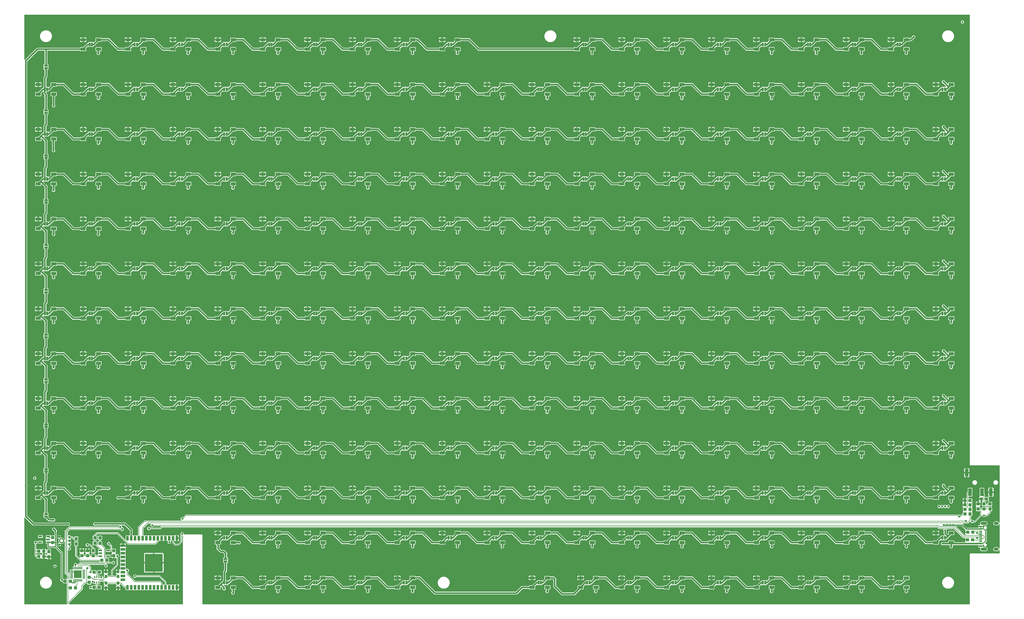
<source format=gtl>
G04 EAGLE Gerber RS-274X export*
G75*
%MOMM*%
%FSLAX34Y34*%
%LPD*%
%INTop Copper*%
%IPPOS*%
%AMOC8*
5,1,8,0,0,1.08239X$1,22.5*%
G01*
%ADD10R,1.100000X1.000000*%
%ADD11C,0.635000*%
%ADD12R,0.300000X0.660000*%
%ADD13R,1.000000X1.100000*%
%ADD14R,0.900000X1.000000*%
%ADD15R,0.900000X1.500000*%
%ADD16R,1.500000X0.900000*%
%ADD17R,6.000000X6.000000*%
%ADD18R,1.200000X0.550000*%
%ADD19R,0.300000X0.850000*%
%ADD20R,0.850000X0.300000*%
%ADD21R,2.550000X2.550000*%
%ADD22R,1.016000X0.300000*%
%ADD23R,1.016000X0.600000*%
%ADD24R,1.016000X0.550000*%
%ADD25C,1.000000*%
%ADD26R,1.200000X2.500000*%
%ADD27C,0.300000*%
%ADD28C,0.700000*%
%ADD29C,0.900000*%
%ADD30R,1.651000X1.000000*%
%ADD31R,0.635000X1.270000*%
%ADD32R,1.270000X0.635000*%
%ADD33C,0.203200*%
%ADD34C,0.736600*%
%ADD35C,0.177800*%
%ADD36C,0.304800*%
%ADD37C,0.550000*%
%ADD38C,0.406400*%

G36*
X145831Y2799D02*
X145831Y2799D01*
X145860Y2796D01*
X145971Y2819D01*
X146083Y2835D01*
X146110Y2847D01*
X146139Y2852D01*
X146240Y2905D01*
X146343Y2951D01*
X146365Y2970D01*
X146391Y2983D01*
X146473Y3061D01*
X146560Y3134D01*
X146576Y3159D01*
X146597Y3179D01*
X146654Y3277D01*
X146717Y3371D01*
X146726Y3399D01*
X146741Y3424D01*
X146769Y3534D01*
X146803Y3642D01*
X146804Y3672D01*
X146811Y3700D01*
X146808Y3813D01*
X146810Y3926D01*
X146803Y3955D01*
X146802Y3984D01*
X146767Y4092D01*
X146739Y4201D01*
X146724Y4227D01*
X146715Y4255D01*
X146669Y4319D01*
X146593Y4446D01*
X146548Y4489D01*
X146520Y4528D01*
X145035Y6012D01*
X145035Y72236D01*
X145027Y72294D01*
X145029Y72352D01*
X145007Y72434D01*
X144995Y72518D01*
X144972Y72571D01*
X144957Y72627D01*
X144914Y72700D01*
X144879Y72777D01*
X144841Y72822D01*
X144812Y72872D01*
X144750Y72930D01*
X144696Y72994D01*
X144647Y73026D01*
X144604Y73066D01*
X144529Y73105D01*
X144459Y73152D01*
X144403Y73169D01*
X144351Y73196D01*
X144283Y73207D01*
X144188Y73237D01*
X144088Y73240D01*
X144020Y73251D01*
X133053Y73251D01*
X132011Y74293D01*
X132011Y75712D01*
X132003Y75770D01*
X132005Y75828D01*
X131983Y75910D01*
X131971Y75994D01*
X131948Y76047D01*
X131933Y76103D01*
X131890Y76176D01*
X131855Y76253D01*
X131817Y76298D01*
X131788Y76348D01*
X131726Y76406D01*
X131672Y76470D01*
X131623Y76502D01*
X131580Y76542D01*
X131505Y76581D01*
X131435Y76628D01*
X131379Y76645D01*
X131327Y76672D01*
X131259Y76683D01*
X131164Y76713D01*
X131064Y76716D01*
X130996Y76727D01*
X130852Y76727D01*
X128888Y78691D01*
X128819Y78743D01*
X128755Y78803D01*
X128705Y78829D01*
X128661Y78862D01*
X128579Y78893D01*
X128501Y78933D01*
X128454Y78941D01*
X128395Y78963D01*
X128248Y78975D01*
X128170Y78988D01*
X126714Y78988D01*
X124706Y79820D01*
X123170Y81356D01*
X122338Y83364D01*
X122338Y85536D01*
X123170Y87544D01*
X124200Y88574D01*
X124252Y88644D01*
X124312Y88708D01*
X124338Y88757D01*
X124371Y88801D01*
X124402Y88883D01*
X124442Y88961D01*
X124450Y89008D01*
X124472Y89067D01*
X124484Y89215D01*
X124497Y89292D01*
X124497Y172411D01*
X124485Y172498D01*
X124482Y172585D01*
X124465Y172638D01*
X124457Y172693D01*
X124422Y172773D01*
X124395Y172856D01*
X124367Y172895D01*
X124341Y172952D01*
X124245Y173066D01*
X124200Y173129D01*
X105929Y191400D01*
X105860Y191452D01*
X105796Y191512D01*
X105746Y191538D01*
X105702Y191571D01*
X105620Y191602D01*
X105542Y191642D01*
X105495Y191650D01*
X105436Y191672D01*
X105289Y191684D01*
X105211Y191697D01*
X89318Y191697D01*
X89260Y191689D01*
X89202Y191691D01*
X89120Y191669D01*
X89036Y191657D01*
X88983Y191634D01*
X88927Y191619D01*
X88854Y191576D01*
X88777Y191541D01*
X88732Y191503D01*
X88682Y191474D01*
X88624Y191412D01*
X88560Y191358D01*
X88528Y191309D01*
X88488Y191266D01*
X88449Y191191D01*
X88402Y191121D01*
X88385Y191065D01*
X88358Y191013D01*
X88347Y190945D01*
X88317Y190850D01*
X88314Y190750D01*
X88303Y190682D01*
X88303Y186794D01*
X88311Y186736D01*
X88309Y186678D01*
X88331Y186596D01*
X88343Y186512D01*
X88366Y186459D01*
X88381Y186403D01*
X88424Y186330D01*
X88459Y186253D01*
X88497Y186208D01*
X88526Y186158D01*
X88588Y186100D01*
X88642Y186036D01*
X88691Y186004D01*
X88734Y185964D01*
X88809Y185925D01*
X88879Y185878D01*
X88935Y185861D01*
X88987Y185834D01*
X89055Y185823D01*
X89150Y185793D01*
X89250Y185790D01*
X89318Y185779D01*
X90737Y185779D01*
X91779Y184737D01*
X91779Y172263D01*
X90570Y171054D01*
X90546Y171023D01*
X90517Y170997D01*
X90461Y170910D01*
X90399Y170827D01*
X90385Y170791D01*
X90364Y170758D01*
X90335Y170658D01*
X90298Y170561D01*
X90294Y170523D01*
X90283Y170485D01*
X90283Y170381D01*
X90274Y170278D01*
X90282Y170240D01*
X90282Y170201D01*
X90310Y170101D01*
X90330Y169999D01*
X90348Y169965D01*
X90359Y169927D01*
X90413Y169839D01*
X90461Y169747D01*
X90488Y169719D01*
X90508Y169686D01*
X90585Y169616D01*
X90657Y169541D01*
X90691Y169521D01*
X90719Y169495D01*
X90790Y169463D01*
X90902Y169397D01*
X90951Y169385D01*
X91560Y169033D01*
X92033Y168560D01*
X92368Y167981D01*
X92541Y167334D01*
X92541Y163531D01*
X86016Y163531D01*
X85958Y163523D01*
X85900Y163524D01*
X85818Y163503D01*
X85735Y163491D01*
X85681Y163467D01*
X85625Y163453D01*
X85552Y163410D01*
X85475Y163375D01*
X85431Y163337D01*
X85380Y163307D01*
X85323Y163246D01*
X85258Y163191D01*
X85226Y163143D01*
X85186Y163100D01*
X85147Y163025D01*
X85101Y162955D01*
X85083Y162899D01*
X85056Y162847D01*
X85045Y162779D01*
X85015Y162684D01*
X85012Y162584D01*
X85001Y162516D01*
X85001Y161499D01*
X84999Y161499D01*
X84999Y162516D01*
X84991Y162574D01*
X84992Y162632D01*
X84971Y162714D01*
X84959Y162797D01*
X84935Y162851D01*
X84921Y162907D01*
X84878Y162980D01*
X84843Y163057D01*
X84805Y163101D01*
X84775Y163152D01*
X84714Y163209D01*
X84659Y163274D01*
X84611Y163306D01*
X84568Y163346D01*
X84493Y163385D01*
X84423Y163431D01*
X84367Y163449D01*
X84315Y163476D01*
X84247Y163487D01*
X84152Y163517D01*
X84052Y163520D01*
X83984Y163531D01*
X77459Y163531D01*
X77459Y163566D01*
X77451Y163624D01*
X77453Y163682D01*
X77431Y163764D01*
X77419Y163847D01*
X77396Y163901D01*
X77381Y163957D01*
X77338Y164030D01*
X77303Y164107D01*
X77265Y164151D01*
X77236Y164202D01*
X77174Y164259D01*
X77120Y164324D01*
X77071Y164356D01*
X77028Y164396D01*
X76953Y164435D01*
X76883Y164481D01*
X76827Y164499D01*
X76775Y164526D01*
X76707Y164537D01*
X76612Y164567D01*
X76512Y164570D01*
X76444Y164581D01*
X70231Y164581D01*
X70231Y170091D01*
X74034Y170091D01*
X74681Y169918D01*
X75260Y169583D01*
X75733Y169110D01*
X76130Y168423D01*
X76154Y168393D01*
X76171Y168358D01*
X76241Y168281D01*
X76305Y168199D01*
X76336Y168177D01*
X76363Y168148D01*
X76451Y168094D01*
X76535Y168033D01*
X76572Y168020D01*
X76605Y167999D01*
X76705Y167972D01*
X76803Y167937D01*
X76842Y167934D01*
X76879Y167924D01*
X76983Y167925D01*
X77086Y167919D01*
X77125Y167927D01*
X77164Y167928D01*
X77263Y167958D01*
X77364Y167980D01*
X77398Y167999D01*
X77436Y168010D01*
X77523Y168066D01*
X77614Y168116D01*
X77642Y168143D01*
X77674Y168164D01*
X77724Y168224D01*
X77816Y168315D01*
X77853Y168380D01*
X77888Y168423D01*
X77967Y168560D01*
X78440Y169033D01*
X79033Y169375D01*
X79049Y169379D01*
X79142Y169427D01*
X79237Y169467D01*
X79267Y169492D01*
X79302Y169510D01*
X79377Y169581D01*
X79457Y169646D01*
X79479Y169679D01*
X79508Y169706D01*
X79560Y169795D01*
X79619Y169880D01*
X79632Y169917D01*
X79651Y169951D01*
X79677Y170051D01*
X79710Y170149D01*
X79712Y170188D01*
X79722Y170226D01*
X79718Y170330D01*
X79723Y170433D01*
X79714Y170471D01*
X79713Y170510D01*
X79681Y170609D01*
X79656Y170710D01*
X79637Y170744D01*
X79625Y170781D01*
X79580Y170844D01*
X79516Y170957D01*
X79463Y171009D01*
X79430Y171054D01*
X78221Y172263D01*
X78221Y174845D01*
X78220Y174855D01*
X78221Y174865D01*
X78200Y174996D01*
X78181Y175127D01*
X78177Y175136D01*
X78176Y175146D01*
X78119Y175265D01*
X78065Y175386D01*
X78059Y175394D01*
X78055Y175403D01*
X77967Y175502D01*
X77882Y175603D01*
X77873Y175609D01*
X77867Y175616D01*
X77756Y175687D01*
X77645Y175761D01*
X77635Y175764D01*
X77627Y175769D01*
X77501Y175807D01*
X77374Y175847D01*
X77364Y175847D01*
X77355Y175850D01*
X77222Y175851D01*
X77090Y175854D01*
X77080Y175852D01*
X77070Y175852D01*
X76942Y175815D01*
X76815Y175782D01*
X76806Y175777D01*
X76797Y175775D01*
X76683Y175704D01*
X76570Y175637D01*
X76563Y175630D01*
X76555Y175625D01*
X76466Y175526D01*
X76376Y175430D01*
X76371Y175421D01*
X76365Y175414D01*
X76341Y175362D01*
X76246Y175177D01*
X76240Y175141D01*
X76225Y175108D01*
X76068Y174519D01*
X75733Y173940D01*
X75260Y173467D01*
X74681Y173132D01*
X74034Y172959D01*
X70231Y172959D01*
X70231Y179484D01*
X70224Y179536D01*
X70224Y179565D01*
X70224Y179568D01*
X70224Y179600D01*
X70203Y179682D01*
X70191Y179765D01*
X70167Y179819D01*
X70153Y179875D01*
X70110Y179948D01*
X70075Y180025D01*
X70037Y180069D01*
X70007Y180120D01*
X69946Y180177D01*
X69891Y180242D01*
X69843Y180274D01*
X69800Y180314D01*
X69725Y180353D01*
X69655Y180399D01*
X69599Y180417D01*
X69547Y180444D01*
X69479Y180455D01*
X69384Y180485D01*
X69284Y180488D01*
X69216Y180499D01*
X67184Y180499D01*
X67126Y180491D01*
X67068Y180492D01*
X66986Y180471D01*
X66903Y180459D01*
X66849Y180435D01*
X66793Y180421D01*
X66720Y180378D01*
X66643Y180343D01*
X66598Y180305D01*
X66548Y180275D01*
X66490Y180214D01*
X66426Y180159D01*
X66394Y180111D01*
X66354Y180068D01*
X66315Y179993D01*
X66269Y179923D01*
X66251Y179867D01*
X66224Y179815D01*
X66213Y179747D01*
X66183Y179652D01*
X66180Y179552D01*
X66169Y179484D01*
X66169Y172959D01*
X62366Y172959D01*
X61719Y173132D01*
X61140Y173467D01*
X60667Y173940D01*
X60325Y174533D01*
X60321Y174549D01*
X60273Y174642D01*
X60233Y174737D01*
X60208Y174767D01*
X60190Y174802D01*
X60119Y174877D01*
X60054Y174957D01*
X60021Y174979D01*
X59994Y175008D01*
X59905Y175060D01*
X59820Y175119D01*
X59783Y175132D01*
X59749Y175151D01*
X59649Y175177D01*
X59551Y175210D01*
X59512Y175212D01*
X59474Y175222D01*
X59370Y175218D01*
X59267Y175223D01*
X59229Y175214D01*
X59190Y175213D01*
X59091Y175181D01*
X58990Y175156D01*
X58956Y175137D01*
X58919Y175125D01*
X58856Y175080D01*
X58743Y175016D01*
X58691Y174963D01*
X58646Y174930D01*
X57437Y173721D01*
X44963Y173721D01*
X44401Y174284D01*
X44377Y174301D01*
X44358Y174324D01*
X44264Y174386D01*
X44174Y174455D01*
X44146Y174465D01*
X44122Y174481D01*
X44014Y174515D01*
X43908Y174556D01*
X43879Y174558D01*
X43851Y174567D01*
X43737Y174570D01*
X43625Y174579D01*
X43596Y174574D01*
X43567Y174574D01*
X43457Y174546D01*
X43346Y174523D01*
X43320Y174510D01*
X43292Y174502D01*
X43194Y174445D01*
X43094Y174392D01*
X43072Y174372D01*
X43047Y174357D01*
X42970Y174275D01*
X42888Y174197D01*
X42873Y174171D01*
X42853Y174150D01*
X42801Y174049D01*
X42744Y173951D01*
X42737Y173923D01*
X42723Y173897D01*
X42710Y173819D01*
X42674Y173676D01*
X42676Y173613D01*
X42668Y173566D01*
X42668Y169484D01*
X42672Y169455D01*
X42669Y169426D01*
X42692Y169315D01*
X42708Y169203D01*
X42720Y169176D01*
X42725Y169147D01*
X42778Y169047D01*
X42824Y168943D01*
X42843Y168921D01*
X42856Y168895D01*
X42934Y168813D01*
X43007Y168726D01*
X43032Y168710D01*
X43052Y168689D01*
X43150Y168632D01*
X43244Y168569D01*
X43272Y168560D01*
X43297Y168545D01*
X43407Y168517D01*
X43515Y168483D01*
X43545Y168482D01*
X43573Y168475D01*
X43686Y168479D01*
X43799Y168476D01*
X43828Y168483D01*
X43857Y168484D01*
X43965Y168519D01*
X44074Y168548D01*
X44100Y168562D01*
X44128Y168572D01*
X44192Y168617D01*
X44319Y168693D01*
X44362Y168738D01*
X44401Y168766D01*
X44963Y169329D01*
X57437Y169329D01*
X58646Y168120D01*
X58677Y168096D01*
X58703Y168067D01*
X58790Y168011D01*
X58873Y167949D01*
X58909Y167935D01*
X58942Y167914D01*
X59042Y167885D01*
X59139Y167848D01*
X59177Y167844D01*
X59215Y167833D01*
X59319Y167833D01*
X59422Y167824D01*
X59460Y167832D01*
X59499Y167832D01*
X59599Y167860D01*
X59701Y167880D01*
X59735Y167898D01*
X59773Y167909D01*
X59861Y167963D01*
X59953Y168011D01*
X59981Y168038D01*
X60014Y168058D01*
X60084Y168135D01*
X60159Y168207D01*
X60179Y168241D01*
X60205Y168269D01*
X60237Y168340D01*
X60303Y168452D01*
X60315Y168501D01*
X60667Y169110D01*
X61140Y169583D01*
X61719Y169918D01*
X62366Y170091D01*
X66169Y170091D01*
X66169Y163566D01*
X66177Y163508D01*
X66175Y163450D01*
X66197Y163368D01*
X66209Y163285D01*
X66233Y163231D01*
X66247Y163175D01*
X66290Y163102D01*
X66325Y163025D01*
X66363Y162981D01*
X66393Y162930D01*
X66454Y162873D01*
X66509Y162808D01*
X66557Y162776D01*
X66600Y162736D01*
X66675Y162697D01*
X66745Y162651D01*
X66801Y162633D01*
X66853Y162606D01*
X66921Y162595D01*
X67016Y162565D01*
X67116Y162562D01*
X67184Y162551D01*
X68201Y162551D01*
X68201Y162549D01*
X67184Y162549D01*
X67126Y162541D01*
X67068Y162542D01*
X66986Y162521D01*
X66903Y162509D01*
X66849Y162485D01*
X66793Y162471D01*
X66720Y162428D01*
X66643Y162393D01*
X66598Y162355D01*
X66548Y162325D01*
X66490Y162264D01*
X66426Y162209D01*
X66394Y162161D01*
X66354Y162118D01*
X66315Y162043D01*
X66269Y161973D01*
X66251Y161917D01*
X66224Y161865D01*
X66213Y161797D01*
X66183Y161702D01*
X66180Y161602D01*
X66169Y161534D01*
X66169Y155009D01*
X62366Y155009D01*
X61719Y155182D01*
X61140Y155517D01*
X60667Y155990D01*
X60325Y156583D01*
X60321Y156599D01*
X60273Y156692D01*
X60233Y156787D01*
X60208Y156817D01*
X60190Y156852D01*
X60119Y156927D01*
X60054Y157007D01*
X60021Y157029D01*
X59994Y157058D01*
X59905Y157110D01*
X59820Y157169D01*
X59783Y157182D01*
X59749Y157201D01*
X59649Y157227D01*
X59551Y157260D01*
X59512Y157262D01*
X59474Y157272D01*
X59370Y157268D01*
X59267Y157273D01*
X59229Y157264D01*
X59190Y157263D01*
X59091Y157231D01*
X58990Y157206D01*
X58956Y157187D01*
X58919Y157175D01*
X58856Y157130D01*
X58743Y157066D01*
X58691Y157013D01*
X58646Y156980D01*
X57437Y155771D01*
X44963Y155771D01*
X43921Y156813D01*
X43921Y158867D01*
X43913Y158925D01*
X43915Y158983D01*
X43893Y159065D01*
X43881Y159149D01*
X43858Y159202D01*
X43843Y159258D01*
X43800Y159331D01*
X43765Y159408D01*
X43727Y159453D01*
X43698Y159503D01*
X43636Y159561D01*
X43582Y159625D01*
X43533Y159657D01*
X43490Y159697D01*
X43415Y159736D01*
X43345Y159783D01*
X43289Y159800D01*
X43237Y159827D01*
X43169Y159838D01*
X43074Y159868D01*
X42974Y159871D01*
X42906Y159882D01*
X41345Y159882D01*
X37332Y163895D01*
X37332Y204523D01*
X37320Y204610D01*
X37317Y204697D01*
X37300Y204750D01*
X37292Y204805D01*
X37257Y204884D01*
X37230Y204968D01*
X37202Y205007D01*
X37176Y205064D01*
X37080Y205177D01*
X37035Y205241D01*
X35370Y206906D01*
X34538Y208914D01*
X34538Y211086D01*
X35370Y213094D01*
X36906Y214630D01*
X38914Y215462D01*
X41086Y215462D01*
X43094Y214630D01*
X44559Y213165D01*
X44629Y213113D01*
X44693Y213053D01*
X44742Y213027D01*
X44786Y212994D01*
X44868Y212963D01*
X44946Y212923D01*
X44993Y212915D01*
X45052Y212893D01*
X45200Y212881D01*
X45277Y212868D01*
X47405Y212868D01*
X47463Y212876D01*
X47521Y212874D01*
X47603Y212896D01*
X47687Y212908D01*
X47740Y212931D01*
X47796Y212946D01*
X47869Y212989D01*
X47946Y213024D01*
X47991Y213062D01*
X48041Y213091D01*
X48099Y213153D01*
X48163Y213207D01*
X48195Y213256D01*
X48235Y213299D01*
X48274Y213374D01*
X48321Y213444D01*
X48338Y213500D01*
X48365Y213552D01*
X48376Y213620D01*
X48387Y213653D01*
X49462Y214729D01*
X62936Y214729D01*
X63978Y213687D01*
X63978Y206713D01*
X62936Y205671D01*
X49462Y205671D01*
X48388Y206745D01*
X48380Y206799D01*
X48357Y206852D01*
X48342Y206908D01*
X48299Y206981D01*
X48264Y207058D01*
X48226Y207103D01*
X48197Y207153D01*
X48135Y207211D01*
X48081Y207275D01*
X48032Y207307D01*
X47989Y207347D01*
X47914Y207386D01*
X47844Y207433D01*
X47788Y207450D01*
X47736Y207477D01*
X47668Y207488D01*
X47573Y207518D01*
X47473Y207521D01*
X47405Y207532D01*
X45568Y207532D01*
X45566Y207532D01*
X45565Y207532D01*
X45421Y207512D01*
X45286Y207492D01*
X45285Y207492D01*
X45283Y207492D01*
X45152Y207432D01*
X45027Y207376D01*
X45026Y207375D01*
X45024Y207374D01*
X44916Y207282D01*
X44810Y207193D01*
X44809Y207191D01*
X44808Y207190D01*
X44799Y207177D01*
X44652Y206956D01*
X44643Y206927D01*
X44631Y206907D01*
X42965Y205241D01*
X42913Y205171D01*
X42853Y205107D01*
X42827Y205058D01*
X42794Y205014D01*
X42763Y204932D01*
X42723Y204854D01*
X42715Y204807D01*
X42693Y204748D01*
X42681Y204600D01*
X42668Y204523D01*
X42668Y187434D01*
X42672Y187405D01*
X42669Y187376D01*
X42692Y187265D01*
X42708Y187153D01*
X42720Y187126D01*
X42725Y187097D01*
X42778Y186997D01*
X42824Y186893D01*
X42843Y186871D01*
X42856Y186845D01*
X42934Y186763D01*
X43007Y186676D01*
X43032Y186660D01*
X43052Y186639D01*
X43150Y186582D01*
X43244Y186519D01*
X43272Y186510D01*
X43297Y186495D01*
X43407Y186467D01*
X43515Y186433D01*
X43545Y186432D01*
X43573Y186425D01*
X43686Y186429D01*
X43799Y186426D01*
X43828Y186433D01*
X43857Y186434D01*
X43965Y186469D01*
X44074Y186498D01*
X44100Y186512D01*
X44128Y186522D01*
X44192Y186567D01*
X44319Y186643D01*
X44362Y186688D01*
X44401Y186716D01*
X44963Y187279D01*
X57437Y187279D01*
X58646Y186070D01*
X58677Y186046D01*
X58703Y186017D01*
X58790Y185961D01*
X58873Y185899D01*
X58909Y185885D01*
X58942Y185864D01*
X59042Y185835D01*
X59139Y185798D01*
X59177Y185794D01*
X59215Y185783D01*
X59319Y185783D01*
X59422Y185774D01*
X59460Y185782D01*
X59499Y185782D01*
X59599Y185810D01*
X59701Y185830D01*
X59735Y185848D01*
X59773Y185859D01*
X59861Y185913D01*
X59953Y185961D01*
X59981Y185988D01*
X60014Y186008D01*
X60084Y186085D01*
X60159Y186157D01*
X60179Y186191D01*
X60205Y186219D01*
X60237Y186290D01*
X60303Y186402D01*
X60315Y186451D01*
X60667Y187060D01*
X61140Y187533D01*
X61719Y187868D01*
X62366Y188041D01*
X66169Y188041D01*
X66169Y181516D01*
X66177Y181458D01*
X66175Y181400D01*
X66197Y181318D01*
X66209Y181235D01*
X66233Y181181D01*
X66247Y181125D01*
X66290Y181052D01*
X66325Y180975D01*
X66363Y180931D01*
X66393Y180880D01*
X66454Y180823D01*
X66509Y180758D01*
X66557Y180726D01*
X66600Y180686D01*
X66675Y180647D01*
X66745Y180601D01*
X66801Y180583D01*
X66853Y180556D01*
X66921Y180545D01*
X67016Y180515D01*
X67116Y180512D01*
X67184Y180501D01*
X69216Y180501D01*
X69274Y180509D01*
X69332Y180508D01*
X69414Y180529D01*
X69497Y180541D01*
X69551Y180565D01*
X69607Y180579D01*
X69680Y180622D01*
X69757Y180657D01*
X69801Y180695D01*
X69852Y180725D01*
X69909Y180786D01*
X69974Y180841D01*
X70006Y180889D01*
X70046Y180932D01*
X70085Y181007D01*
X70131Y181077D01*
X70149Y181133D01*
X70176Y181185D01*
X70187Y181253D01*
X70217Y181348D01*
X70220Y181448D01*
X70231Y181516D01*
X70231Y188041D01*
X74034Y188041D01*
X74681Y187868D01*
X75260Y187533D01*
X75733Y187060D01*
X76068Y186481D01*
X76241Y185834D01*
X76241Y185207D01*
X76245Y185178D01*
X76242Y185149D01*
X76265Y185038D01*
X76281Y184926D01*
X76293Y184899D01*
X76298Y184870D01*
X76351Y184770D01*
X76397Y184666D01*
X76416Y184644D01*
X76429Y184618D01*
X76507Y184536D01*
X76580Y184449D01*
X76605Y184433D01*
X76625Y184412D01*
X76723Y184355D01*
X76817Y184292D01*
X76845Y184283D01*
X76870Y184268D01*
X76980Y184240D01*
X77088Y184206D01*
X77118Y184205D01*
X77146Y184198D01*
X77259Y184202D01*
X77372Y184199D01*
X77401Y184206D01*
X77430Y184207D01*
X77538Y184242D01*
X77647Y184271D01*
X77673Y184285D01*
X77701Y184295D01*
X77765Y184340D01*
X77892Y184416D01*
X77935Y184461D01*
X77974Y184489D01*
X79263Y185779D01*
X80682Y185779D01*
X80740Y185787D01*
X80798Y185785D01*
X80880Y185807D01*
X80964Y185819D01*
X81017Y185842D01*
X81073Y185857D01*
X81146Y185900D01*
X81223Y185935D01*
X81268Y185973D01*
X81318Y186002D01*
X81376Y186064D01*
X81440Y186118D01*
X81472Y186167D01*
X81512Y186210D01*
X81551Y186285D01*
X81598Y186355D01*
X81615Y186411D01*
X81642Y186463D01*
X81653Y186531D01*
X81683Y186626D01*
X81686Y186726D01*
X81697Y186794D01*
X81697Y193011D01*
X81685Y193098D01*
X81682Y193185D01*
X81665Y193238D01*
X81657Y193293D01*
X81622Y193373D01*
X81595Y193456D01*
X81567Y193495D01*
X81541Y193552D01*
X81445Y193665D01*
X81400Y193729D01*
X81130Y193999D01*
X78898Y196231D01*
X78898Y204656D01*
X78890Y204714D01*
X78892Y204772D01*
X78870Y204854D01*
X78858Y204938D01*
X78835Y204991D01*
X78820Y205047D01*
X78777Y205120D01*
X78742Y205197D01*
X78704Y205242D01*
X78675Y205292D01*
X78613Y205350D01*
X78559Y205414D01*
X78510Y205446D01*
X78467Y205486D01*
X78392Y205525D01*
X78322Y205572D01*
X78266Y205589D01*
X78214Y205616D01*
X78146Y205627D01*
X78051Y205657D01*
X77951Y205660D01*
X77883Y205671D01*
X75464Y205671D01*
X74422Y206713D01*
X74422Y213687D01*
X74429Y213693D01*
X74464Y213740D01*
X74506Y213780D01*
X74549Y213853D01*
X74600Y213920D01*
X74620Y213975D01*
X74650Y214026D01*
X74671Y214107D01*
X74701Y214186D01*
X74706Y214244D01*
X74720Y214301D01*
X74718Y214385D01*
X74725Y214469D01*
X74713Y214527D01*
X74711Y214585D01*
X74685Y214666D01*
X74669Y214748D01*
X74642Y214800D01*
X74624Y214856D01*
X74584Y214912D01*
X74538Y215000D01*
X74469Y215073D01*
X74429Y215129D01*
X74168Y215390D01*
X73833Y215969D01*
X73660Y216616D01*
X73660Y218326D01*
X81842Y218326D01*
X81900Y218334D01*
X81958Y218332D01*
X82040Y218354D01*
X82123Y218366D01*
X82177Y218389D01*
X82233Y218404D01*
X82306Y218447D01*
X82383Y218482D01*
X82427Y218520D01*
X82478Y218549D01*
X82535Y218611D01*
X82600Y218665D01*
X82632Y218714D01*
X82672Y218757D01*
X82711Y218832D01*
X82757Y218902D01*
X82775Y218958D01*
X82802Y219010D01*
X82813Y219078D01*
X82843Y219173D01*
X82846Y219273D01*
X82857Y219341D01*
X82857Y220059D01*
X82849Y220117D01*
X82850Y220175D01*
X82829Y220257D01*
X82817Y220341D01*
X82793Y220394D01*
X82779Y220450D01*
X82735Y220523D01*
X82701Y220600D01*
X82663Y220645D01*
X82633Y220695D01*
X82572Y220753D01*
X82517Y220817D01*
X82469Y220849D01*
X82426Y220889D01*
X82351Y220928D01*
X82281Y220975D01*
X82225Y220992D01*
X82173Y221019D01*
X82105Y221030D01*
X82010Y221060D01*
X81910Y221063D01*
X81842Y221074D01*
X73660Y221074D01*
X73660Y222784D01*
X73833Y223431D01*
X74168Y224010D01*
X74429Y224271D01*
X74464Y224318D01*
X74506Y224358D01*
X74549Y224431D01*
X74600Y224498D01*
X74621Y224553D01*
X74650Y224603D01*
X74671Y224685D01*
X74701Y224764D01*
X74706Y224822D01*
X74720Y224879D01*
X74718Y224963D01*
X74725Y225047D01*
X74713Y225104D01*
X74711Y225163D01*
X74685Y225243D01*
X74669Y225326D01*
X74642Y225378D01*
X74624Y225433D01*
X74584Y225490D01*
X74538Y225578D01*
X74469Y225650D01*
X74429Y225707D01*
X74422Y225713D01*
X74422Y232687D01*
X75464Y233729D01*
X88938Y233729D01*
X89858Y232809D01*
X89904Y232774D01*
X89945Y232731D01*
X90017Y232689D01*
X90085Y232638D01*
X90139Y232617D01*
X90190Y232588D01*
X90271Y232567D01*
X90350Y232537D01*
X90409Y232532D01*
X90465Y232518D01*
X90550Y232520D01*
X90634Y232513D01*
X90691Y232525D01*
X90750Y232527D01*
X90830Y232553D01*
X90912Y232569D01*
X90964Y232596D01*
X91020Y232614D01*
X91076Y232654D01*
X91165Y232700D01*
X91237Y232769D01*
X91293Y232809D01*
X91763Y233279D01*
X102682Y233279D01*
X102740Y233287D01*
X102798Y233285D01*
X102880Y233307D01*
X102964Y233319D01*
X103017Y233342D01*
X103073Y233357D01*
X103146Y233400D01*
X103223Y233435D01*
X103268Y233473D01*
X103318Y233502D01*
X103376Y233564D01*
X103440Y233618D01*
X103472Y233667D01*
X103512Y233710D01*
X103551Y233785D01*
X103598Y233855D01*
X103615Y233911D01*
X103642Y233963D01*
X103653Y234031D01*
X103683Y234126D01*
X103686Y234226D01*
X103697Y234294D01*
X103697Y244478D01*
X103690Y244527D01*
X103691Y244541D01*
X103686Y244559D01*
X103685Y244564D01*
X103682Y244652D01*
X103665Y244704D01*
X103657Y244759D01*
X103622Y244839D01*
X103595Y244922D01*
X103567Y244961D01*
X103541Y245019D01*
X103445Y245132D01*
X103400Y245195D01*
X100301Y248294D01*
X100277Y248313D01*
X100257Y248336D01*
X100190Y248378D01*
X100074Y248465D01*
X100014Y248488D01*
X99972Y248514D01*
X97906Y249370D01*
X96370Y250906D01*
X95538Y252914D01*
X95538Y255086D01*
X96370Y257094D01*
X97906Y258630D01*
X99914Y259462D01*
X102086Y259462D01*
X104094Y258630D01*
X105630Y257094D01*
X106486Y255028D01*
X106502Y255001D01*
X106511Y254972D01*
X106557Y254908D01*
X106630Y254783D01*
X106677Y254739D01*
X106706Y254699D01*
X111529Y249876D01*
X111529Y246124D01*
X110600Y245195D01*
X110548Y245126D01*
X110488Y245062D01*
X110462Y245012D01*
X110429Y244968D01*
X110398Y244887D01*
X110358Y244809D01*
X110350Y244761D01*
X110328Y244703D01*
X110320Y244601D01*
X110317Y244592D01*
X110316Y244556D01*
X110316Y244555D01*
X110303Y244478D01*
X110303Y196789D01*
X110315Y196702D01*
X110318Y196615D01*
X110335Y196562D01*
X110343Y196507D01*
X110378Y196427D01*
X110405Y196344D01*
X110433Y196305D01*
X110459Y196248D01*
X110555Y196134D01*
X110600Y196071D01*
X131103Y175568D01*
X131103Y89292D01*
X131115Y89205D01*
X131118Y89118D01*
X131135Y89065D01*
X131143Y89010D01*
X131178Y88931D01*
X131205Y88847D01*
X131233Y88808D01*
X131259Y88751D01*
X131355Y88638D01*
X131400Y88574D01*
X132430Y87544D01*
X132475Y87435D01*
X132476Y87434D01*
X132476Y87433D01*
X132547Y87314D01*
X132620Y87191D01*
X132621Y87190D01*
X132622Y87188D01*
X132726Y87090D01*
X132826Y86995D01*
X132828Y86995D01*
X132829Y86994D01*
X132955Y86929D01*
X133079Y86865D01*
X133081Y86865D01*
X133082Y86864D01*
X133097Y86862D01*
X133358Y86810D01*
X133388Y86813D01*
X133413Y86809D01*
X144020Y86809D01*
X144078Y86817D01*
X144136Y86815D01*
X144218Y86837D01*
X144302Y86849D01*
X144355Y86872D01*
X144411Y86887D01*
X144484Y86930D01*
X144561Y86965D01*
X144606Y87003D01*
X144656Y87032D01*
X144714Y87094D01*
X144778Y87148D01*
X144810Y87197D01*
X144850Y87240D01*
X144889Y87315D01*
X144936Y87385D01*
X144953Y87441D01*
X144980Y87493D01*
X144991Y87561D01*
X145021Y87656D01*
X145024Y87756D01*
X145035Y87824D01*
X145035Y93957D01*
X146970Y95892D01*
X147550Y96472D01*
X147568Y96496D01*
X147590Y96515D01*
X147653Y96609D01*
X147721Y96699D01*
X147731Y96727D01*
X147748Y96751D01*
X147782Y96859D01*
X147822Y96965D01*
X147825Y96994D01*
X147833Y97022D01*
X147836Y97136D01*
X147846Y97248D01*
X147840Y97277D01*
X147841Y97306D01*
X147812Y97416D01*
X147790Y97527D01*
X147776Y97553D01*
X147769Y97581D01*
X147711Y97679D01*
X147659Y97779D01*
X147639Y97801D01*
X147624Y97826D01*
X147541Y97903D01*
X147463Y97985D01*
X147438Y98000D01*
X147416Y98020D01*
X147316Y98072D01*
X147218Y98129D01*
X147189Y98136D01*
X147163Y98150D01*
X147086Y98163D01*
X146942Y98199D01*
X146880Y98197D01*
X146832Y98205D01*
X146042Y98205D01*
X137205Y107042D01*
X137205Y109358D01*
X138098Y110250D01*
X138150Y110320D01*
X138210Y110384D01*
X138236Y110433D01*
X138269Y110477D01*
X138300Y110559D01*
X138340Y110637D01*
X138348Y110685D01*
X138370Y110743D01*
X138382Y110891D01*
X138395Y110968D01*
X138395Y212087D01*
X138376Y212224D01*
X138357Y212364D01*
X138356Y212367D01*
X138355Y212369D01*
X138298Y212497D01*
X138242Y212624D01*
X138240Y212626D01*
X138239Y212628D01*
X138150Y212734D01*
X138059Y212842D01*
X138057Y212843D01*
X138056Y212845D01*
X137938Y212923D01*
X137823Y213001D01*
X137821Y213002D01*
X137819Y213003D01*
X137685Y213045D01*
X137553Y213088D01*
X137550Y213088D01*
X137548Y213089D01*
X137409Y213092D01*
X137268Y213096D01*
X137266Y213096D01*
X137264Y213096D01*
X137129Y213061D01*
X136993Y213026D01*
X136991Y213025D01*
X136989Y213024D01*
X136871Y212954D01*
X136748Y212882D01*
X136746Y212880D01*
X136744Y212879D01*
X136649Y212778D01*
X136552Y212675D01*
X136551Y212673D01*
X136550Y212672D01*
X136420Y212418D01*
X136416Y212395D01*
X136406Y212373D01*
X135611Y209666D01*
X131252Y205889D01*
X125675Y205087D01*
X125593Y205063D01*
X125509Y205049D01*
X125457Y205024D01*
X125402Y205008D01*
X125330Y204962D01*
X125253Y204925D01*
X125210Y204886D01*
X125162Y204856D01*
X125105Y204792D01*
X125042Y204735D01*
X125012Y204686D01*
X124973Y204643D01*
X124937Y204566D01*
X124891Y204493D01*
X124876Y204438D01*
X124851Y204387D01*
X124837Y204302D01*
X124814Y204220D01*
X124815Y204170D01*
X124805Y204106D01*
X124822Y203963D01*
X124822Y203949D01*
X119734Y203949D01*
X119676Y203941D01*
X119618Y203943D01*
X119536Y203921D01*
X119453Y203909D01*
X119399Y203886D01*
X119343Y203871D01*
X119270Y203828D01*
X119193Y203793D01*
X119149Y203755D01*
X119098Y203726D01*
X119041Y203664D01*
X118997Y203627D01*
X118996Y203628D01*
X118941Y203692D01*
X118893Y203724D01*
X118850Y203764D01*
X118775Y203803D01*
X118705Y203850D01*
X118649Y203867D01*
X118597Y203894D01*
X118529Y203905D01*
X118434Y203935D01*
X118334Y203938D01*
X118266Y203949D01*
X113189Y203949D01*
X113191Y203962D01*
X113647Y205061D01*
X114308Y206051D01*
X115149Y206892D01*
X116139Y207553D01*
X117238Y208009D01*
X118178Y208196D01*
X118278Y208231D01*
X118380Y208258D01*
X118412Y208277D01*
X118447Y208290D01*
X118533Y208351D01*
X118623Y208406D01*
X118648Y208433D01*
X118678Y208454D01*
X118744Y208537D01*
X118816Y208615D01*
X118832Y208648D01*
X118855Y208677D01*
X118896Y208774D01*
X118943Y208869D01*
X118950Y208905D01*
X118964Y208940D01*
X118975Y209045D01*
X118995Y209149D01*
X118991Y209185D01*
X118995Y209222D01*
X118977Y209327D01*
X118967Y209432D01*
X118954Y209462D01*
X118947Y209502D01*
X118858Y209686D01*
X118834Y209740D01*
X117179Y212316D01*
X117179Y218084D01*
X118834Y220660D01*
X118878Y220756D01*
X118929Y220849D01*
X118938Y220885D01*
X118953Y220918D01*
X118969Y221023D01*
X118992Y221126D01*
X118990Y221163D01*
X118995Y221199D01*
X118982Y221304D01*
X118975Y221410D01*
X118963Y221444D01*
X118958Y221481D01*
X118916Y221578D01*
X118881Y221678D01*
X118859Y221708D01*
X118844Y221741D01*
X118777Y221823D01*
X118715Y221909D01*
X118686Y221932D01*
X118663Y221960D01*
X118575Y222020D01*
X118492Y222085D01*
X118461Y222097D01*
X118428Y222120D01*
X118234Y222183D01*
X118178Y222204D01*
X117238Y222391D01*
X116139Y222847D01*
X115149Y223508D01*
X114308Y224349D01*
X113647Y225339D01*
X113191Y226438D01*
X113189Y226451D01*
X118266Y226451D01*
X118324Y226459D01*
X118382Y226457D01*
X118464Y226479D01*
X118547Y226491D01*
X118601Y226514D01*
X118657Y226529D01*
X118730Y226572D01*
X118807Y226607D01*
X118851Y226645D01*
X118902Y226674D01*
X118959Y226736D01*
X119003Y226773D01*
X119004Y226772D01*
X119059Y226708D01*
X119107Y226676D01*
X119150Y226636D01*
X119225Y226597D01*
X119295Y226550D01*
X119351Y226533D01*
X119403Y226506D01*
X119471Y226495D01*
X119566Y226465D01*
X119666Y226462D01*
X119734Y226451D01*
X124820Y226451D01*
X124819Y226430D01*
X124805Y226346D01*
X124811Y226289D01*
X124808Y226232D01*
X124827Y226148D01*
X124837Y226063D01*
X124859Y226011D01*
X124872Y225955D01*
X124913Y225880D01*
X124946Y225801D01*
X124982Y225756D01*
X125009Y225706D01*
X125070Y225646D01*
X125123Y225579D01*
X125170Y225546D01*
X125211Y225505D01*
X125286Y225464D01*
X125355Y225415D01*
X125403Y225400D01*
X125460Y225368D01*
X125600Y225337D01*
X125675Y225313D01*
X131252Y224511D01*
X135611Y220734D01*
X136406Y218027D01*
X136464Y217899D01*
X136521Y217772D01*
X136522Y217770D01*
X136523Y217768D01*
X136614Y217662D01*
X136705Y217555D01*
X136707Y217553D01*
X136708Y217552D01*
X136825Y217475D01*
X136941Y217397D01*
X136943Y217396D01*
X136945Y217395D01*
X137080Y217353D01*
X137212Y217311D01*
X137215Y217311D01*
X137217Y217311D01*
X137357Y217308D01*
X137496Y217304D01*
X137499Y217305D01*
X137501Y217305D01*
X137637Y217341D01*
X137771Y217376D01*
X137773Y217377D01*
X137776Y217378D01*
X137897Y217450D01*
X138016Y217521D01*
X138017Y217523D01*
X138019Y217524D01*
X138114Y217625D01*
X138210Y217728D01*
X138211Y217731D01*
X138213Y217732D01*
X138276Y217856D01*
X138340Y217982D01*
X138340Y217984D01*
X138341Y217986D01*
X138394Y218265D01*
X138391Y218289D01*
X138395Y218313D01*
X138395Y249336D01*
X152603Y263544D01*
X318525Y263544D01*
X318612Y263556D01*
X318699Y263559D01*
X318752Y263576D01*
X318807Y263584D01*
X318886Y263619D01*
X318970Y263646D01*
X319009Y263674D01*
X319066Y263700D01*
X319179Y263796D01*
X319243Y263841D01*
X320640Y265238D01*
X320658Y265262D01*
X320680Y265281D01*
X320743Y265375D01*
X320811Y265465D01*
X320821Y265493D01*
X320838Y265517D01*
X320872Y265625D01*
X320912Y265731D01*
X320915Y265760D01*
X320923Y265788D01*
X320926Y265902D01*
X320936Y266014D01*
X320930Y266043D01*
X320931Y266072D01*
X320902Y266182D01*
X320880Y266293D01*
X320866Y266319D01*
X320859Y266347D01*
X320801Y266445D01*
X320749Y266545D01*
X320729Y266567D01*
X320714Y266592D01*
X320631Y266669D01*
X320553Y266751D01*
X320528Y266766D01*
X320506Y266786D01*
X320406Y266838D01*
X320308Y266895D01*
X320279Y266902D01*
X320253Y266916D01*
X320176Y266929D01*
X320032Y266965D01*
X319970Y266963D01*
X319922Y266971D01*
X242041Y266971D01*
X242010Y266967D01*
X241979Y266969D01*
X241903Y266952D01*
X241759Y266931D01*
X241701Y266905D01*
X241652Y266894D01*
X239586Y266038D01*
X237414Y266038D01*
X235406Y266870D01*
X233870Y268406D01*
X233038Y270414D01*
X233038Y272586D01*
X233870Y274594D01*
X235406Y276130D01*
X237414Y276962D01*
X239586Y276962D01*
X241652Y276106D01*
X241682Y276098D01*
X241710Y276084D01*
X241787Y276071D01*
X241928Y276035D01*
X241992Y276037D01*
X242041Y276029D01*
X341376Y276029D01*
X361478Y255926D01*
X361479Y255926D01*
X364429Y252976D01*
X364429Y234274D01*
X364437Y234216D01*
X364435Y234158D01*
X364457Y234076D01*
X364469Y233992D01*
X364492Y233939D01*
X364507Y233883D01*
X364550Y233810D01*
X364585Y233733D01*
X364623Y233688D01*
X364652Y233638D01*
X364714Y233580D01*
X364768Y233516D01*
X364817Y233484D01*
X364860Y233444D01*
X364935Y233405D01*
X365005Y233358D01*
X365052Y233344D01*
X365532Y232863D01*
X365579Y232828D01*
X365619Y232786D01*
X365692Y232743D01*
X365759Y232693D01*
X365814Y232672D01*
X365864Y232642D01*
X365946Y232621D01*
X366025Y232591D01*
X366083Y232586D01*
X366140Y232572D01*
X366224Y232575D01*
X366308Y232568D01*
X366366Y232579D01*
X366424Y232581D01*
X366504Y232607D01*
X366587Y232624D01*
X366639Y232651D01*
X366695Y232669D01*
X366751Y232709D01*
X366839Y232755D01*
X366912Y232823D01*
X366968Y232863D01*
X367363Y233259D01*
X377837Y233259D01*
X378232Y232863D01*
X378279Y232828D01*
X378319Y232786D01*
X378392Y232743D01*
X378459Y232693D01*
X378514Y232672D01*
X378564Y232642D01*
X378646Y232621D01*
X378725Y232591D01*
X378783Y232586D01*
X378840Y232572D01*
X378924Y232575D01*
X379008Y232568D01*
X379066Y232579D01*
X379124Y232581D01*
X379204Y232607D01*
X379287Y232624D01*
X379339Y232651D01*
X379395Y232669D01*
X379451Y232709D01*
X379539Y232755D01*
X379612Y232823D01*
X379668Y232863D01*
X380063Y233259D01*
X381490Y233259D01*
X381548Y233267D01*
X381606Y233265D01*
X381688Y233287D01*
X381772Y233299D01*
X381825Y233322D01*
X381881Y233337D01*
X381954Y233380D01*
X382031Y233415D01*
X382076Y233453D01*
X382126Y233482D01*
X382184Y233544D01*
X382248Y233598D01*
X382280Y233647D01*
X382320Y233690D01*
X382359Y233765D01*
X382406Y233835D01*
X382423Y233891D01*
X382450Y233943D01*
X382461Y234011D01*
X382491Y234106D01*
X382494Y234206D01*
X382505Y234274D01*
X382505Y261458D01*
X401908Y280860D01*
X403842Y282795D01*
X526030Y282795D01*
X526059Y282799D01*
X526088Y282796D01*
X526200Y282819D01*
X526312Y282835D01*
X526338Y282847D01*
X526367Y282852D01*
X526468Y282905D01*
X526571Y282951D01*
X526593Y282970D01*
X526620Y282983D01*
X526702Y283061D01*
X526788Y283134D01*
X526804Y283159D01*
X526826Y283179D01*
X526883Y283277D01*
X526946Y283371D01*
X526955Y283399D01*
X526969Y283424D01*
X526997Y283534D01*
X527031Y283642D01*
X527032Y283672D01*
X527039Y283700D01*
X527036Y283813D01*
X527039Y283926D01*
X527031Y283955D01*
X527030Y283984D01*
X526996Y284092D01*
X526967Y284201D01*
X526952Y284227D01*
X526943Y284255D01*
X526897Y284319D01*
X526822Y284446D01*
X526776Y284489D01*
X526748Y284528D01*
X525870Y285406D01*
X525038Y287414D01*
X525038Y289586D01*
X525870Y291594D01*
X527406Y293130D01*
X529414Y293962D01*
X531768Y293962D01*
X531855Y293974D01*
X531942Y293977D01*
X531995Y293994D01*
X532050Y294002D01*
X532130Y294037D01*
X532213Y294064D01*
X532252Y294092D01*
X532309Y294118D01*
X532423Y294214D01*
X532486Y294259D01*
X540895Y302668D01*
X3124105Y302668D01*
X3124514Y302259D01*
X3124583Y302207D01*
X3124647Y302147D01*
X3124697Y302121D01*
X3124741Y302088D01*
X3124823Y302057D01*
X3124900Y302017D01*
X3124948Y302009D01*
X3125007Y301987D01*
X3125154Y301975D01*
X3125232Y301962D01*
X3127586Y301962D01*
X3129594Y301130D01*
X3130333Y300391D01*
X3130379Y300356D01*
X3130420Y300314D01*
X3130493Y300271D01*
X3130560Y300220D01*
X3130615Y300200D01*
X3130665Y300170D01*
X3130747Y300149D01*
X3130826Y300119D01*
X3130884Y300114D01*
X3130941Y300100D01*
X3131025Y300103D01*
X3131109Y300096D01*
X3131166Y300107D01*
X3131225Y300109D01*
X3131305Y300135D01*
X3131388Y300151D01*
X3131440Y300178D01*
X3131495Y300196D01*
X3131551Y300237D01*
X3131640Y300282D01*
X3131712Y300351D01*
X3131769Y300391D01*
X3138924Y307547D01*
X3138976Y307616D01*
X3139036Y307680D01*
X3139062Y307730D01*
X3139095Y307774D01*
X3139126Y307856D01*
X3139166Y307933D01*
X3139174Y307981D01*
X3139196Y308039D01*
X3139208Y308187D01*
X3139221Y308265D01*
X3139221Y310737D01*
X3140267Y311782D01*
X3140302Y311829D01*
X3140344Y311869D01*
X3140387Y311942D01*
X3140437Y312009D01*
X3140458Y312064D01*
X3140488Y312114D01*
X3140509Y312196D01*
X3140539Y312275D01*
X3140544Y312333D01*
X3140558Y312390D01*
X3140555Y312474D01*
X3140562Y312558D01*
X3140551Y312616D01*
X3140549Y312674D01*
X3140523Y312754D01*
X3140506Y312837D01*
X3140479Y312889D01*
X3140461Y312945D01*
X3140421Y313001D01*
X3140375Y313089D01*
X3140307Y313162D01*
X3140267Y313218D01*
X3139221Y314263D01*
X3139221Y325737D01*
X3139780Y326295D01*
X3139809Y326334D01*
X3139845Y326367D01*
X3139894Y326447D01*
X3139950Y326522D01*
X3139968Y326568D01*
X3139993Y326610D01*
X3140018Y326700D01*
X3140052Y326788D01*
X3140056Y326837D01*
X3140069Y326884D01*
X3140067Y326978D01*
X3140075Y327071D01*
X3140066Y327119D01*
X3140065Y327168D01*
X3140038Y327258D01*
X3140019Y327350D01*
X3139997Y327393D01*
X3139983Y327440D01*
X3139932Y327519D01*
X3139888Y327602D01*
X3139855Y327638D01*
X3139828Y327679D01*
X3139771Y327726D01*
X3139693Y327808D01*
X3139618Y327852D01*
X3139569Y327892D01*
X3139440Y327967D01*
X3138967Y328440D01*
X3138632Y329019D01*
X3138459Y329666D01*
X3138459Y332969D01*
X3145484Y332969D01*
X3145542Y332977D01*
X3145600Y332975D01*
X3145682Y332997D01*
X3145765Y333009D01*
X3145819Y333033D01*
X3145875Y333047D01*
X3145948Y333090D01*
X3146025Y333125D01*
X3146069Y333163D01*
X3146120Y333193D01*
X3146177Y333254D01*
X3146242Y333309D01*
X3146274Y333357D01*
X3146314Y333400D01*
X3146353Y333475D01*
X3146399Y333545D01*
X3146417Y333601D01*
X3146444Y333653D01*
X3146455Y333721D01*
X3146485Y333816D01*
X3146488Y333916D01*
X3146499Y333984D01*
X3146499Y335001D01*
X3147516Y335001D01*
X3147574Y335009D01*
X3147632Y335008D01*
X3147714Y335029D01*
X3147797Y335041D01*
X3147851Y335065D01*
X3147907Y335079D01*
X3147980Y335122D01*
X3148057Y335157D01*
X3148101Y335195D01*
X3148152Y335225D01*
X3148209Y335286D01*
X3148274Y335341D01*
X3148306Y335389D01*
X3148346Y335432D01*
X3148385Y335507D01*
X3148431Y335577D01*
X3148449Y335633D01*
X3148476Y335685D01*
X3148487Y335753D01*
X3148517Y335848D01*
X3148520Y335948D01*
X3148531Y336016D01*
X3148531Y348984D01*
X3148523Y349042D01*
X3148524Y349100D01*
X3148503Y349182D01*
X3148491Y349265D01*
X3148467Y349319D01*
X3148453Y349375D01*
X3148410Y349448D01*
X3148375Y349525D01*
X3148337Y349569D01*
X3148307Y349620D01*
X3148246Y349677D01*
X3148191Y349742D01*
X3148143Y349774D01*
X3148100Y349814D01*
X3148025Y349853D01*
X3147955Y349899D01*
X3147899Y349917D01*
X3147847Y349944D01*
X3147779Y349955D01*
X3147684Y349985D01*
X3147584Y349988D01*
X3147516Y349999D01*
X3146499Y349999D01*
X3146499Y350001D01*
X3147516Y350001D01*
X3147574Y350009D01*
X3147632Y350008D01*
X3147714Y350029D01*
X3147797Y350041D01*
X3147851Y350065D01*
X3147907Y350079D01*
X3147980Y350122D01*
X3148057Y350157D01*
X3148101Y350195D01*
X3148152Y350225D01*
X3148209Y350286D01*
X3148274Y350341D01*
X3148306Y350389D01*
X3148346Y350432D01*
X3148385Y350507D01*
X3148431Y350577D01*
X3148449Y350633D01*
X3148476Y350685D01*
X3148487Y350753D01*
X3148517Y350848D01*
X3148520Y350948D01*
X3148531Y351016D01*
X3148531Y357541D01*
X3151190Y357541D01*
X3151248Y357549D01*
X3151306Y357547D01*
X3151388Y357569D01*
X3151472Y357581D01*
X3151525Y357604D01*
X3151581Y357619D01*
X3151654Y357662D01*
X3151731Y357697D01*
X3151776Y357735D01*
X3151826Y357764D01*
X3151884Y357826D01*
X3151948Y357880D01*
X3151980Y357929D01*
X3152020Y357972D01*
X3152059Y358047D01*
X3152106Y358117D01*
X3152123Y358173D01*
X3152150Y358225D01*
X3152161Y358293D01*
X3152191Y358388D01*
X3152194Y358488D01*
X3152205Y358556D01*
X3152205Y375658D01*
X3154924Y378376D01*
X3154976Y378446D01*
X3155036Y378510D01*
X3155062Y378559D01*
X3155095Y378603D01*
X3155126Y378685D01*
X3155166Y378763D01*
X3155174Y378811D01*
X3155196Y378869D01*
X3155208Y379017D01*
X3155221Y379094D01*
X3155221Y390737D01*
X3156263Y391779D01*
X3169737Y391779D01*
X3170779Y390737D01*
X3170779Y364263D01*
X3169737Y363221D01*
X3158810Y363221D01*
X3158752Y363213D01*
X3158694Y363215D01*
X3158612Y363193D01*
X3158528Y363181D01*
X3158475Y363158D01*
X3158419Y363143D01*
X3158346Y363100D01*
X3158269Y363065D01*
X3158224Y363027D01*
X3158174Y362998D01*
X3158116Y362936D01*
X3158052Y362882D01*
X3158020Y362833D01*
X3157980Y362790D01*
X3157941Y362715D01*
X3157894Y362645D01*
X3157877Y362589D01*
X3157850Y362537D01*
X3157839Y362469D01*
X3157809Y362374D01*
X3157806Y362274D01*
X3157795Y362206D01*
X3157795Y357794D01*
X3157803Y357736D01*
X3157801Y357678D01*
X3157823Y357596D01*
X3157835Y357512D01*
X3157858Y357459D01*
X3157873Y357403D01*
X3157916Y357330D01*
X3157951Y357253D01*
X3157989Y357208D01*
X3158018Y357158D01*
X3158080Y357100D01*
X3158134Y357036D01*
X3158183Y357004D01*
X3158226Y356964D01*
X3158301Y356925D01*
X3158371Y356878D01*
X3158427Y356861D01*
X3158479Y356834D01*
X3158547Y356823D01*
X3158642Y356793D01*
X3158742Y356790D01*
X3158810Y356779D01*
X3169737Y356779D01*
X3170779Y355737D01*
X3170779Y344263D01*
X3169733Y343218D01*
X3169698Y343171D01*
X3169656Y343131D01*
X3169613Y343058D01*
X3169563Y342991D01*
X3169542Y342936D01*
X3169512Y342886D01*
X3169491Y342804D01*
X3169461Y342725D01*
X3169456Y342667D01*
X3169442Y342610D01*
X3169445Y342526D01*
X3169438Y342442D01*
X3169449Y342384D01*
X3169451Y342326D01*
X3169477Y342246D01*
X3169494Y342163D01*
X3169521Y342111D01*
X3169539Y342055D01*
X3169579Y341999D01*
X3169625Y341911D01*
X3169693Y341838D01*
X3169733Y341782D01*
X3170779Y340737D01*
X3170779Y329263D01*
X3169733Y328218D01*
X3169698Y328171D01*
X3169656Y328131D01*
X3169613Y328058D01*
X3169563Y327991D01*
X3169542Y327936D01*
X3169512Y327886D01*
X3169491Y327804D01*
X3169461Y327725D01*
X3169456Y327667D01*
X3169442Y327610D01*
X3169445Y327526D01*
X3169438Y327442D01*
X3169449Y327384D01*
X3169451Y327326D01*
X3169477Y327246D01*
X3169494Y327163D01*
X3169521Y327111D01*
X3169539Y327055D01*
X3169579Y326999D01*
X3169625Y326911D01*
X3169693Y326838D01*
X3169733Y326782D01*
X3170779Y325737D01*
X3170779Y314263D01*
X3169733Y313218D01*
X3169698Y313171D01*
X3169656Y313131D01*
X3169613Y313058D01*
X3169563Y312991D01*
X3169542Y312936D01*
X3169512Y312886D01*
X3169491Y312804D01*
X3169461Y312725D01*
X3169456Y312667D01*
X3169442Y312610D01*
X3169445Y312526D01*
X3169438Y312442D01*
X3169449Y312384D01*
X3169451Y312326D01*
X3169477Y312246D01*
X3169494Y312163D01*
X3169521Y312111D01*
X3169539Y312055D01*
X3169579Y311999D01*
X3169625Y311911D01*
X3169693Y311838D01*
X3169733Y311782D01*
X3170779Y310737D01*
X3170779Y299263D01*
X3169737Y298221D01*
X3167183Y298221D01*
X3167125Y298213D01*
X3167067Y298215D01*
X3166985Y298193D01*
X3166901Y298181D01*
X3166848Y298158D01*
X3166792Y298143D01*
X3166719Y298100D01*
X3166642Y298065D01*
X3166597Y298027D01*
X3166547Y297998D01*
X3166489Y297936D01*
X3166425Y297882D01*
X3166393Y297833D01*
X3166353Y297790D01*
X3166314Y297715D01*
X3166267Y297645D01*
X3166250Y297589D01*
X3166223Y297537D01*
X3166212Y297469D01*
X3166182Y297374D01*
X3166179Y297274D01*
X3166168Y297206D01*
X3166168Y285844D01*
X3166184Y285730D01*
X3166194Y285616D01*
X3166204Y285590D01*
X3166208Y285562D01*
X3166255Y285457D01*
X3166296Y285350D01*
X3166312Y285328D01*
X3166324Y285303D01*
X3166398Y285215D01*
X3166467Y285124D01*
X3166490Y285107D01*
X3166507Y285086D01*
X3166603Y285022D01*
X3166695Y284953D01*
X3166721Y284944D01*
X3166744Y284928D01*
X3166854Y284894D01*
X3166961Y284853D01*
X3166989Y284851D01*
X3167015Y284842D01*
X3167130Y284840D01*
X3167244Y284830D01*
X3167269Y284836D01*
X3167299Y284835D01*
X3167556Y284902D01*
X3167572Y284906D01*
X3168914Y285462D01*
X3171086Y285462D01*
X3173094Y284630D01*
X3174759Y282965D01*
X3174829Y282913D01*
X3174893Y282853D01*
X3174942Y282827D01*
X3174986Y282794D01*
X3175068Y282763D01*
X3175146Y282723D01*
X3175193Y282715D01*
X3175252Y282693D01*
X3175400Y282681D01*
X3175477Y282668D01*
X3178474Y282668D01*
X3178561Y282680D01*
X3178648Y282683D01*
X3178701Y282700D01*
X3178756Y282708D01*
X3178836Y282743D01*
X3178919Y282770D01*
X3178958Y282798D01*
X3179015Y282824D01*
X3179129Y282920D01*
X3179192Y282965D01*
X3197035Y300808D01*
X3197087Y300877D01*
X3197147Y300941D01*
X3197173Y300991D01*
X3197206Y301035D01*
X3197237Y301117D01*
X3197277Y301194D01*
X3197285Y301242D01*
X3197307Y301301D01*
X3197319Y301448D01*
X3197332Y301526D01*
X3197332Y313366D01*
X3197328Y313395D01*
X3197331Y313424D01*
X3197308Y313535D01*
X3197292Y313647D01*
X3197280Y313674D01*
X3197275Y313703D01*
X3197222Y313803D01*
X3197176Y313907D01*
X3197157Y313929D01*
X3197144Y313955D01*
X3197066Y314037D01*
X3196993Y314124D01*
X3196968Y314140D01*
X3196948Y314161D01*
X3196850Y314219D01*
X3196756Y314281D01*
X3196728Y314290D01*
X3196703Y314305D01*
X3196593Y314333D01*
X3196485Y314367D01*
X3196456Y314368D01*
X3196427Y314375D01*
X3196314Y314371D01*
X3196201Y314374D01*
X3196172Y314367D01*
X3196143Y314366D01*
X3196035Y314331D01*
X3195926Y314302D01*
X3195900Y314288D01*
X3195872Y314278D01*
X3195808Y314233D01*
X3195789Y314221D01*
X3184263Y314221D01*
X3183221Y315263D01*
X3183221Y327737D01*
X3184430Y328946D01*
X3184454Y328977D01*
X3184483Y329003D01*
X3184539Y329090D01*
X3184601Y329173D01*
X3184615Y329209D01*
X3184636Y329242D01*
X3184665Y329342D01*
X3184702Y329439D01*
X3184706Y329477D01*
X3184717Y329515D01*
X3184717Y329619D01*
X3184726Y329722D01*
X3184718Y329760D01*
X3184718Y329799D01*
X3184690Y329899D01*
X3184670Y330001D01*
X3184652Y330035D01*
X3184641Y330073D01*
X3184587Y330161D01*
X3184539Y330253D01*
X3184512Y330281D01*
X3184492Y330314D01*
X3184415Y330384D01*
X3184343Y330459D01*
X3184309Y330479D01*
X3184281Y330505D01*
X3184210Y330537D01*
X3184098Y330603D01*
X3184049Y330615D01*
X3183440Y330967D01*
X3182967Y331440D01*
X3182632Y332019D01*
X3182459Y332666D01*
X3182459Y336469D01*
X3188984Y336469D01*
X3189042Y336477D01*
X3189100Y336475D01*
X3189182Y336497D01*
X3189265Y336509D01*
X3189319Y336533D01*
X3189375Y336547D01*
X3189448Y336590D01*
X3189525Y336625D01*
X3189569Y336663D01*
X3189620Y336693D01*
X3189677Y336754D01*
X3189742Y336809D01*
X3189774Y336857D01*
X3189814Y336900D01*
X3189853Y336975D01*
X3189899Y337045D01*
X3189917Y337101D01*
X3189944Y337153D01*
X3189955Y337221D01*
X3189985Y337316D01*
X3189988Y337416D01*
X3189999Y337484D01*
X3189999Y338501D01*
X3190001Y338501D01*
X3190001Y337484D01*
X3190009Y337426D01*
X3190008Y337368D01*
X3190029Y337286D01*
X3190041Y337203D01*
X3190065Y337149D01*
X3190079Y337093D01*
X3190122Y337020D01*
X3190157Y336943D01*
X3190195Y336898D01*
X3190225Y336848D01*
X3190286Y336790D01*
X3190341Y336726D01*
X3190389Y336694D01*
X3190432Y336654D01*
X3190507Y336615D01*
X3190577Y336569D01*
X3190633Y336551D01*
X3190685Y336524D01*
X3190753Y336513D01*
X3190848Y336483D01*
X3190948Y336480D01*
X3191016Y336469D01*
X3197541Y336469D01*
X3197541Y332666D01*
X3197368Y332019D01*
X3197033Y331440D01*
X3196560Y330967D01*
X3195967Y330625D01*
X3195951Y330621D01*
X3195858Y330573D01*
X3195763Y330533D01*
X3195733Y330508D01*
X3195698Y330490D01*
X3195623Y330419D01*
X3195543Y330354D01*
X3195521Y330321D01*
X3195492Y330294D01*
X3195440Y330205D01*
X3195381Y330120D01*
X3195368Y330083D01*
X3195349Y330049D01*
X3195323Y329949D01*
X3195290Y329851D01*
X3195288Y329812D01*
X3195278Y329774D01*
X3195282Y329670D01*
X3195277Y329567D01*
X3195286Y329529D01*
X3195287Y329490D01*
X3195319Y329391D01*
X3195344Y329290D01*
X3195363Y329256D01*
X3195375Y329219D01*
X3195420Y329156D01*
X3195484Y329043D01*
X3195537Y328991D01*
X3195570Y328946D01*
X3196779Y327737D01*
X3196779Y325310D01*
X3196787Y325252D01*
X3196785Y325194D01*
X3196807Y325112D01*
X3196819Y325028D01*
X3196842Y324975D01*
X3196857Y324919D01*
X3196900Y324846D01*
X3196935Y324769D01*
X3196973Y324724D01*
X3197002Y324674D01*
X3197064Y324616D01*
X3197118Y324552D01*
X3197167Y324520D01*
X3197210Y324480D01*
X3197285Y324441D01*
X3197355Y324394D01*
X3197411Y324377D01*
X3197463Y324350D01*
X3197531Y324339D01*
X3197626Y324309D01*
X3197726Y324306D01*
X3197794Y324295D01*
X3202206Y324295D01*
X3202264Y324303D01*
X3202322Y324301D01*
X3202404Y324323D01*
X3202488Y324335D01*
X3202541Y324358D01*
X3202597Y324373D01*
X3202670Y324416D01*
X3202747Y324451D01*
X3202792Y324489D01*
X3202842Y324518D01*
X3202900Y324580D01*
X3202964Y324634D01*
X3202996Y324683D01*
X3203036Y324726D01*
X3203075Y324801D01*
X3203122Y324871D01*
X3203139Y324927D01*
X3203166Y324979D01*
X3203177Y325047D01*
X3203207Y325142D01*
X3203210Y325242D01*
X3203221Y325310D01*
X3203221Y327737D01*
X3204263Y328779D01*
X3215782Y328779D01*
X3215826Y328746D01*
X3215854Y328735D01*
X3215878Y328719D01*
X3215986Y328685D01*
X3216092Y328644D01*
X3216121Y328642D01*
X3216149Y328633D01*
X3216262Y328630D01*
X3216375Y328621D01*
X3216404Y328626D01*
X3216433Y328626D01*
X3216543Y328654D01*
X3216654Y328677D01*
X3216680Y328690D01*
X3216708Y328698D01*
X3216806Y328755D01*
X3216906Y328808D01*
X3216928Y328828D01*
X3216953Y328843D01*
X3217030Y328925D01*
X3217112Y329003D01*
X3217127Y329029D01*
X3217147Y329050D01*
X3217199Y329151D01*
X3217256Y329249D01*
X3217263Y329277D01*
X3217277Y329303D01*
X3217290Y329381D01*
X3217326Y329524D01*
X3217324Y329587D01*
X3217332Y329634D01*
X3217332Y330366D01*
X3217328Y330395D01*
X3217331Y330424D01*
X3217308Y330535D01*
X3217292Y330647D01*
X3217280Y330674D01*
X3217275Y330703D01*
X3217223Y330803D01*
X3217176Y330907D01*
X3217157Y330929D01*
X3217144Y330955D01*
X3217066Y331037D01*
X3216993Y331124D01*
X3216968Y331140D01*
X3216948Y331161D01*
X3216850Y331219D01*
X3216756Y331281D01*
X3216728Y331290D01*
X3216703Y331305D01*
X3216593Y331333D01*
X3216485Y331367D01*
X3216456Y331368D01*
X3216427Y331375D01*
X3216314Y331371D01*
X3216201Y331374D01*
X3216172Y331367D01*
X3216143Y331366D01*
X3216035Y331331D01*
X3215926Y331302D01*
X3215900Y331288D01*
X3215872Y331278D01*
X3215808Y331233D01*
X3215789Y331221D01*
X3204263Y331221D01*
X3203221Y332263D01*
X3203221Y344737D01*
X3204211Y345726D01*
X3204228Y345750D01*
X3204251Y345769D01*
X3204313Y345863D01*
X3204382Y345953D01*
X3204392Y345981D01*
X3204408Y346005D01*
X3204442Y346113D01*
X3204483Y346219D01*
X3204485Y346248D01*
X3204494Y346276D01*
X3204497Y346390D01*
X3204506Y346502D01*
X3204501Y346531D01*
X3204501Y346560D01*
X3204473Y346670D01*
X3204450Y346781D01*
X3204437Y346807D01*
X3204429Y346835D01*
X3204372Y346933D01*
X3204319Y347033D01*
X3204299Y347055D01*
X3204284Y347080D01*
X3204202Y347157D01*
X3204124Y347239D01*
X3204098Y347254D01*
X3204077Y347274D01*
X3203976Y347326D01*
X3203878Y347383D01*
X3203850Y347390D01*
X3203824Y347404D01*
X3203746Y347417D01*
X3203603Y347453D01*
X3203540Y347451D01*
X3203531Y347453D01*
X3203531Y353984D01*
X3203523Y354042D01*
X3203524Y354100D01*
X3203503Y354182D01*
X3203491Y354265D01*
X3203467Y354319D01*
X3203453Y354375D01*
X3203410Y354448D01*
X3203375Y354525D01*
X3203337Y354569D01*
X3203307Y354620D01*
X3203246Y354677D01*
X3203191Y354742D01*
X3203143Y354774D01*
X3203100Y354814D01*
X3203025Y354853D01*
X3202955Y354899D01*
X3202899Y354917D01*
X3202847Y354944D01*
X3202779Y354955D01*
X3202684Y354985D01*
X3202584Y354988D01*
X3202516Y354999D01*
X3201499Y354999D01*
X3201499Y356016D01*
X3201491Y356074D01*
X3201492Y356132D01*
X3201471Y356214D01*
X3201459Y356297D01*
X3201435Y356351D01*
X3201421Y356407D01*
X3201378Y356480D01*
X3201343Y356557D01*
X3201305Y356601D01*
X3201275Y356652D01*
X3201214Y356709D01*
X3201159Y356774D01*
X3201111Y356806D01*
X3201068Y356846D01*
X3200993Y356885D01*
X3200923Y356931D01*
X3200867Y356949D01*
X3200815Y356976D01*
X3200747Y356987D01*
X3200652Y357017D01*
X3200552Y357020D01*
X3200484Y357031D01*
X3193459Y357031D01*
X3193459Y360334D01*
X3193632Y360981D01*
X3193967Y361560D01*
X3194440Y362033D01*
X3195033Y362375D01*
X3195049Y362379D01*
X3195142Y362427D01*
X3195237Y362467D01*
X3195267Y362492D01*
X3195302Y362510D01*
X3195377Y362581D01*
X3195457Y362646D01*
X3195479Y362679D01*
X3195508Y362706D01*
X3195560Y362795D01*
X3195619Y362880D01*
X3195632Y362917D01*
X3195652Y362951D01*
X3195677Y363051D01*
X3195710Y363149D01*
X3195712Y363188D01*
X3195722Y363226D01*
X3195718Y363330D01*
X3195723Y363433D01*
X3195714Y363471D01*
X3195713Y363510D01*
X3195681Y363609D01*
X3195656Y363710D01*
X3195637Y363744D01*
X3195625Y363781D01*
X3195580Y363844D01*
X3195516Y363957D01*
X3195463Y364009D01*
X3195430Y364054D01*
X3195221Y364263D01*
X3195221Y390737D01*
X3196263Y391779D01*
X3209737Y391779D01*
X3210779Y390737D01*
X3210779Y373415D01*
X3210791Y373328D01*
X3210794Y373241D01*
X3210811Y373188D01*
X3210819Y373133D01*
X3210854Y373053D01*
X3210881Y372970D01*
X3210909Y372931D01*
X3210935Y372874D01*
X3211031Y372760D01*
X3211076Y372697D01*
X3212668Y371105D01*
X3212668Y362794D01*
X3212676Y362736D01*
X3212674Y362678D01*
X3212696Y362596D01*
X3212708Y362512D01*
X3212731Y362459D01*
X3212746Y362403D01*
X3212789Y362330D01*
X3212824Y362253D01*
X3212862Y362208D01*
X3212891Y362158D01*
X3212953Y362100D01*
X3213007Y362036D01*
X3213056Y362004D01*
X3213099Y361964D01*
X3213174Y361925D01*
X3213244Y361878D01*
X3213300Y361861D01*
X3213352Y361834D01*
X3213420Y361823D01*
X3213515Y361793D01*
X3213615Y361790D01*
X3213683Y361779D01*
X3224177Y361779D01*
X3224207Y361783D01*
X3224236Y361780D01*
X3224347Y361803D01*
X3224459Y361819D01*
X3224486Y361831D01*
X3224515Y361837D01*
X3224615Y361889D01*
X3224718Y361935D01*
X3224741Y361954D01*
X3224767Y361968D01*
X3224849Y362046D01*
X3224935Y362118D01*
X3224951Y362143D01*
X3224973Y362164D01*
X3225030Y362261D01*
X3225093Y362355D01*
X3225102Y362383D01*
X3225117Y362409D01*
X3225144Y362518D01*
X3225178Y362626D01*
X3225179Y362656D01*
X3225186Y362685D01*
X3225183Y362797D01*
X3225186Y362910D01*
X3225178Y362939D01*
X3225177Y362969D01*
X3225142Y363076D01*
X3225114Y363185D01*
X3225099Y363211D01*
X3225090Y363239D01*
X3225044Y363303D01*
X3225038Y363314D01*
X3225034Y363324D01*
X3224632Y364019D01*
X3224459Y364666D01*
X3224459Y375469D01*
X3230969Y375469D01*
X3230969Y362459D01*
X3226551Y362459D01*
X3226479Y362468D01*
X3226460Y362465D01*
X3226440Y362467D01*
X3226320Y362442D01*
X3226198Y362423D01*
X3226181Y362415D01*
X3226161Y362411D01*
X3226052Y362354D01*
X3225941Y362302D01*
X3225926Y362289D01*
X3225909Y362280D01*
X3225820Y362195D01*
X3225728Y362114D01*
X3225717Y362097D01*
X3225703Y362084D01*
X3225641Y361978D01*
X3225575Y361874D01*
X3225569Y361856D01*
X3225559Y361839D01*
X3225529Y361719D01*
X3225494Y361602D01*
X3225494Y361582D01*
X3225489Y361563D01*
X3225493Y361440D01*
X3225492Y361318D01*
X3225497Y361299D01*
X3225498Y361279D01*
X3225536Y361162D01*
X3225569Y361044D01*
X3225579Y361027D01*
X3225586Y361008D01*
X3225628Y360948D01*
X3225719Y360802D01*
X3225757Y360768D01*
X3225779Y360737D01*
X3225779Y349263D01*
X3224737Y348221D01*
X3213683Y348221D01*
X3213625Y348213D01*
X3213567Y348215D01*
X3213485Y348193D01*
X3213401Y348181D01*
X3213348Y348158D01*
X3213292Y348143D01*
X3213219Y348100D01*
X3213142Y348065D01*
X3213097Y348027D01*
X3213047Y347998D01*
X3212989Y347936D01*
X3212925Y347882D01*
X3212893Y347833D01*
X3212853Y347790D01*
X3212814Y347715D01*
X3212767Y347645D01*
X3212750Y347589D01*
X3212723Y347537D01*
X3212712Y347469D01*
X3212682Y347374D01*
X3212679Y347274D01*
X3212668Y347206D01*
X3212668Y346794D01*
X3212676Y346736D01*
X3212674Y346678D01*
X3212696Y346596D01*
X3212708Y346512D01*
X3212731Y346459D01*
X3212746Y346403D01*
X3212789Y346330D01*
X3212824Y346253D01*
X3212862Y346208D01*
X3212891Y346158D01*
X3212953Y346100D01*
X3213007Y346036D01*
X3213056Y346004D01*
X3213099Y345964D01*
X3213174Y345925D01*
X3213244Y345878D01*
X3213300Y345861D01*
X3213352Y345834D01*
X3213420Y345823D01*
X3213515Y345793D01*
X3213615Y345790D01*
X3213683Y345779D01*
X3215737Y345779D01*
X3216779Y344737D01*
X3216779Y338502D01*
X3216783Y338473D01*
X3216780Y338444D01*
X3216803Y338333D01*
X3216819Y338221D01*
X3216831Y338194D01*
X3216836Y338165D01*
X3216889Y338065D01*
X3216935Y337962D01*
X3216954Y337939D01*
X3216967Y337913D01*
X3217045Y337831D01*
X3217118Y337745D01*
X3217143Y337728D01*
X3217163Y337707D01*
X3217261Y337650D01*
X3217355Y337587D01*
X3217383Y337578D01*
X3217408Y337563D01*
X3217518Y337535D01*
X3217626Y337501D01*
X3217656Y337500D01*
X3217684Y337493D01*
X3217797Y337497D01*
X3217910Y337494D01*
X3217939Y337501D01*
X3217968Y337502D01*
X3218076Y337537D01*
X3218185Y337566D01*
X3218211Y337581D01*
X3218239Y337590D01*
X3218303Y337635D01*
X3218430Y337711D01*
X3218473Y337757D01*
X3218512Y337785D01*
X3220035Y339308D01*
X3221895Y341168D01*
X3222206Y341168D01*
X3222264Y341176D01*
X3222322Y341174D01*
X3222404Y341196D01*
X3222488Y341208D01*
X3222541Y341231D01*
X3222597Y341246D01*
X3222670Y341289D01*
X3222747Y341324D01*
X3222792Y341362D01*
X3222842Y341391D01*
X3222900Y341453D01*
X3222964Y341507D01*
X3222996Y341556D01*
X3223036Y341599D01*
X3223075Y341674D01*
X3223122Y341744D01*
X3223139Y341800D01*
X3223166Y341852D01*
X3223177Y341920D01*
X3223207Y342015D01*
X3223210Y342115D01*
X3223221Y342183D01*
X3223221Y344737D01*
X3224263Y345779D01*
X3235737Y345779D01*
X3236779Y344737D01*
X3236779Y332263D01*
X3235737Y331221D01*
X3224218Y331221D01*
X3224174Y331254D01*
X3224146Y331265D01*
X3224122Y331281D01*
X3224014Y331315D01*
X3223908Y331356D01*
X3223879Y331358D01*
X3223851Y331367D01*
X3223738Y331370D01*
X3223625Y331379D01*
X3223596Y331374D01*
X3223567Y331374D01*
X3223457Y331346D01*
X3223346Y331323D01*
X3223320Y331310D01*
X3223292Y331302D01*
X3223194Y331245D01*
X3223094Y331192D01*
X3223072Y331172D01*
X3223047Y331157D01*
X3222970Y331075D01*
X3222888Y330997D01*
X3222873Y330971D01*
X3222853Y330950D01*
X3222801Y330849D01*
X3222744Y330751D01*
X3222737Y330723D01*
X3222723Y330697D01*
X3222710Y330619D01*
X3222674Y330476D01*
X3222676Y330413D01*
X3222668Y330366D01*
X3222668Y329634D01*
X3222672Y329605D01*
X3222669Y329576D01*
X3222692Y329465D01*
X3222708Y329353D01*
X3222720Y329326D01*
X3222725Y329297D01*
X3222778Y329197D01*
X3222824Y329093D01*
X3222843Y329071D01*
X3222856Y329045D01*
X3222934Y328963D01*
X3223007Y328876D01*
X3223032Y328860D01*
X3223052Y328839D01*
X3223150Y328781D01*
X3223244Y328719D01*
X3223272Y328710D01*
X3223297Y328695D01*
X3223407Y328667D01*
X3223515Y328633D01*
X3223544Y328632D01*
X3223573Y328625D01*
X3223686Y328629D01*
X3223799Y328626D01*
X3223828Y328633D01*
X3223857Y328634D01*
X3223965Y328669D01*
X3224074Y328698D01*
X3224100Y328712D01*
X3224128Y328722D01*
X3224192Y328767D01*
X3224211Y328779D01*
X3235737Y328779D01*
X3236779Y327737D01*
X3236779Y315263D01*
X3235737Y314221D01*
X3233683Y314221D01*
X3233625Y314213D01*
X3233567Y314215D01*
X3233485Y314193D01*
X3233401Y314181D01*
X3233348Y314158D01*
X3233292Y314143D01*
X3233219Y314100D01*
X3233142Y314065D01*
X3233097Y314027D01*
X3233047Y313998D01*
X3232989Y313936D01*
X3232925Y313882D01*
X3232893Y313833D01*
X3232853Y313790D01*
X3232814Y313715D01*
X3232767Y313645D01*
X3232750Y313589D01*
X3232723Y313537D01*
X3232712Y313469D01*
X3232682Y313374D01*
X3232679Y313274D01*
X3232668Y313206D01*
X3232668Y308895D01*
X3221105Y297332D01*
X3215477Y297332D01*
X3215390Y297320D01*
X3215303Y297317D01*
X3215250Y297300D01*
X3215195Y297292D01*
X3215116Y297257D01*
X3215032Y297230D01*
X3214993Y297202D01*
X3214936Y297176D01*
X3214823Y297080D01*
X3214759Y297035D01*
X3213094Y295370D01*
X3211086Y294538D01*
X3208914Y294538D01*
X3206906Y295370D01*
X3205370Y296906D01*
X3204577Y298819D01*
X3204519Y298918D01*
X3204466Y299020D01*
X3204447Y299040D01*
X3204433Y299064D01*
X3204349Y299143D01*
X3204270Y299226D01*
X3204246Y299240D01*
X3204226Y299259D01*
X3204124Y299312D01*
X3204025Y299370D01*
X3203998Y299377D01*
X3203973Y299390D01*
X3203861Y299412D01*
X3203749Y299440D01*
X3203722Y299439D01*
X3203694Y299445D01*
X3203580Y299435D01*
X3203465Y299431D01*
X3203439Y299422D01*
X3203411Y299420D01*
X3203304Y299379D01*
X3203195Y299344D01*
X3203174Y299329D01*
X3203146Y299318D01*
X3202934Y299158D01*
X3202921Y299149D01*
X3200808Y297035D01*
X3181105Y277332D01*
X3175477Y277332D01*
X3175390Y277320D01*
X3175303Y277317D01*
X3175250Y277300D01*
X3175195Y277292D01*
X3175116Y277257D01*
X3175032Y277230D01*
X3174993Y277202D01*
X3174936Y277176D01*
X3174823Y277080D01*
X3174759Y277035D01*
X3173094Y275370D01*
X3171086Y274538D01*
X3168914Y274538D01*
X3166906Y275370D01*
X3165370Y276906D01*
X3164577Y278819D01*
X3164519Y278918D01*
X3164466Y279020D01*
X3164447Y279040D01*
X3164433Y279064D01*
X3164349Y279143D01*
X3164270Y279226D01*
X3164246Y279240D01*
X3164226Y279259D01*
X3164124Y279312D01*
X3164025Y279370D01*
X3163998Y279377D01*
X3163973Y279390D01*
X3163861Y279412D01*
X3163749Y279440D01*
X3163722Y279439D01*
X3163695Y279445D01*
X3163580Y279435D01*
X3163465Y279431D01*
X3163439Y279422D01*
X3163411Y279420D01*
X3163304Y279379D01*
X3163195Y279344D01*
X3163175Y279329D01*
X3163146Y279318D01*
X3162933Y279157D01*
X3162921Y279149D01*
X3162919Y279147D01*
X3162919Y279146D01*
X3156105Y272332D01*
X3141427Y272332D01*
X3141341Y272320D01*
X3141253Y272317D01*
X3141201Y272300D01*
X3141146Y272292D01*
X3141066Y272257D01*
X3140983Y272230D01*
X3140948Y272205D01*
X3140245Y272205D01*
X3140216Y272201D01*
X3140187Y272204D01*
X3140076Y272181D01*
X3139963Y272165D01*
X3139937Y272153D01*
X3139908Y272148D01*
X3139807Y272096D01*
X3139704Y272049D01*
X3139682Y272030D01*
X3139656Y272017D01*
X3139574Y271939D01*
X3139487Y271866D01*
X3139471Y271841D01*
X3139449Y271821D01*
X3139392Y271723D01*
X3139329Y271629D01*
X3139321Y271601D01*
X3139306Y271576D01*
X3139278Y271466D01*
X3139244Y271358D01*
X3139243Y271328D01*
X3139236Y271300D01*
X3139239Y271187D01*
X3139236Y271074D01*
X3139244Y271045D01*
X3139245Y271016D01*
X3139280Y270908D01*
X3139308Y270799D01*
X3139323Y270773D01*
X3139332Y270745D01*
X3139378Y270682D01*
X3139453Y270554D01*
X3139499Y270511D01*
X3139527Y270472D01*
X3151391Y258608D01*
X3151461Y258556D01*
X3151525Y258496D01*
X3151574Y258470D01*
X3151618Y258437D01*
X3151700Y258406D01*
X3151778Y258366D01*
X3151825Y258358D01*
X3151884Y258336D01*
X3152032Y258324D01*
X3152109Y258311D01*
X3189824Y258311D01*
X3189882Y258319D01*
X3189940Y258317D01*
X3190022Y258339D01*
X3190106Y258351D01*
X3190159Y258374D01*
X3190215Y258389D01*
X3190288Y258432D01*
X3190365Y258467D01*
X3190410Y258505D01*
X3190460Y258534D01*
X3190518Y258596D01*
X3190582Y258650D01*
X3190614Y258699D01*
X3190654Y258742D01*
X3190693Y258817D01*
X3190740Y258887D01*
X3190757Y258943D01*
X3190784Y258995D01*
X3190795Y259063D01*
X3190825Y259158D01*
X3190828Y259258D01*
X3190839Y259326D01*
X3190839Y260751D01*
X3197976Y260751D01*
X3198034Y260759D01*
X3198092Y260757D01*
X3198174Y260779D01*
X3198257Y260791D01*
X3198311Y260814D01*
X3198367Y260829D01*
X3198440Y260872D01*
X3198459Y260881D01*
X3198505Y260850D01*
X3198561Y260833D01*
X3198613Y260806D01*
X3198681Y260795D01*
X3198776Y260765D01*
X3198876Y260762D01*
X3198944Y260751D01*
X3206081Y260751D01*
X3206081Y258818D01*
X3206089Y258760D01*
X3206087Y258702D01*
X3206109Y258620D01*
X3206121Y258536D01*
X3206144Y258483D01*
X3206159Y258427D01*
X3206202Y258354D01*
X3206237Y258277D01*
X3206275Y258232D01*
X3206304Y258182D01*
X3206366Y258124D01*
X3206420Y258060D01*
X3206469Y258028D01*
X3206512Y257988D01*
X3206587Y257949D01*
X3206657Y257902D01*
X3206713Y257885D01*
X3206765Y257858D01*
X3206833Y257847D01*
X3206928Y257817D01*
X3207028Y257814D01*
X3207096Y257803D01*
X3208406Y257803D01*
X3208464Y257811D01*
X3208522Y257809D01*
X3208604Y257831D01*
X3208688Y257843D01*
X3208741Y257866D01*
X3208797Y257881D01*
X3208870Y257924D01*
X3208947Y257959D01*
X3208992Y257997D01*
X3209042Y258026D01*
X3209100Y258088D01*
X3209164Y258142D01*
X3209196Y258191D01*
X3209236Y258234D01*
X3209275Y258309D01*
X3209322Y258379D01*
X3209339Y258435D01*
X3209366Y258487D01*
X3209377Y258555D01*
X3209407Y258650D01*
X3209410Y258750D01*
X3209421Y258818D01*
X3209421Y260983D01*
X3212367Y263929D01*
X3216533Y263929D01*
X3219479Y260983D01*
X3219479Y256817D01*
X3216533Y253871D01*
X3216421Y253871D01*
X3216391Y253867D01*
X3216362Y253870D01*
X3216251Y253847D01*
X3216139Y253831D01*
X3216112Y253819D01*
X3216084Y253814D01*
X3215983Y253761D01*
X3215880Y253715D01*
X3215857Y253696D01*
X3215831Y253683D01*
X3215749Y253605D01*
X3215663Y253532D01*
X3215646Y253507D01*
X3215625Y253487D01*
X3215568Y253389D01*
X3215505Y253295D01*
X3215496Y253267D01*
X3215481Y253242D01*
X3215453Y253132D01*
X3215419Y253024D01*
X3215418Y252994D01*
X3215411Y252966D01*
X3215415Y252853D01*
X3215412Y252740D01*
X3215419Y252711D01*
X3215420Y252682D01*
X3215455Y252574D01*
X3215484Y252465D01*
X3215499Y252439D01*
X3215508Y252411D01*
X3215553Y252348D01*
X3215629Y252220D01*
X3215675Y252177D01*
X3215703Y252138D01*
X3218693Y249148D01*
X3218693Y213392D01*
X3216461Y211160D01*
X3213163Y207862D01*
X3213145Y207838D01*
X3213123Y207819D01*
X3213060Y207725D01*
X3212992Y207635D01*
X3212981Y207607D01*
X3212965Y207583D01*
X3212931Y207475D01*
X3212891Y207369D01*
X3212888Y207340D01*
X3212879Y207312D01*
X3212876Y207198D01*
X3212867Y207086D01*
X3212873Y207057D01*
X3212872Y207028D01*
X3212901Y206918D01*
X3212923Y206807D01*
X3212936Y206781D01*
X3212944Y206753D01*
X3213002Y206655D01*
X3213054Y206555D01*
X3213074Y206533D01*
X3213089Y206508D01*
X3213172Y206431D01*
X3213250Y206349D01*
X3213275Y206334D01*
X3213296Y206314D01*
X3213397Y206262D01*
X3213495Y206205D01*
X3213523Y206198D01*
X3213549Y206184D01*
X3213627Y206171D01*
X3213770Y206135D01*
X3213833Y206137D01*
X3213881Y206129D01*
X3216533Y206129D01*
X3219479Y203183D01*
X3219479Y199017D01*
X3216533Y196071D01*
X3212367Y196071D01*
X3209421Y199017D01*
X3209421Y201669D01*
X3209417Y201699D01*
X3209420Y201728D01*
X3209397Y201839D01*
X3209381Y201951D01*
X3209369Y201978D01*
X3209364Y202007D01*
X3209311Y202107D01*
X3209265Y202210D01*
X3209246Y202233D01*
X3209233Y202259D01*
X3209155Y202341D01*
X3209082Y202427D01*
X3209057Y202444D01*
X3209037Y202465D01*
X3208939Y202522D01*
X3208845Y202585D01*
X3208817Y202594D01*
X3208792Y202609D01*
X3208682Y202637D01*
X3208574Y202671D01*
X3208544Y202672D01*
X3208516Y202679D01*
X3208403Y202675D01*
X3208290Y202678D01*
X3208261Y202671D01*
X3208232Y202670D01*
X3208124Y202635D01*
X3208015Y202606D01*
X3207989Y202591D01*
X3207961Y202582D01*
X3207897Y202537D01*
X3207770Y202461D01*
X3207727Y202415D01*
X3207688Y202387D01*
X3207498Y202197D01*
X3207096Y202197D01*
X3207038Y202189D01*
X3206980Y202191D01*
X3206898Y202169D01*
X3206814Y202157D01*
X3206761Y202134D01*
X3206705Y202119D01*
X3206632Y202076D01*
X3206555Y202041D01*
X3206510Y202003D01*
X3206460Y201974D01*
X3206402Y201912D01*
X3206338Y201858D01*
X3206306Y201809D01*
X3206266Y201766D01*
X3206227Y201691D01*
X3206180Y201621D01*
X3206163Y201565D01*
X3206136Y201513D01*
X3206125Y201445D01*
X3206095Y201350D01*
X3206092Y201250D01*
X3206081Y201182D01*
X3206081Y199249D01*
X3198944Y199249D01*
X3198886Y199241D01*
X3198828Y199243D01*
X3198746Y199221D01*
X3198663Y199209D01*
X3198609Y199186D01*
X3198553Y199171D01*
X3198480Y199128D01*
X3198461Y199119D01*
X3198415Y199150D01*
X3198359Y199167D01*
X3198307Y199194D01*
X3198239Y199205D01*
X3198144Y199235D01*
X3198044Y199238D01*
X3197976Y199249D01*
X3190839Y199249D01*
X3190839Y199956D01*
X3190831Y200014D01*
X3190833Y200072D01*
X3190811Y200154D01*
X3190799Y200238D01*
X3190776Y200291D01*
X3190761Y200347D01*
X3190718Y200420D01*
X3190683Y200497D01*
X3190645Y200542D01*
X3190616Y200592D01*
X3190554Y200650D01*
X3190500Y200714D01*
X3190451Y200746D01*
X3190408Y200786D01*
X3190333Y200825D01*
X3190263Y200872D01*
X3190207Y200889D01*
X3190155Y200916D01*
X3190087Y200927D01*
X3189992Y200957D01*
X3189892Y200960D01*
X3189824Y200971D01*
X3106314Y200971D01*
X3106256Y200963D01*
X3106198Y200965D01*
X3106116Y200943D01*
X3106032Y200931D01*
X3105979Y200908D01*
X3105923Y200893D01*
X3105850Y200850D01*
X3105773Y200815D01*
X3105728Y200777D01*
X3105678Y200748D01*
X3105620Y200686D01*
X3105556Y200632D01*
X3105524Y200583D01*
X3105484Y200540D01*
X3105445Y200465D01*
X3105398Y200395D01*
X3105381Y200339D01*
X3105354Y200287D01*
X3105343Y200219D01*
X3105313Y200124D01*
X3105310Y200024D01*
X3105299Y199956D01*
X3105299Y196682D01*
X3105303Y196651D01*
X3105301Y196620D01*
X3105306Y196599D01*
X3105305Y196591D01*
X3105319Y196540D01*
X3105339Y196400D01*
X3105365Y196342D01*
X3105376Y196293D01*
X3105462Y196086D01*
X3105462Y193914D01*
X3104630Y191906D01*
X3103094Y190370D01*
X3101086Y189538D01*
X3098914Y189538D01*
X3096906Y190370D01*
X3095370Y191906D01*
X3094538Y193914D01*
X3094538Y196086D01*
X3095370Y198094D01*
X3095944Y198668D01*
X3095996Y198738D01*
X3096056Y198802D01*
X3096082Y198851D01*
X3096115Y198895D01*
X3096146Y198977D01*
X3096186Y199055D01*
X3096194Y199102D01*
X3096216Y199161D01*
X3096228Y199309D01*
X3096241Y199386D01*
X3096241Y199956D01*
X3096233Y200014D01*
X3096235Y200072D01*
X3096213Y200154D01*
X3096201Y200238D01*
X3096178Y200291D01*
X3096163Y200347D01*
X3096120Y200420D01*
X3096085Y200497D01*
X3096047Y200542D01*
X3096018Y200592D01*
X3095956Y200650D01*
X3095902Y200714D01*
X3095853Y200746D01*
X3095810Y200786D01*
X3095735Y200825D01*
X3095665Y200872D01*
X3095609Y200889D01*
X3095557Y200916D01*
X3095489Y200927D01*
X3095394Y200957D01*
X3095294Y200960D01*
X3095226Y200971D01*
X3068124Y200971D01*
X3065471Y203624D01*
X3065471Y207376D01*
X3068124Y210029D01*
X3089721Y210029D01*
X3089779Y210037D01*
X3089837Y210035D01*
X3089919Y210057D01*
X3090003Y210069D01*
X3090056Y210092D01*
X3090112Y210107D01*
X3090185Y210150D01*
X3090262Y210185D01*
X3090307Y210223D01*
X3090357Y210252D01*
X3090415Y210314D01*
X3090479Y210368D01*
X3090511Y210417D01*
X3090551Y210460D01*
X3090590Y210535D01*
X3090637Y210605D01*
X3090654Y210661D01*
X3090681Y210713D01*
X3090692Y210781D01*
X3090722Y210876D01*
X3090725Y210976D01*
X3090736Y211044D01*
X3090736Y214737D01*
X3091778Y215779D01*
X3109762Y215779D01*
X3110804Y214737D01*
X3110804Y211044D01*
X3110812Y210986D01*
X3110810Y210928D01*
X3110832Y210846D01*
X3110844Y210762D01*
X3110867Y210709D01*
X3110882Y210653D01*
X3110925Y210580D01*
X3110960Y210503D01*
X3110998Y210458D01*
X3111027Y210408D01*
X3111089Y210350D01*
X3111143Y210286D01*
X3111192Y210254D01*
X3111235Y210214D01*
X3111310Y210175D01*
X3111380Y210128D01*
X3111436Y210111D01*
X3111488Y210084D01*
X3111556Y210073D01*
X3111651Y210043D01*
X3111751Y210040D01*
X3111819Y210029D01*
X3146897Y210029D01*
X3146926Y210033D01*
X3146955Y210030D01*
X3147066Y210053D01*
X3147179Y210069D01*
X3147205Y210081D01*
X3147234Y210086D01*
X3147335Y210138D01*
X3147438Y210185D01*
X3147460Y210204D01*
X3147487Y210217D01*
X3147569Y210295D01*
X3147655Y210368D01*
X3147671Y210393D01*
X3147693Y210413D01*
X3147750Y210511D01*
X3147813Y210605D01*
X3147822Y210633D01*
X3147836Y210658D01*
X3147864Y210768D01*
X3147898Y210876D01*
X3147899Y210905D01*
X3147906Y210934D01*
X3147903Y211047D01*
X3147906Y211160D01*
X3147898Y211189D01*
X3147897Y211218D01*
X3147862Y211326D01*
X3147834Y211435D01*
X3147819Y211461D01*
X3147810Y211489D01*
X3147764Y211552D01*
X3147689Y211680D01*
X3147643Y211723D01*
X3147615Y211762D01*
X3147367Y212010D01*
X3147032Y212589D01*
X3146859Y213236D01*
X3146859Y216539D01*
X3153884Y216539D01*
X3153942Y216547D01*
X3154000Y216545D01*
X3154082Y216567D01*
X3154165Y216579D01*
X3154219Y216603D01*
X3154275Y216617D01*
X3154348Y216660D01*
X3154425Y216695D01*
X3154469Y216733D01*
X3154520Y216763D01*
X3154577Y216824D01*
X3154642Y216879D01*
X3154674Y216927D01*
X3154714Y216970D01*
X3154753Y217045D01*
X3154799Y217115D01*
X3154817Y217171D01*
X3154844Y217223D01*
X3154855Y217291D01*
X3154885Y217386D01*
X3154888Y217486D01*
X3154899Y217554D01*
X3154899Y219586D01*
X3154891Y219644D01*
X3154892Y219702D01*
X3154871Y219784D01*
X3154859Y219867D01*
X3154835Y219921D01*
X3154821Y219977D01*
X3154778Y220050D01*
X3154743Y220127D01*
X3154705Y220171D01*
X3154675Y220222D01*
X3154614Y220279D01*
X3154559Y220344D01*
X3154511Y220376D01*
X3154468Y220416D01*
X3154393Y220455D01*
X3154323Y220501D01*
X3154267Y220519D01*
X3154215Y220546D01*
X3154147Y220557D01*
X3154052Y220587D01*
X3153952Y220590D01*
X3153884Y220601D01*
X3146859Y220601D01*
X3146859Y223690D01*
X3146851Y223748D01*
X3146853Y223806D01*
X3146831Y223888D01*
X3146819Y223972D01*
X3146796Y224025D01*
X3146781Y224081D01*
X3146738Y224154D01*
X3146703Y224231D01*
X3146665Y224276D01*
X3146636Y224326D01*
X3146574Y224384D01*
X3146520Y224448D01*
X3146471Y224480D01*
X3146428Y224520D01*
X3146353Y224559D01*
X3146283Y224606D01*
X3146227Y224623D01*
X3146175Y224650D01*
X3146107Y224661D01*
X3146012Y224691D01*
X3145912Y224694D01*
X3145844Y224705D01*
X3139382Y224705D01*
X3110640Y253448D01*
X3110570Y253500D01*
X3110506Y253560D01*
X3110457Y253586D01*
X3110413Y253619D01*
X3110331Y253650D01*
X3110253Y253690D01*
X3110205Y253698D01*
X3110147Y253720D01*
X3109999Y253732D01*
X3109922Y253745D01*
X3085880Y253745D01*
X3085766Y253729D01*
X3085652Y253719D01*
X3085626Y253709D01*
X3085598Y253705D01*
X3085493Y253658D01*
X3085386Y253617D01*
X3085364Y253601D01*
X3085339Y253589D01*
X3085251Y253515D01*
X3085160Y253446D01*
X3085143Y253423D01*
X3085122Y253406D01*
X3085058Y253310D01*
X3084989Y253218D01*
X3084980Y253192D01*
X3084964Y253169D01*
X3084930Y253059D01*
X3084889Y252952D01*
X3084887Y252924D01*
X3084879Y252898D01*
X3084876Y252783D01*
X3084866Y252669D01*
X3084872Y252644D01*
X3084871Y252614D01*
X3084938Y252357D01*
X3084942Y252341D01*
X3085462Y251086D01*
X3085462Y248914D01*
X3084606Y246848D01*
X3084598Y246818D01*
X3084584Y246790D01*
X3084571Y246713D01*
X3084543Y246623D01*
X3084542Y246600D01*
X3084535Y246572D01*
X3084537Y246508D01*
X3084529Y246459D01*
X3084529Y242296D01*
X3084541Y242210D01*
X3084544Y242122D01*
X3084561Y242070D01*
X3084569Y242015D01*
X3084604Y241935D01*
X3084631Y241852D01*
X3084659Y241813D01*
X3084685Y241755D01*
X3084781Y241642D01*
X3084826Y241578D01*
X3089003Y237401D01*
X3089027Y237384D01*
X3089046Y237361D01*
X3089140Y237298D01*
X3089230Y237231D01*
X3089258Y237220D01*
X3089282Y237204D01*
X3089390Y237170D01*
X3089496Y237129D01*
X3089525Y237127D01*
X3089553Y237118D01*
X3089667Y237115D01*
X3089779Y237106D01*
X3089808Y237112D01*
X3089837Y237111D01*
X3089947Y237139D01*
X3090058Y237162D01*
X3090084Y237175D01*
X3090112Y237183D01*
X3090210Y237240D01*
X3090310Y237293D01*
X3090332Y237313D01*
X3090357Y237328D01*
X3090434Y237410D01*
X3090516Y237488D01*
X3090531Y237514D01*
X3090551Y237535D01*
X3090603Y237636D01*
X3090660Y237734D01*
X3090667Y237762D01*
X3090681Y237788D01*
X3090694Y237866D01*
X3090730Y238009D01*
X3090728Y238072D01*
X3090736Y238119D01*
X3090736Y246737D01*
X3091778Y247779D01*
X3109762Y247779D01*
X3110804Y246737D01*
X3110804Y235263D01*
X3109762Y234221D01*
X3100816Y234221D01*
X3100730Y234209D01*
X3100642Y234206D01*
X3100590Y234189D01*
X3100535Y234181D01*
X3100455Y234146D01*
X3100372Y234119D01*
X3100333Y234091D01*
X3100275Y234065D01*
X3100162Y233969D01*
X3100099Y233924D01*
X3091464Y225289D01*
X3091463Y225289D01*
X3089596Y223422D01*
X3089596Y223421D01*
X3086646Y220471D01*
X3085033Y220471D01*
X3084975Y220463D01*
X3084917Y220465D01*
X3084835Y220443D01*
X3084751Y220431D01*
X3084698Y220408D01*
X3084642Y220393D01*
X3084569Y220350D01*
X3084492Y220315D01*
X3084447Y220277D01*
X3084397Y220248D01*
X3084339Y220186D01*
X3084275Y220132D01*
X3084243Y220083D01*
X3084203Y220040D01*
X3084164Y219965D01*
X3084117Y219895D01*
X3084100Y219839D01*
X3084073Y219787D01*
X3084062Y219719D01*
X3084032Y219624D01*
X3084029Y219524D01*
X3084018Y219456D01*
X3084018Y217913D01*
X3082976Y216871D01*
X3067024Y216871D01*
X3065983Y217913D01*
X3065936Y217948D01*
X3065896Y217990D01*
X3065823Y218033D01*
X3065756Y218083D01*
X3065701Y218104D01*
X3065651Y218134D01*
X3065569Y218155D01*
X3065490Y218185D01*
X3065432Y218190D01*
X3065375Y218204D01*
X3065291Y218201D01*
X3065207Y218208D01*
X3065149Y218197D01*
X3065091Y218195D01*
X3065011Y218169D01*
X3064928Y218152D01*
X3064876Y218125D01*
X3064820Y218107D01*
X3064764Y218067D01*
X3064676Y218021D01*
X3064603Y217953D01*
X3064547Y217913D01*
X3059561Y212926D01*
X3059509Y212857D01*
X3059449Y212793D01*
X3059423Y212743D01*
X3059390Y212699D01*
X3059359Y212618D01*
X3059319Y212540D01*
X3059311Y212492D01*
X3059289Y212434D01*
X3059277Y212286D01*
X3059264Y212209D01*
X3059264Y203263D01*
X3058222Y202221D01*
X3040238Y202221D01*
X3039196Y203263D01*
X3039196Y203456D01*
X3039188Y203514D01*
X3039190Y203572D01*
X3039168Y203654D01*
X3039156Y203738D01*
X3039133Y203791D01*
X3039118Y203847D01*
X3039075Y203920D01*
X3039040Y203997D01*
X3039002Y204042D01*
X3038973Y204092D01*
X3038911Y204150D01*
X3038857Y204214D01*
X3038808Y204246D01*
X3038765Y204286D01*
X3038690Y204325D01*
X3038620Y204372D01*
X3038564Y204389D01*
X3038512Y204416D01*
X3038444Y204427D01*
X3038349Y204457D01*
X3038249Y204460D01*
X3038181Y204471D01*
X3014124Y204471D01*
X2982421Y236174D01*
X2982352Y236226D01*
X2982288Y236286D01*
X2982238Y236312D01*
X2982194Y236345D01*
X2982113Y236376D01*
X2982035Y236416D01*
X2981987Y236424D01*
X2981929Y236446D01*
X2981781Y236458D01*
X2981704Y236471D01*
X2961819Y236471D01*
X2961761Y236463D01*
X2961703Y236465D01*
X2961621Y236443D01*
X2961537Y236431D01*
X2961484Y236408D01*
X2961428Y236393D01*
X2961355Y236350D01*
X2961278Y236315D01*
X2961233Y236277D01*
X2961183Y236248D01*
X2961125Y236186D01*
X2961061Y236132D01*
X2961029Y236083D01*
X2960989Y236040D01*
X2960950Y235965D01*
X2960903Y235895D01*
X2960886Y235839D01*
X2960859Y235787D01*
X2960848Y235719D01*
X2960818Y235624D01*
X2960815Y235524D01*
X2960804Y235456D01*
X2960804Y235263D01*
X2959762Y234221D01*
X2950816Y234221D01*
X2950730Y234209D01*
X2950642Y234206D01*
X2950590Y234189D01*
X2950535Y234181D01*
X2950455Y234146D01*
X2950372Y234119D01*
X2950333Y234091D01*
X2950275Y234065D01*
X2950162Y233969D01*
X2950099Y233924D01*
X2936646Y220471D01*
X2935033Y220471D01*
X2934975Y220463D01*
X2934917Y220465D01*
X2934835Y220443D01*
X2934751Y220431D01*
X2934698Y220408D01*
X2934642Y220393D01*
X2934569Y220350D01*
X2934492Y220315D01*
X2934447Y220277D01*
X2934397Y220248D01*
X2934339Y220186D01*
X2934275Y220132D01*
X2934243Y220083D01*
X2934203Y220040D01*
X2934164Y219965D01*
X2934117Y219895D01*
X2934100Y219839D01*
X2934073Y219787D01*
X2934062Y219719D01*
X2934032Y219624D01*
X2934029Y219524D01*
X2934018Y219456D01*
X2934018Y217913D01*
X2932976Y216871D01*
X2917024Y216871D01*
X2915983Y217913D01*
X2915936Y217948D01*
X2915896Y217990D01*
X2915823Y218033D01*
X2915756Y218083D01*
X2915701Y218104D01*
X2915651Y218134D01*
X2915569Y218155D01*
X2915490Y218185D01*
X2915432Y218190D01*
X2915375Y218204D01*
X2915291Y218201D01*
X2915207Y218208D01*
X2915149Y218197D01*
X2915091Y218195D01*
X2915011Y218169D01*
X2914928Y218152D01*
X2914876Y218125D01*
X2914820Y218107D01*
X2914764Y218067D01*
X2914676Y218021D01*
X2914603Y217953D01*
X2914547Y217913D01*
X2909561Y212927D01*
X2909509Y212857D01*
X2909449Y212793D01*
X2909423Y212743D01*
X2909390Y212699D01*
X2909359Y212618D01*
X2909319Y212540D01*
X2909311Y212492D01*
X2909289Y212434D01*
X2909277Y212286D01*
X2909264Y212209D01*
X2909264Y203263D01*
X2908222Y202221D01*
X2890238Y202221D01*
X2889196Y203263D01*
X2889196Y203456D01*
X2889188Y203514D01*
X2889190Y203572D01*
X2889168Y203654D01*
X2889156Y203738D01*
X2889133Y203791D01*
X2889118Y203847D01*
X2889075Y203920D01*
X2889040Y203997D01*
X2889002Y204042D01*
X2888973Y204092D01*
X2888911Y204150D01*
X2888857Y204214D01*
X2888808Y204246D01*
X2888765Y204286D01*
X2888690Y204325D01*
X2888620Y204372D01*
X2888564Y204389D01*
X2888512Y204416D01*
X2888444Y204427D01*
X2888349Y204457D01*
X2888249Y204460D01*
X2888181Y204471D01*
X2864124Y204471D01*
X2832421Y236174D01*
X2832352Y236226D01*
X2832288Y236286D01*
X2832238Y236312D01*
X2832194Y236345D01*
X2832113Y236376D01*
X2832035Y236416D01*
X2831987Y236424D01*
X2831929Y236446D01*
X2831781Y236458D01*
X2831704Y236471D01*
X2811819Y236471D01*
X2811761Y236463D01*
X2811703Y236465D01*
X2811621Y236443D01*
X2811537Y236431D01*
X2811484Y236408D01*
X2811428Y236393D01*
X2811355Y236350D01*
X2811278Y236315D01*
X2811233Y236277D01*
X2811183Y236248D01*
X2811125Y236186D01*
X2811061Y236132D01*
X2811029Y236083D01*
X2810989Y236040D01*
X2810950Y235965D01*
X2810903Y235895D01*
X2810886Y235839D01*
X2810859Y235787D01*
X2810848Y235719D01*
X2810818Y235624D01*
X2810815Y235524D01*
X2810804Y235456D01*
X2810804Y235263D01*
X2809762Y234221D01*
X2800816Y234221D01*
X2800730Y234209D01*
X2800642Y234206D01*
X2800590Y234189D01*
X2800535Y234181D01*
X2800455Y234146D01*
X2800372Y234119D01*
X2800333Y234091D01*
X2800275Y234065D01*
X2800162Y233969D01*
X2800098Y233924D01*
X2789596Y223421D01*
X2786646Y220471D01*
X2785033Y220471D01*
X2784975Y220463D01*
X2784917Y220465D01*
X2784835Y220443D01*
X2784751Y220431D01*
X2784698Y220408D01*
X2784642Y220393D01*
X2784569Y220350D01*
X2784492Y220315D01*
X2784447Y220277D01*
X2784397Y220248D01*
X2784339Y220186D01*
X2784275Y220132D01*
X2784243Y220083D01*
X2784203Y220040D01*
X2784164Y219965D01*
X2784117Y219895D01*
X2784100Y219839D01*
X2784073Y219787D01*
X2784062Y219719D01*
X2784032Y219624D01*
X2784029Y219524D01*
X2784018Y219456D01*
X2784018Y217913D01*
X2782976Y216871D01*
X2767024Y216871D01*
X2765983Y217913D01*
X2765936Y217948D01*
X2765896Y217990D01*
X2765823Y218033D01*
X2765756Y218083D01*
X2765701Y218104D01*
X2765651Y218134D01*
X2765569Y218155D01*
X2765490Y218185D01*
X2765432Y218190D01*
X2765375Y218204D01*
X2765291Y218201D01*
X2765207Y218208D01*
X2765150Y218197D01*
X2765091Y218195D01*
X2765011Y218169D01*
X2764928Y218152D01*
X2764876Y218125D01*
X2764821Y218107D01*
X2764764Y218067D01*
X2764676Y218021D01*
X2764603Y217953D01*
X2764547Y217913D01*
X2759561Y212926D01*
X2759509Y212857D01*
X2759449Y212793D01*
X2759423Y212743D01*
X2759390Y212699D01*
X2759359Y212618D01*
X2759319Y212540D01*
X2759311Y212492D01*
X2759289Y212434D01*
X2759277Y212286D01*
X2759264Y212209D01*
X2759264Y203263D01*
X2758222Y202221D01*
X2740238Y202221D01*
X2739196Y203263D01*
X2739196Y203456D01*
X2739188Y203514D01*
X2739190Y203572D01*
X2739168Y203654D01*
X2739156Y203738D01*
X2739133Y203791D01*
X2739118Y203847D01*
X2739075Y203920D01*
X2739040Y203997D01*
X2739002Y204042D01*
X2738973Y204092D01*
X2738911Y204150D01*
X2738857Y204214D01*
X2738808Y204246D01*
X2738765Y204286D01*
X2738690Y204325D01*
X2738620Y204372D01*
X2738564Y204389D01*
X2738512Y204416D01*
X2738444Y204427D01*
X2738349Y204457D01*
X2738249Y204460D01*
X2738181Y204471D01*
X2714124Y204471D01*
X2682421Y236174D01*
X2682352Y236226D01*
X2682288Y236286D01*
X2682238Y236312D01*
X2682194Y236345D01*
X2682113Y236376D01*
X2682035Y236416D01*
X2681987Y236424D01*
X2681929Y236446D01*
X2681781Y236458D01*
X2681704Y236471D01*
X2661819Y236471D01*
X2661761Y236463D01*
X2661703Y236465D01*
X2661621Y236443D01*
X2661537Y236431D01*
X2661484Y236408D01*
X2661428Y236393D01*
X2661355Y236350D01*
X2661278Y236315D01*
X2661233Y236277D01*
X2661183Y236248D01*
X2661125Y236186D01*
X2661061Y236132D01*
X2661029Y236083D01*
X2660989Y236040D01*
X2660950Y235965D01*
X2660903Y235895D01*
X2660886Y235839D01*
X2660859Y235787D01*
X2660848Y235719D01*
X2660818Y235624D01*
X2660815Y235524D01*
X2660804Y235456D01*
X2660804Y235263D01*
X2659762Y234221D01*
X2650816Y234221D01*
X2650730Y234209D01*
X2650642Y234206D01*
X2650590Y234189D01*
X2650535Y234181D01*
X2650455Y234146D01*
X2650372Y234119D01*
X2650333Y234091D01*
X2650275Y234065D01*
X2650162Y233969D01*
X2650099Y233924D01*
X2636646Y220471D01*
X2635033Y220471D01*
X2634975Y220463D01*
X2634917Y220465D01*
X2634835Y220443D01*
X2634751Y220431D01*
X2634698Y220408D01*
X2634642Y220393D01*
X2634569Y220350D01*
X2634492Y220315D01*
X2634447Y220277D01*
X2634397Y220248D01*
X2634339Y220186D01*
X2634275Y220132D01*
X2634243Y220083D01*
X2634203Y220040D01*
X2634164Y219965D01*
X2634117Y219895D01*
X2634100Y219839D01*
X2634073Y219787D01*
X2634062Y219719D01*
X2634032Y219624D01*
X2634029Y219524D01*
X2634018Y219456D01*
X2634018Y217913D01*
X2632976Y216871D01*
X2617024Y216871D01*
X2615983Y217913D01*
X2615936Y217948D01*
X2615896Y217990D01*
X2615823Y218033D01*
X2615756Y218083D01*
X2615701Y218104D01*
X2615651Y218134D01*
X2615569Y218155D01*
X2615490Y218185D01*
X2615432Y218190D01*
X2615375Y218204D01*
X2615291Y218201D01*
X2615207Y218208D01*
X2615150Y218197D01*
X2615091Y218195D01*
X2615011Y218169D01*
X2614928Y218152D01*
X2614876Y218125D01*
X2614821Y218107D01*
X2614764Y218067D01*
X2614676Y218021D01*
X2614603Y217953D01*
X2614547Y217913D01*
X2609561Y212927D01*
X2609509Y212857D01*
X2609449Y212793D01*
X2609423Y212744D01*
X2609390Y212699D01*
X2609359Y212618D01*
X2609319Y212540D01*
X2609311Y212492D01*
X2609289Y212434D01*
X2609277Y212286D01*
X2609264Y212209D01*
X2609264Y203263D01*
X2608222Y202221D01*
X2590238Y202221D01*
X2589196Y203263D01*
X2589196Y203456D01*
X2589188Y203514D01*
X2589190Y203572D01*
X2589168Y203654D01*
X2589156Y203738D01*
X2589133Y203791D01*
X2589118Y203847D01*
X2589075Y203920D01*
X2589040Y203997D01*
X2589002Y204042D01*
X2588973Y204092D01*
X2588911Y204150D01*
X2588857Y204214D01*
X2588808Y204246D01*
X2588765Y204286D01*
X2588690Y204325D01*
X2588620Y204372D01*
X2588564Y204389D01*
X2588512Y204416D01*
X2588444Y204427D01*
X2588349Y204457D01*
X2588249Y204460D01*
X2588181Y204471D01*
X2564124Y204471D01*
X2532421Y236174D01*
X2532352Y236226D01*
X2532288Y236286D01*
X2532238Y236312D01*
X2532194Y236345D01*
X2532113Y236376D01*
X2532035Y236416D01*
X2531987Y236424D01*
X2531929Y236446D01*
X2531781Y236458D01*
X2531704Y236471D01*
X2511819Y236471D01*
X2511761Y236463D01*
X2511703Y236465D01*
X2511621Y236443D01*
X2511537Y236431D01*
X2511484Y236408D01*
X2511428Y236393D01*
X2511355Y236350D01*
X2511278Y236315D01*
X2511233Y236277D01*
X2511183Y236248D01*
X2511125Y236186D01*
X2511061Y236132D01*
X2511029Y236083D01*
X2510989Y236040D01*
X2510950Y235965D01*
X2510903Y235895D01*
X2510886Y235839D01*
X2510859Y235787D01*
X2510848Y235719D01*
X2510818Y235624D01*
X2510815Y235524D01*
X2510804Y235456D01*
X2510804Y235263D01*
X2509762Y234221D01*
X2500816Y234221D01*
X2500730Y234209D01*
X2500642Y234206D01*
X2500590Y234189D01*
X2500535Y234181D01*
X2500455Y234146D01*
X2500372Y234119D01*
X2500333Y234091D01*
X2500275Y234065D01*
X2500162Y233969D01*
X2500098Y233924D01*
X2489596Y223421D01*
X2486646Y220471D01*
X2485033Y220471D01*
X2484975Y220463D01*
X2484917Y220465D01*
X2484835Y220443D01*
X2484751Y220431D01*
X2484698Y220408D01*
X2484642Y220393D01*
X2484569Y220350D01*
X2484492Y220315D01*
X2484447Y220277D01*
X2484397Y220248D01*
X2484339Y220186D01*
X2484275Y220132D01*
X2484243Y220083D01*
X2484203Y220040D01*
X2484164Y219965D01*
X2484117Y219895D01*
X2484100Y219839D01*
X2484073Y219787D01*
X2484062Y219719D01*
X2484032Y219624D01*
X2484029Y219524D01*
X2484018Y219456D01*
X2484018Y217913D01*
X2482976Y216871D01*
X2467024Y216871D01*
X2465983Y217913D01*
X2465936Y217948D01*
X2465896Y217990D01*
X2465823Y218033D01*
X2465756Y218083D01*
X2465701Y218104D01*
X2465651Y218134D01*
X2465569Y218155D01*
X2465490Y218185D01*
X2465432Y218190D01*
X2465375Y218204D01*
X2465291Y218201D01*
X2465207Y218208D01*
X2465149Y218197D01*
X2465091Y218195D01*
X2465011Y218169D01*
X2464928Y218152D01*
X2464876Y218125D01*
X2464820Y218107D01*
X2464764Y218067D01*
X2464676Y218021D01*
X2464603Y217953D01*
X2464547Y217913D01*
X2459561Y212927D01*
X2459509Y212857D01*
X2459449Y212793D01*
X2459423Y212743D01*
X2459390Y212699D01*
X2459359Y212618D01*
X2459319Y212540D01*
X2459311Y212492D01*
X2459289Y212434D01*
X2459277Y212286D01*
X2459264Y212209D01*
X2459264Y203263D01*
X2458222Y202221D01*
X2440238Y202221D01*
X2439196Y203263D01*
X2439196Y203456D01*
X2439188Y203514D01*
X2439190Y203572D01*
X2439168Y203654D01*
X2439156Y203738D01*
X2439133Y203791D01*
X2439118Y203847D01*
X2439075Y203920D01*
X2439040Y203997D01*
X2439002Y204042D01*
X2438973Y204092D01*
X2438911Y204150D01*
X2438857Y204214D01*
X2438808Y204246D01*
X2438765Y204286D01*
X2438690Y204325D01*
X2438620Y204372D01*
X2438564Y204389D01*
X2438512Y204416D01*
X2438444Y204427D01*
X2438349Y204457D01*
X2438249Y204460D01*
X2438181Y204471D01*
X2414124Y204471D01*
X2382421Y236174D01*
X2382352Y236226D01*
X2382288Y236286D01*
X2382238Y236312D01*
X2382194Y236345D01*
X2382113Y236376D01*
X2382035Y236416D01*
X2381987Y236424D01*
X2381929Y236446D01*
X2381781Y236458D01*
X2381704Y236471D01*
X2361819Y236471D01*
X2361761Y236463D01*
X2361703Y236465D01*
X2361621Y236443D01*
X2361537Y236431D01*
X2361484Y236408D01*
X2361428Y236393D01*
X2361355Y236350D01*
X2361278Y236315D01*
X2361233Y236277D01*
X2361183Y236248D01*
X2361125Y236186D01*
X2361061Y236132D01*
X2361029Y236083D01*
X2360989Y236040D01*
X2360950Y235965D01*
X2360903Y235895D01*
X2360886Y235839D01*
X2360859Y235787D01*
X2360848Y235719D01*
X2360818Y235624D01*
X2360815Y235524D01*
X2360804Y235456D01*
X2360804Y235263D01*
X2359762Y234221D01*
X2350816Y234221D01*
X2350730Y234209D01*
X2350642Y234206D01*
X2350590Y234189D01*
X2350535Y234181D01*
X2350455Y234146D01*
X2350372Y234119D01*
X2350333Y234091D01*
X2350275Y234065D01*
X2350162Y233969D01*
X2350098Y233924D01*
X2339596Y223421D01*
X2336646Y220471D01*
X2335033Y220471D01*
X2334975Y220463D01*
X2334917Y220465D01*
X2334835Y220443D01*
X2334751Y220431D01*
X2334698Y220408D01*
X2334642Y220393D01*
X2334569Y220350D01*
X2334492Y220315D01*
X2334447Y220277D01*
X2334397Y220248D01*
X2334339Y220186D01*
X2334275Y220132D01*
X2334243Y220083D01*
X2334203Y220040D01*
X2334164Y219965D01*
X2334117Y219895D01*
X2334100Y219839D01*
X2334073Y219787D01*
X2334062Y219719D01*
X2334032Y219624D01*
X2334029Y219524D01*
X2334018Y219456D01*
X2334018Y217913D01*
X2332976Y216871D01*
X2317024Y216871D01*
X2315983Y217913D01*
X2315936Y217948D01*
X2315896Y217990D01*
X2315823Y218033D01*
X2315756Y218083D01*
X2315701Y218104D01*
X2315651Y218134D01*
X2315569Y218155D01*
X2315490Y218185D01*
X2315432Y218190D01*
X2315375Y218204D01*
X2315291Y218201D01*
X2315207Y218208D01*
X2315149Y218197D01*
X2315091Y218195D01*
X2315011Y218169D01*
X2314928Y218152D01*
X2314876Y218125D01*
X2314820Y218107D01*
X2314764Y218067D01*
X2314676Y218021D01*
X2314603Y217953D01*
X2314547Y217913D01*
X2309561Y212927D01*
X2309509Y212857D01*
X2309449Y212793D01*
X2309423Y212743D01*
X2309390Y212699D01*
X2309359Y212618D01*
X2309319Y212540D01*
X2309311Y212492D01*
X2309289Y212434D01*
X2309277Y212286D01*
X2309264Y212209D01*
X2309264Y203263D01*
X2308222Y202221D01*
X2290238Y202221D01*
X2289196Y203263D01*
X2289196Y203456D01*
X2289188Y203514D01*
X2289190Y203572D01*
X2289168Y203654D01*
X2289156Y203738D01*
X2289133Y203791D01*
X2289118Y203847D01*
X2289075Y203920D01*
X2289040Y203997D01*
X2289002Y204042D01*
X2288973Y204092D01*
X2288911Y204150D01*
X2288857Y204214D01*
X2288808Y204246D01*
X2288765Y204286D01*
X2288690Y204325D01*
X2288620Y204372D01*
X2288564Y204389D01*
X2288512Y204416D01*
X2288444Y204427D01*
X2288349Y204457D01*
X2288249Y204460D01*
X2288181Y204471D01*
X2264124Y204471D01*
X2232421Y236174D01*
X2232352Y236226D01*
X2232288Y236286D01*
X2232238Y236312D01*
X2232194Y236345D01*
X2232113Y236376D01*
X2232035Y236416D01*
X2231987Y236424D01*
X2231929Y236446D01*
X2231781Y236458D01*
X2231704Y236471D01*
X2211819Y236471D01*
X2211761Y236463D01*
X2211703Y236465D01*
X2211621Y236443D01*
X2211537Y236431D01*
X2211484Y236408D01*
X2211428Y236393D01*
X2211355Y236350D01*
X2211278Y236315D01*
X2211233Y236277D01*
X2211183Y236248D01*
X2211125Y236186D01*
X2211061Y236132D01*
X2211029Y236083D01*
X2210989Y236040D01*
X2210950Y235965D01*
X2210903Y235895D01*
X2210886Y235839D01*
X2210859Y235787D01*
X2210848Y235719D01*
X2210818Y235624D01*
X2210815Y235524D01*
X2210804Y235456D01*
X2210804Y235263D01*
X2209762Y234221D01*
X2200816Y234221D01*
X2200730Y234209D01*
X2200642Y234206D01*
X2200590Y234189D01*
X2200535Y234181D01*
X2200455Y234146D01*
X2200372Y234119D01*
X2200333Y234091D01*
X2200275Y234065D01*
X2200162Y233969D01*
X2200098Y233924D01*
X2189596Y223422D01*
X2189596Y223421D01*
X2186646Y220471D01*
X2185033Y220471D01*
X2184975Y220463D01*
X2184917Y220465D01*
X2184835Y220443D01*
X2184751Y220431D01*
X2184698Y220408D01*
X2184642Y220393D01*
X2184569Y220350D01*
X2184492Y220315D01*
X2184447Y220277D01*
X2184397Y220248D01*
X2184339Y220186D01*
X2184275Y220132D01*
X2184243Y220083D01*
X2184203Y220040D01*
X2184164Y219965D01*
X2184117Y219895D01*
X2184100Y219839D01*
X2184073Y219787D01*
X2184062Y219719D01*
X2184032Y219624D01*
X2184029Y219524D01*
X2184018Y219456D01*
X2184018Y217913D01*
X2182976Y216871D01*
X2167024Y216871D01*
X2165983Y217913D01*
X2165936Y217948D01*
X2165896Y217990D01*
X2165823Y218033D01*
X2165756Y218083D01*
X2165701Y218104D01*
X2165651Y218134D01*
X2165569Y218155D01*
X2165490Y218185D01*
X2165432Y218190D01*
X2165375Y218204D01*
X2165291Y218201D01*
X2165207Y218208D01*
X2165150Y218197D01*
X2165091Y218195D01*
X2165011Y218169D01*
X2164928Y218152D01*
X2164876Y218125D01*
X2164821Y218107D01*
X2164764Y218067D01*
X2164676Y218021D01*
X2164603Y217953D01*
X2164547Y217913D01*
X2159561Y212926D01*
X2159509Y212857D01*
X2159449Y212793D01*
X2159423Y212743D01*
X2159390Y212699D01*
X2159359Y212618D01*
X2159319Y212540D01*
X2159311Y212492D01*
X2159289Y212434D01*
X2159277Y212286D01*
X2159264Y212209D01*
X2159264Y203263D01*
X2158222Y202221D01*
X2140238Y202221D01*
X2139196Y203263D01*
X2139196Y203456D01*
X2139188Y203514D01*
X2139190Y203572D01*
X2139168Y203654D01*
X2139156Y203738D01*
X2139133Y203791D01*
X2139118Y203847D01*
X2139075Y203920D01*
X2139040Y203997D01*
X2139002Y204042D01*
X2138973Y204092D01*
X2138911Y204150D01*
X2138857Y204214D01*
X2138808Y204246D01*
X2138765Y204286D01*
X2138690Y204325D01*
X2138620Y204372D01*
X2138564Y204389D01*
X2138512Y204416D01*
X2138444Y204427D01*
X2138349Y204457D01*
X2138249Y204460D01*
X2138181Y204471D01*
X2114124Y204471D01*
X2082421Y236174D01*
X2082352Y236226D01*
X2082288Y236286D01*
X2082238Y236312D01*
X2082194Y236345D01*
X2082113Y236376D01*
X2082035Y236416D01*
X2081987Y236424D01*
X2081929Y236446D01*
X2081781Y236458D01*
X2081704Y236471D01*
X2061819Y236471D01*
X2061761Y236463D01*
X2061703Y236465D01*
X2061621Y236443D01*
X2061537Y236431D01*
X2061484Y236408D01*
X2061428Y236393D01*
X2061355Y236350D01*
X2061278Y236315D01*
X2061233Y236277D01*
X2061183Y236248D01*
X2061125Y236186D01*
X2061061Y236132D01*
X2061029Y236083D01*
X2060989Y236040D01*
X2060950Y235965D01*
X2060903Y235895D01*
X2060886Y235839D01*
X2060859Y235787D01*
X2060848Y235719D01*
X2060818Y235624D01*
X2060815Y235524D01*
X2060804Y235456D01*
X2060804Y235263D01*
X2059762Y234221D01*
X2050816Y234221D01*
X2050730Y234209D01*
X2050642Y234206D01*
X2050590Y234189D01*
X2050535Y234181D01*
X2050455Y234146D01*
X2050372Y234119D01*
X2050333Y234091D01*
X2050275Y234065D01*
X2050162Y233969D01*
X2050098Y233924D01*
X2039596Y223421D01*
X2036646Y220471D01*
X2035033Y220471D01*
X2034975Y220463D01*
X2034917Y220465D01*
X2034835Y220443D01*
X2034751Y220431D01*
X2034698Y220408D01*
X2034642Y220393D01*
X2034569Y220350D01*
X2034492Y220315D01*
X2034447Y220277D01*
X2034397Y220248D01*
X2034339Y220186D01*
X2034275Y220132D01*
X2034243Y220083D01*
X2034203Y220040D01*
X2034164Y219965D01*
X2034117Y219895D01*
X2034100Y219839D01*
X2034073Y219787D01*
X2034062Y219719D01*
X2034032Y219624D01*
X2034029Y219524D01*
X2034018Y219456D01*
X2034018Y217913D01*
X2032976Y216871D01*
X2017024Y216871D01*
X2015983Y217913D01*
X2015936Y217948D01*
X2015896Y217990D01*
X2015823Y218033D01*
X2015756Y218083D01*
X2015701Y218104D01*
X2015651Y218134D01*
X2015569Y218155D01*
X2015490Y218185D01*
X2015432Y218190D01*
X2015375Y218204D01*
X2015291Y218201D01*
X2015207Y218208D01*
X2015149Y218197D01*
X2015091Y218195D01*
X2015011Y218169D01*
X2014928Y218152D01*
X2014876Y218125D01*
X2014820Y218107D01*
X2014764Y218067D01*
X2014676Y218021D01*
X2014603Y217953D01*
X2014547Y217913D01*
X2009561Y212926D01*
X2009509Y212857D01*
X2009449Y212793D01*
X2009423Y212743D01*
X2009390Y212699D01*
X2009359Y212618D01*
X2009319Y212540D01*
X2009311Y212492D01*
X2009289Y212434D01*
X2009277Y212286D01*
X2009264Y212209D01*
X2009264Y203263D01*
X2008222Y202221D01*
X1990238Y202221D01*
X1989196Y203263D01*
X1989196Y203456D01*
X1989188Y203514D01*
X1989190Y203572D01*
X1989168Y203654D01*
X1989156Y203738D01*
X1989133Y203791D01*
X1989118Y203847D01*
X1989075Y203920D01*
X1989040Y203997D01*
X1989002Y204042D01*
X1988973Y204092D01*
X1988911Y204150D01*
X1988857Y204214D01*
X1988808Y204246D01*
X1988765Y204286D01*
X1988690Y204325D01*
X1988620Y204372D01*
X1988564Y204389D01*
X1988512Y204416D01*
X1988444Y204427D01*
X1988349Y204457D01*
X1988249Y204460D01*
X1988181Y204471D01*
X1964124Y204471D01*
X1932421Y236174D01*
X1932352Y236226D01*
X1932288Y236286D01*
X1932238Y236312D01*
X1932194Y236345D01*
X1932113Y236376D01*
X1932035Y236416D01*
X1931987Y236424D01*
X1931929Y236446D01*
X1931781Y236458D01*
X1931704Y236471D01*
X1911819Y236471D01*
X1911761Y236463D01*
X1911703Y236465D01*
X1911621Y236443D01*
X1911537Y236431D01*
X1911484Y236408D01*
X1911428Y236393D01*
X1911355Y236350D01*
X1911278Y236315D01*
X1911233Y236277D01*
X1911183Y236248D01*
X1911125Y236186D01*
X1911061Y236132D01*
X1911029Y236083D01*
X1910989Y236040D01*
X1910950Y235965D01*
X1910903Y235895D01*
X1910886Y235839D01*
X1910859Y235787D01*
X1910848Y235719D01*
X1910818Y235624D01*
X1910815Y235524D01*
X1910804Y235456D01*
X1910804Y235263D01*
X1909762Y234221D01*
X1900816Y234221D01*
X1900730Y234209D01*
X1900642Y234206D01*
X1900590Y234189D01*
X1900535Y234181D01*
X1900455Y234146D01*
X1900372Y234119D01*
X1900333Y234091D01*
X1900275Y234065D01*
X1900162Y233969D01*
X1900098Y233924D01*
X1889596Y223421D01*
X1886646Y220471D01*
X1885033Y220471D01*
X1884975Y220463D01*
X1884917Y220465D01*
X1884835Y220443D01*
X1884751Y220431D01*
X1884698Y220408D01*
X1884642Y220393D01*
X1884569Y220350D01*
X1884492Y220315D01*
X1884447Y220277D01*
X1884397Y220248D01*
X1884339Y220186D01*
X1884275Y220132D01*
X1884243Y220083D01*
X1884203Y220040D01*
X1884164Y219965D01*
X1884117Y219895D01*
X1884100Y219839D01*
X1884073Y219787D01*
X1884062Y219719D01*
X1884032Y219624D01*
X1884029Y219524D01*
X1884018Y219456D01*
X1884018Y217913D01*
X1882976Y216871D01*
X1867024Y216871D01*
X1865983Y217913D01*
X1865936Y217948D01*
X1865896Y217990D01*
X1865823Y218033D01*
X1865756Y218083D01*
X1865701Y218104D01*
X1865651Y218134D01*
X1865569Y218155D01*
X1865490Y218185D01*
X1865432Y218190D01*
X1865375Y218204D01*
X1865291Y218201D01*
X1865207Y218208D01*
X1865150Y218197D01*
X1865091Y218195D01*
X1865011Y218169D01*
X1864928Y218152D01*
X1864876Y218125D01*
X1864821Y218107D01*
X1864764Y218067D01*
X1864676Y218021D01*
X1864603Y217953D01*
X1864547Y217913D01*
X1859561Y212926D01*
X1859509Y212857D01*
X1859449Y212793D01*
X1859423Y212743D01*
X1859390Y212699D01*
X1859359Y212618D01*
X1859319Y212540D01*
X1859311Y212492D01*
X1859289Y212434D01*
X1859277Y212286D01*
X1859264Y212209D01*
X1859264Y203263D01*
X1858222Y202221D01*
X1840238Y202221D01*
X1839196Y203263D01*
X1839196Y203456D01*
X1839188Y203514D01*
X1839190Y203572D01*
X1839168Y203654D01*
X1839156Y203738D01*
X1839133Y203791D01*
X1839118Y203847D01*
X1839075Y203920D01*
X1839040Y203997D01*
X1839002Y204042D01*
X1838973Y204092D01*
X1838911Y204150D01*
X1838857Y204214D01*
X1838808Y204246D01*
X1838765Y204286D01*
X1838690Y204325D01*
X1838620Y204372D01*
X1838564Y204389D01*
X1838512Y204416D01*
X1838444Y204427D01*
X1838349Y204457D01*
X1838249Y204460D01*
X1838181Y204471D01*
X1814124Y204471D01*
X1782421Y236174D01*
X1782352Y236226D01*
X1782288Y236286D01*
X1782238Y236312D01*
X1782194Y236345D01*
X1782113Y236376D01*
X1782035Y236416D01*
X1781987Y236424D01*
X1781929Y236446D01*
X1781781Y236458D01*
X1781704Y236471D01*
X1761819Y236471D01*
X1761761Y236463D01*
X1761703Y236465D01*
X1761621Y236443D01*
X1761537Y236431D01*
X1761484Y236408D01*
X1761428Y236393D01*
X1761355Y236350D01*
X1761278Y236315D01*
X1761233Y236277D01*
X1761183Y236248D01*
X1761125Y236186D01*
X1761061Y236132D01*
X1761029Y236083D01*
X1760989Y236040D01*
X1760950Y235965D01*
X1760903Y235895D01*
X1760886Y235839D01*
X1760859Y235787D01*
X1760848Y235719D01*
X1760818Y235624D01*
X1760815Y235524D01*
X1760804Y235456D01*
X1760804Y235263D01*
X1759762Y234221D01*
X1750816Y234221D01*
X1750730Y234209D01*
X1750642Y234206D01*
X1750590Y234189D01*
X1750535Y234181D01*
X1750455Y234146D01*
X1750372Y234119D01*
X1750333Y234091D01*
X1750275Y234065D01*
X1750162Y233969D01*
X1750099Y233924D01*
X1736646Y220471D01*
X1735033Y220471D01*
X1734975Y220463D01*
X1734917Y220465D01*
X1734835Y220443D01*
X1734751Y220431D01*
X1734698Y220408D01*
X1734642Y220393D01*
X1734569Y220350D01*
X1734492Y220315D01*
X1734447Y220277D01*
X1734397Y220248D01*
X1734339Y220186D01*
X1734275Y220132D01*
X1734243Y220083D01*
X1734203Y220040D01*
X1734164Y219965D01*
X1734117Y219895D01*
X1734100Y219839D01*
X1734073Y219787D01*
X1734062Y219719D01*
X1734032Y219624D01*
X1734029Y219524D01*
X1734018Y219456D01*
X1734018Y217913D01*
X1732976Y216871D01*
X1717024Y216871D01*
X1715983Y217913D01*
X1715936Y217948D01*
X1715896Y217990D01*
X1715823Y218033D01*
X1715756Y218083D01*
X1715701Y218104D01*
X1715651Y218134D01*
X1715569Y218155D01*
X1715490Y218185D01*
X1715432Y218190D01*
X1715375Y218204D01*
X1715291Y218201D01*
X1715207Y218208D01*
X1715149Y218197D01*
X1715091Y218195D01*
X1715011Y218169D01*
X1714928Y218152D01*
X1714876Y218125D01*
X1714820Y218107D01*
X1714764Y218067D01*
X1714676Y218021D01*
X1714603Y217953D01*
X1714547Y217913D01*
X1709561Y212926D01*
X1709509Y212857D01*
X1709449Y212793D01*
X1709423Y212743D01*
X1709390Y212699D01*
X1709359Y212618D01*
X1709319Y212540D01*
X1709311Y212492D01*
X1709289Y212434D01*
X1709277Y212286D01*
X1709264Y212209D01*
X1709264Y203263D01*
X1708222Y202221D01*
X1690238Y202221D01*
X1689196Y203263D01*
X1689196Y203456D01*
X1689188Y203514D01*
X1689190Y203572D01*
X1689168Y203654D01*
X1689156Y203738D01*
X1689133Y203791D01*
X1689118Y203847D01*
X1689075Y203920D01*
X1689040Y203997D01*
X1689002Y204042D01*
X1688973Y204092D01*
X1688911Y204150D01*
X1688857Y204214D01*
X1688808Y204246D01*
X1688765Y204286D01*
X1688690Y204325D01*
X1688620Y204372D01*
X1688564Y204389D01*
X1688512Y204416D01*
X1688444Y204427D01*
X1688349Y204457D01*
X1688249Y204460D01*
X1688181Y204471D01*
X1664124Y204471D01*
X1632421Y236174D01*
X1632352Y236226D01*
X1632288Y236286D01*
X1632238Y236312D01*
X1632194Y236345D01*
X1632113Y236376D01*
X1632035Y236416D01*
X1631987Y236424D01*
X1631929Y236446D01*
X1631781Y236458D01*
X1631704Y236471D01*
X1611819Y236471D01*
X1611761Y236463D01*
X1611703Y236465D01*
X1611621Y236443D01*
X1611537Y236431D01*
X1611484Y236408D01*
X1611428Y236393D01*
X1611355Y236350D01*
X1611278Y236315D01*
X1611233Y236277D01*
X1611183Y236248D01*
X1611125Y236186D01*
X1611061Y236132D01*
X1611029Y236083D01*
X1610989Y236040D01*
X1610950Y235965D01*
X1610903Y235895D01*
X1610886Y235839D01*
X1610859Y235787D01*
X1610848Y235719D01*
X1610818Y235624D01*
X1610815Y235524D01*
X1610804Y235456D01*
X1610804Y235263D01*
X1609762Y234221D01*
X1600816Y234221D01*
X1600730Y234209D01*
X1600642Y234206D01*
X1600590Y234189D01*
X1600535Y234181D01*
X1600455Y234146D01*
X1600372Y234119D01*
X1600333Y234091D01*
X1600275Y234065D01*
X1600162Y233969D01*
X1600099Y233924D01*
X1586646Y220471D01*
X1585033Y220471D01*
X1584975Y220463D01*
X1584917Y220465D01*
X1584835Y220443D01*
X1584751Y220431D01*
X1584698Y220408D01*
X1584642Y220393D01*
X1584569Y220350D01*
X1584492Y220315D01*
X1584447Y220277D01*
X1584397Y220248D01*
X1584339Y220186D01*
X1584275Y220132D01*
X1584243Y220083D01*
X1584203Y220040D01*
X1584164Y219965D01*
X1584117Y219895D01*
X1584100Y219839D01*
X1584073Y219787D01*
X1584062Y219719D01*
X1584032Y219624D01*
X1584029Y219524D01*
X1584018Y219456D01*
X1584018Y217913D01*
X1582976Y216871D01*
X1567024Y216871D01*
X1565983Y217913D01*
X1565936Y217948D01*
X1565896Y217990D01*
X1565823Y218033D01*
X1565756Y218083D01*
X1565701Y218104D01*
X1565651Y218134D01*
X1565569Y218155D01*
X1565490Y218185D01*
X1565432Y218190D01*
X1565375Y218204D01*
X1565291Y218201D01*
X1565207Y218208D01*
X1565150Y218197D01*
X1565091Y218195D01*
X1565011Y218169D01*
X1564928Y218152D01*
X1564876Y218125D01*
X1564821Y218107D01*
X1564764Y218067D01*
X1564676Y218021D01*
X1564603Y217953D01*
X1564547Y217913D01*
X1559561Y212926D01*
X1559509Y212857D01*
X1559449Y212793D01*
X1559423Y212743D01*
X1559390Y212699D01*
X1559359Y212618D01*
X1559319Y212540D01*
X1559311Y212492D01*
X1559289Y212434D01*
X1559277Y212286D01*
X1559264Y212209D01*
X1559264Y203263D01*
X1558222Y202221D01*
X1540238Y202221D01*
X1539196Y203263D01*
X1539196Y203456D01*
X1539188Y203514D01*
X1539190Y203572D01*
X1539168Y203654D01*
X1539156Y203738D01*
X1539133Y203791D01*
X1539118Y203847D01*
X1539075Y203920D01*
X1539040Y203997D01*
X1539002Y204042D01*
X1538973Y204092D01*
X1538911Y204150D01*
X1538857Y204214D01*
X1538808Y204246D01*
X1538765Y204286D01*
X1538690Y204325D01*
X1538620Y204372D01*
X1538564Y204389D01*
X1538512Y204416D01*
X1538444Y204427D01*
X1538349Y204457D01*
X1538249Y204460D01*
X1538181Y204471D01*
X1514124Y204471D01*
X1482421Y236174D01*
X1482352Y236226D01*
X1482288Y236286D01*
X1482238Y236312D01*
X1482194Y236345D01*
X1482113Y236376D01*
X1482035Y236416D01*
X1481987Y236424D01*
X1481929Y236446D01*
X1481781Y236458D01*
X1481704Y236471D01*
X1461819Y236471D01*
X1461761Y236463D01*
X1461703Y236465D01*
X1461621Y236443D01*
X1461537Y236431D01*
X1461484Y236408D01*
X1461428Y236393D01*
X1461355Y236350D01*
X1461278Y236315D01*
X1461233Y236277D01*
X1461183Y236248D01*
X1461125Y236186D01*
X1461061Y236132D01*
X1461029Y236083D01*
X1460989Y236040D01*
X1460950Y235965D01*
X1460903Y235895D01*
X1460886Y235839D01*
X1460859Y235787D01*
X1460848Y235719D01*
X1460818Y235624D01*
X1460815Y235524D01*
X1460804Y235456D01*
X1460804Y235263D01*
X1459762Y234221D01*
X1450816Y234221D01*
X1450730Y234209D01*
X1450642Y234206D01*
X1450590Y234189D01*
X1450535Y234181D01*
X1450455Y234146D01*
X1450372Y234119D01*
X1450333Y234091D01*
X1450275Y234065D01*
X1450162Y233969D01*
X1450099Y233924D01*
X1436646Y220471D01*
X1435033Y220471D01*
X1434975Y220463D01*
X1434917Y220465D01*
X1434835Y220443D01*
X1434751Y220431D01*
X1434698Y220408D01*
X1434642Y220393D01*
X1434569Y220350D01*
X1434492Y220315D01*
X1434447Y220277D01*
X1434397Y220248D01*
X1434339Y220186D01*
X1434275Y220132D01*
X1434243Y220083D01*
X1434203Y220040D01*
X1434164Y219965D01*
X1434117Y219895D01*
X1434100Y219839D01*
X1434073Y219787D01*
X1434062Y219719D01*
X1434032Y219624D01*
X1434029Y219524D01*
X1434018Y219456D01*
X1434018Y217913D01*
X1432976Y216871D01*
X1417024Y216871D01*
X1415983Y217913D01*
X1415936Y217948D01*
X1415896Y217990D01*
X1415823Y218033D01*
X1415756Y218083D01*
X1415701Y218104D01*
X1415651Y218134D01*
X1415569Y218155D01*
X1415490Y218185D01*
X1415432Y218190D01*
X1415375Y218204D01*
X1415291Y218201D01*
X1415207Y218208D01*
X1415149Y218197D01*
X1415091Y218195D01*
X1415011Y218169D01*
X1414928Y218152D01*
X1414876Y218125D01*
X1414820Y218107D01*
X1414764Y218067D01*
X1414676Y218021D01*
X1414603Y217953D01*
X1414547Y217913D01*
X1409561Y212926D01*
X1409509Y212857D01*
X1409449Y212793D01*
X1409423Y212743D01*
X1409390Y212699D01*
X1409359Y212618D01*
X1409319Y212540D01*
X1409311Y212492D01*
X1409289Y212434D01*
X1409277Y212286D01*
X1409264Y212209D01*
X1409264Y203263D01*
X1408222Y202221D01*
X1390238Y202221D01*
X1389196Y203263D01*
X1389196Y203456D01*
X1389188Y203514D01*
X1389190Y203572D01*
X1389168Y203654D01*
X1389156Y203738D01*
X1389133Y203791D01*
X1389118Y203847D01*
X1389075Y203920D01*
X1389040Y203997D01*
X1389002Y204042D01*
X1388973Y204092D01*
X1388911Y204150D01*
X1388857Y204214D01*
X1388808Y204246D01*
X1388765Y204286D01*
X1388690Y204325D01*
X1388620Y204372D01*
X1388564Y204389D01*
X1388512Y204416D01*
X1388444Y204427D01*
X1388349Y204457D01*
X1388249Y204460D01*
X1388181Y204471D01*
X1364124Y204471D01*
X1332421Y236174D01*
X1332352Y236226D01*
X1332288Y236286D01*
X1332238Y236312D01*
X1332194Y236345D01*
X1332113Y236376D01*
X1332035Y236416D01*
X1331987Y236424D01*
X1331929Y236446D01*
X1331781Y236458D01*
X1331704Y236471D01*
X1311819Y236471D01*
X1311761Y236463D01*
X1311703Y236465D01*
X1311621Y236443D01*
X1311537Y236431D01*
X1311484Y236408D01*
X1311428Y236393D01*
X1311355Y236350D01*
X1311278Y236315D01*
X1311233Y236277D01*
X1311183Y236248D01*
X1311125Y236186D01*
X1311061Y236132D01*
X1311029Y236083D01*
X1310989Y236040D01*
X1310950Y235965D01*
X1310903Y235895D01*
X1310886Y235839D01*
X1310859Y235787D01*
X1310848Y235719D01*
X1310818Y235624D01*
X1310815Y235524D01*
X1310804Y235456D01*
X1310804Y235263D01*
X1309762Y234221D01*
X1300816Y234221D01*
X1300730Y234209D01*
X1300642Y234206D01*
X1300590Y234189D01*
X1300535Y234181D01*
X1300455Y234146D01*
X1300372Y234119D01*
X1300333Y234091D01*
X1300275Y234065D01*
X1300162Y233969D01*
X1300099Y233924D01*
X1286646Y220471D01*
X1285033Y220471D01*
X1284975Y220463D01*
X1284917Y220465D01*
X1284835Y220443D01*
X1284751Y220431D01*
X1284698Y220408D01*
X1284642Y220393D01*
X1284569Y220350D01*
X1284492Y220315D01*
X1284447Y220277D01*
X1284397Y220248D01*
X1284339Y220186D01*
X1284275Y220132D01*
X1284243Y220083D01*
X1284203Y220040D01*
X1284164Y219965D01*
X1284117Y219895D01*
X1284100Y219839D01*
X1284073Y219787D01*
X1284062Y219719D01*
X1284032Y219624D01*
X1284029Y219524D01*
X1284018Y219456D01*
X1284018Y217913D01*
X1282976Y216871D01*
X1267024Y216871D01*
X1265983Y217913D01*
X1265936Y217948D01*
X1265896Y217990D01*
X1265823Y218033D01*
X1265756Y218083D01*
X1265701Y218104D01*
X1265651Y218134D01*
X1265569Y218155D01*
X1265490Y218185D01*
X1265432Y218190D01*
X1265375Y218204D01*
X1265291Y218201D01*
X1265207Y218208D01*
X1265149Y218197D01*
X1265091Y218195D01*
X1265011Y218169D01*
X1264928Y218152D01*
X1264876Y218125D01*
X1264820Y218107D01*
X1264764Y218067D01*
X1264676Y218021D01*
X1264603Y217953D01*
X1264547Y217913D01*
X1259561Y212927D01*
X1259509Y212857D01*
X1259449Y212793D01*
X1259423Y212743D01*
X1259390Y212699D01*
X1259359Y212618D01*
X1259319Y212540D01*
X1259311Y212492D01*
X1259289Y212434D01*
X1259277Y212286D01*
X1259264Y212209D01*
X1259264Y203263D01*
X1258222Y202221D01*
X1240238Y202221D01*
X1239196Y203263D01*
X1239196Y203456D01*
X1239188Y203514D01*
X1239190Y203572D01*
X1239168Y203654D01*
X1239156Y203738D01*
X1239133Y203791D01*
X1239118Y203847D01*
X1239075Y203920D01*
X1239040Y203997D01*
X1239002Y204042D01*
X1238973Y204092D01*
X1238911Y204150D01*
X1238857Y204214D01*
X1238808Y204246D01*
X1238765Y204286D01*
X1238690Y204325D01*
X1238620Y204372D01*
X1238564Y204389D01*
X1238512Y204416D01*
X1238444Y204427D01*
X1238349Y204457D01*
X1238249Y204460D01*
X1238181Y204471D01*
X1214124Y204471D01*
X1182421Y236174D01*
X1182352Y236226D01*
X1182288Y236286D01*
X1182238Y236312D01*
X1182194Y236345D01*
X1182113Y236376D01*
X1182035Y236416D01*
X1181987Y236424D01*
X1181929Y236446D01*
X1181781Y236458D01*
X1181704Y236471D01*
X1161819Y236471D01*
X1161761Y236463D01*
X1161703Y236465D01*
X1161621Y236443D01*
X1161537Y236431D01*
X1161484Y236408D01*
X1161428Y236393D01*
X1161355Y236350D01*
X1161278Y236315D01*
X1161233Y236277D01*
X1161183Y236248D01*
X1161125Y236186D01*
X1161061Y236132D01*
X1161029Y236083D01*
X1160989Y236040D01*
X1160950Y235965D01*
X1160903Y235895D01*
X1160886Y235839D01*
X1160859Y235787D01*
X1160848Y235719D01*
X1160818Y235624D01*
X1160815Y235524D01*
X1160804Y235456D01*
X1160804Y235263D01*
X1159762Y234221D01*
X1150816Y234221D01*
X1150730Y234209D01*
X1150642Y234206D01*
X1150590Y234189D01*
X1150535Y234181D01*
X1150455Y234146D01*
X1150372Y234119D01*
X1150333Y234091D01*
X1150275Y234065D01*
X1150162Y233969D01*
X1150098Y233924D01*
X1139596Y223422D01*
X1139596Y223421D01*
X1136646Y220471D01*
X1135033Y220471D01*
X1134975Y220463D01*
X1134917Y220465D01*
X1134835Y220443D01*
X1134751Y220431D01*
X1134698Y220408D01*
X1134642Y220393D01*
X1134569Y220350D01*
X1134492Y220315D01*
X1134447Y220277D01*
X1134397Y220248D01*
X1134339Y220186D01*
X1134275Y220132D01*
X1134243Y220083D01*
X1134203Y220040D01*
X1134164Y219965D01*
X1134117Y219895D01*
X1134100Y219839D01*
X1134073Y219787D01*
X1134062Y219719D01*
X1134032Y219624D01*
X1134029Y219524D01*
X1134018Y219456D01*
X1134018Y217913D01*
X1132976Y216871D01*
X1117024Y216871D01*
X1115983Y217913D01*
X1115936Y217948D01*
X1115896Y217990D01*
X1115823Y218033D01*
X1115756Y218083D01*
X1115701Y218104D01*
X1115651Y218134D01*
X1115569Y218155D01*
X1115490Y218185D01*
X1115432Y218190D01*
X1115375Y218204D01*
X1115291Y218201D01*
X1115207Y218208D01*
X1115150Y218197D01*
X1115091Y218195D01*
X1115011Y218169D01*
X1114928Y218152D01*
X1114876Y218125D01*
X1114821Y218107D01*
X1114764Y218067D01*
X1114676Y218021D01*
X1114603Y217953D01*
X1114547Y217913D01*
X1109561Y212926D01*
X1109509Y212857D01*
X1109449Y212793D01*
X1109423Y212743D01*
X1109390Y212699D01*
X1109359Y212618D01*
X1109319Y212540D01*
X1109311Y212492D01*
X1109289Y212434D01*
X1109277Y212286D01*
X1109264Y212209D01*
X1109264Y203263D01*
X1108222Y202221D01*
X1090238Y202221D01*
X1089196Y203263D01*
X1089196Y203456D01*
X1089188Y203514D01*
X1089190Y203572D01*
X1089168Y203654D01*
X1089156Y203738D01*
X1089133Y203791D01*
X1089118Y203847D01*
X1089075Y203920D01*
X1089040Y203997D01*
X1089002Y204042D01*
X1088973Y204092D01*
X1088911Y204150D01*
X1088857Y204214D01*
X1088808Y204246D01*
X1088765Y204286D01*
X1088690Y204325D01*
X1088620Y204372D01*
X1088564Y204389D01*
X1088512Y204416D01*
X1088444Y204427D01*
X1088349Y204457D01*
X1088249Y204460D01*
X1088181Y204471D01*
X1064124Y204471D01*
X1032421Y236174D01*
X1032352Y236226D01*
X1032288Y236286D01*
X1032238Y236312D01*
X1032194Y236345D01*
X1032113Y236376D01*
X1032035Y236416D01*
X1031987Y236424D01*
X1031929Y236446D01*
X1031781Y236458D01*
X1031704Y236471D01*
X1011819Y236471D01*
X1011761Y236463D01*
X1011703Y236465D01*
X1011621Y236443D01*
X1011537Y236431D01*
X1011484Y236408D01*
X1011428Y236393D01*
X1011355Y236350D01*
X1011278Y236315D01*
X1011233Y236277D01*
X1011183Y236248D01*
X1011125Y236186D01*
X1011061Y236132D01*
X1011029Y236083D01*
X1010989Y236040D01*
X1010950Y235965D01*
X1010903Y235895D01*
X1010886Y235839D01*
X1010859Y235787D01*
X1010848Y235719D01*
X1010818Y235624D01*
X1010815Y235524D01*
X1010804Y235456D01*
X1010804Y235263D01*
X1009762Y234221D01*
X1000816Y234221D01*
X1000730Y234209D01*
X1000642Y234206D01*
X1000590Y234189D01*
X1000535Y234181D01*
X1000455Y234146D01*
X1000372Y234119D01*
X1000333Y234091D01*
X1000275Y234065D01*
X1000162Y233969D01*
X1000099Y233924D01*
X986646Y220471D01*
X985033Y220471D01*
X984975Y220463D01*
X984917Y220465D01*
X984835Y220443D01*
X984751Y220431D01*
X984698Y220408D01*
X984642Y220393D01*
X984569Y220350D01*
X984492Y220315D01*
X984447Y220277D01*
X984397Y220248D01*
X984339Y220186D01*
X984275Y220132D01*
X984243Y220083D01*
X984203Y220040D01*
X984164Y219965D01*
X984117Y219895D01*
X984100Y219839D01*
X984073Y219787D01*
X984062Y219719D01*
X984032Y219624D01*
X984029Y219524D01*
X984018Y219456D01*
X984018Y217913D01*
X982976Y216871D01*
X967024Y216871D01*
X965983Y217913D01*
X965936Y217948D01*
X965896Y217990D01*
X965823Y218033D01*
X965756Y218083D01*
X965701Y218104D01*
X965651Y218134D01*
X965569Y218155D01*
X965490Y218185D01*
X965432Y218190D01*
X965375Y218204D01*
X965291Y218201D01*
X965207Y218208D01*
X965150Y218197D01*
X965091Y218195D01*
X965011Y218169D01*
X964928Y218152D01*
X964876Y218125D01*
X964821Y218107D01*
X964764Y218067D01*
X964676Y218021D01*
X964603Y217953D01*
X964547Y217913D01*
X959561Y212927D01*
X959509Y212857D01*
X959449Y212793D01*
X959423Y212744D01*
X959390Y212699D01*
X959359Y212618D01*
X959319Y212540D01*
X959311Y212492D01*
X959289Y212434D01*
X959277Y212286D01*
X959264Y212209D01*
X959264Y203263D01*
X958222Y202221D01*
X940238Y202221D01*
X939196Y203263D01*
X939196Y203456D01*
X939188Y203514D01*
X939190Y203572D01*
X939168Y203654D01*
X939156Y203738D01*
X939133Y203791D01*
X939118Y203847D01*
X939075Y203920D01*
X939040Y203997D01*
X939002Y204042D01*
X938973Y204092D01*
X938911Y204150D01*
X938857Y204214D01*
X938808Y204246D01*
X938765Y204286D01*
X938690Y204325D01*
X938620Y204372D01*
X938564Y204389D01*
X938512Y204416D01*
X938444Y204427D01*
X938349Y204457D01*
X938249Y204460D01*
X938181Y204471D01*
X914124Y204471D01*
X882421Y236174D01*
X882352Y236226D01*
X882288Y236286D01*
X882238Y236312D01*
X882194Y236345D01*
X882113Y236376D01*
X882035Y236416D01*
X881987Y236424D01*
X881929Y236446D01*
X881781Y236458D01*
X881704Y236471D01*
X861819Y236471D01*
X861761Y236463D01*
X861703Y236465D01*
X861621Y236443D01*
X861537Y236431D01*
X861484Y236408D01*
X861428Y236393D01*
X861355Y236350D01*
X861278Y236315D01*
X861233Y236277D01*
X861183Y236248D01*
X861125Y236186D01*
X861061Y236132D01*
X861029Y236083D01*
X860989Y236040D01*
X860950Y235965D01*
X860903Y235895D01*
X860886Y235839D01*
X860859Y235787D01*
X860848Y235719D01*
X860818Y235624D01*
X860815Y235524D01*
X860804Y235456D01*
X860804Y235263D01*
X859762Y234221D01*
X850816Y234221D01*
X850730Y234209D01*
X850642Y234206D01*
X850590Y234189D01*
X850535Y234181D01*
X850455Y234146D01*
X850372Y234119D01*
X850333Y234091D01*
X850275Y234065D01*
X850162Y233969D01*
X850098Y233924D01*
X839596Y223421D01*
X836646Y220471D01*
X835033Y220471D01*
X834975Y220463D01*
X834917Y220465D01*
X834835Y220443D01*
X834751Y220431D01*
X834698Y220408D01*
X834642Y220393D01*
X834569Y220350D01*
X834492Y220315D01*
X834447Y220277D01*
X834397Y220248D01*
X834339Y220186D01*
X834275Y220132D01*
X834243Y220083D01*
X834203Y220040D01*
X834164Y219965D01*
X834117Y219895D01*
X834100Y219839D01*
X834073Y219787D01*
X834062Y219719D01*
X834032Y219624D01*
X834029Y219524D01*
X834018Y219456D01*
X834018Y217913D01*
X832976Y216871D01*
X817024Y216871D01*
X815983Y217913D01*
X815936Y217948D01*
X815896Y217990D01*
X815823Y218033D01*
X815756Y218083D01*
X815701Y218104D01*
X815651Y218134D01*
X815569Y218155D01*
X815490Y218185D01*
X815432Y218190D01*
X815375Y218204D01*
X815291Y218201D01*
X815207Y218208D01*
X815149Y218197D01*
X815091Y218195D01*
X815011Y218169D01*
X814928Y218152D01*
X814876Y218125D01*
X814820Y218107D01*
X814764Y218067D01*
X814676Y218021D01*
X814603Y217953D01*
X814547Y217913D01*
X809561Y212926D01*
X809509Y212857D01*
X809449Y212793D01*
X809423Y212743D01*
X809390Y212699D01*
X809359Y212618D01*
X809319Y212540D01*
X809311Y212492D01*
X809289Y212434D01*
X809277Y212286D01*
X809264Y212209D01*
X809264Y203263D01*
X808222Y202221D01*
X790238Y202221D01*
X789196Y203263D01*
X789196Y203456D01*
X789188Y203514D01*
X789190Y203572D01*
X789168Y203654D01*
X789156Y203738D01*
X789133Y203791D01*
X789118Y203847D01*
X789075Y203920D01*
X789040Y203997D01*
X789002Y204042D01*
X788973Y204092D01*
X788911Y204150D01*
X788857Y204214D01*
X788808Y204246D01*
X788765Y204286D01*
X788690Y204325D01*
X788620Y204372D01*
X788564Y204389D01*
X788512Y204416D01*
X788444Y204427D01*
X788349Y204457D01*
X788249Y204460D01*
X788181Y204471D01*
X764124Y204471D01*
X732421Y236174D01*
X732352Y236226D01*
X732288Y236286D01*
X732238Y236312D01*
X732194Y236345D01*
X732113Y236376D01*
X732035Y236416D01*
X731987Y236424D01*
X731929Y236446D01*
X731781Y236458D01*
X731704Y236471D01*
X711819Y236471D01*
X711761Y236463D01*
X711703Y236465D01*
X711621Y236443D01*
X711537Y236431D01*
X711484Y236408D01*
X711428Y236393D01*
X711355Y236350D01*
X711278Y236315D01*
X711233Y236277D01*
X711183Y236248D01*
X711125Y236186D01*
X711061Y236132D01*
X711029Y236083D01*
X710989Y236040D01*
X710950Y235965D01*
X710903Y235895D01*
X710886Y235839D01*
X710859Y235787D01*
X710848Y235719D01*
X710818Y235624D01*
X710815Y235524D01*
X710804Y235456D01*
X710804Y235263D01*
X709762Y234221D01*
X700816Y234221D01*
X700730Y234209D01*
X700642Y234206D01*
X700590Y234189D01*
X700535Y234181D01*
X700455Y234146D01*
X700372Y234119D01*
X700333Y234091D01*
X700275Y234065D01*
X700162Y233969D01*
X700099Y233924D01*
X686646Y220471D01*
X685033Y220471D01*
X684975Y220463D01*
X684917Y220465D01*
X684835Y220443D01*
X684751Y220431D01*
X684698Y220408D01*
X684642Y220393D01*
X684569Y220350D01*
X684492Y220315D01*
X684447Y220277D01*
X684397Y220248D01*
X684339Y220186D01*
X684275Y220132D01*
X684243Y220083D01*
X684203Y220040D01*
X684164Y219965D01*
X684117Y219895D01*
X684100Y219839D01*
X684073Y219787D01*
X684062Y219719D01*
X684032Y219624D01*
X684029Y219524D01*
X684018Y219456D01*
X684018Y217913D01*
X682976Y216871D01*
X667024Y216871D01*
X665983Y217913D01*
X665936Y217948D01*
X665896Y217990D01*
X665823Y218033D01*
X665756Y218083D01*
X665701Y218104D01*
X665651Y218134D01*
X665569Y218155D01*
X665490Y218185D01*
X665432Y218190D01*
X665375Y218204D01*
X665291Y218201D01*
X665207Y218208D01*
X665150Y218197D01*
X665091Y218195D01*
X665011Y218169D01*
X664928Y218152D01*
X664876Y218125D01*
X664821Y218107D01*
X664764Y218067D01*
X664676Y218021D01*
X664603Y217953D01*
X664547Y217913D01*
X659561Y212927D01*
X659509Y212857D01*
X659449Y212793D01*
X659423Y212744D01*
X659390Y212699D01*
X659359Y212618D01*
X659319Y212540D01*
X659311Y212492D01*
X659289Y212434D01*
X659277Y212286D01*
X659264Y212209D01*
X659264Y203263D01*
X658222Y202221D01*
X655544Y202221D01*
X655486Y202213D01*
X655428Y202215D01*
X655346Y202193D01*
X655262Y202181D01*
X655209Y202158D01*
X655153Y202143D01*
X655080Y202100D01*
X655003Y202065D01*
X654958Y202027D01*
X654908Y201998D01*
X654850Y201936D01*
X654786Y201882D01*
X654754Y201833D01*
X654714Y201790D01*
X654675Y201715D01*
X654628Y201645D01*
X654611Y201589D01*
X654584Y201537D01*
X654573Y201469D01*
X654543Y201374D01*
X654540Y201274D01*
X654529Y201206D01*
X654529Y191796D01*
X654541Y191710D01*
X654544Y191622D01*
X654561Y191570D01*
X654569Y191515D01*
X654604Y191435D01*
X654631Y191352D01*
X654659Y191313D01*
X654685Y191255D01*
X654781Y191142D01*
X654826Y191079D01*
X661579Y184326D01*
X661648Y184274D01*
X661712Y184214D01*
X661762Y184188D01*
X661806Y184155D01*
X661887Y184124D01*
X661965Y184084D01*
X662013Y184076D01*
X662071Y184054D01*
X662219Y184042D01*
X662296Y184029D01*
X670876Y184029D01*
X673826Y181079D01*
X677406Y177499D01*
X677430Y177480D01*
X677450Y177457D01*
X677517Y177415D01*
X677633Y177328D01*
X677693Y177305D01*
X677735Y177279D01*
X678094Y177130D01*
X679630Y175594D01*
X680462Y173586D01*
X680462Y171414D01*
X679606Y169348D01*
X679598Y169318D01*
X679584Y169290D01*
X679571Y169213D01*
X679535Y169072D01*
X679537Y169008D01*
X679529Y168959D01*
X679529Y160033D01*
X679537Y159975D01*
X679535Y159917D01*
X679557Y159835D01*
X679569Y159751D01*
X679592Y159698D01*
X679607Y159642D01*
X679650Y159569D01*
X679685Y159492D01*
X679723Y159447D01*
X679752Y159397D01*
X679814Y159339D01*
X679868Y159275D01*
X679917Y159243D01*
X679960Y159203D01*
X680035Y159164D01*
X680105Y159117D01*
X680161Y159100D01*
X680213Y159073D01*
X680281Y159062D01*
X680376Y159032D01*
X680476Y159029D01*
X680544Y159018D01*
X682087Y159018D01*
X683129Y157976D01*
X683129Y142024D01*
X682087Y140982D01*
X680544Y140982D01*
X680486Y140974D01*
X680428Y140976D01*
X680346Y140954D01*
X680262Y140942D01*
X680209Y140919D01*
X680153Y140904D01*
X680080Y140861D01*
X680003Y140826D01*
X679958Y140788D01*
X679908Y140759D01*
X679850Y140697D01*
X679786Y140643D01*
X679754Y140594D01*
X679714Y140551D01*
X679675Y140476D01*
X679628Y140406D01*
X679611Y140350D01*
X679584Y140298D01*
X679573Y140230D01*
X679543Y140135D01*
X679540Y140035D01*
X679529Y139967D01*
X679529Y112989D01*
X676187Y109647D01*
X676135Y109577D01*
X676075Y109513D01*
X676049Y109464D01*
X676016Y109420D01*
X675985Y109338D01*
X675945Y109260D01*
X675937Y109213D01*
X675915Y109154D01*
X675903Y109007D01*
X675890Y108929D01*
X675890Y84144D01*
X675898Y84086D01*
X675896Y84028D01*
X675918Y83946D01*
X675930Y83862D01*
X675953Y83809D01*
X675968Y83753D01*
X676011Y83680D01*
X676046Y83603D01*
X676084Y83558D01*
X676113Y83508D01*
X676175Y83450D01*
X676229Y83386D01*
X676278Y83354D01*
X676321Y83314D01*
X676396Y83275D01*
X676466Y83228D01*
X676522Y83211D01*
X676574Y83184D01*
X676642Y83173D01*
X676737Y83143D01*
X676837Y83140D01*
X676905Y83129D01*
X682976Y83129D01*
X684017Y82087D01*
X684064Y82052D01*
X684104Y82010D01*
X684177Y81967D01*
X684244Y81917D01*
X684299Y81896D01*
X684349Y81866D01*
X684431Y81845D01*
X684510Y81815D01*
X684568Y81810D01*
X684625Y81796D01*
X684709Y81799D01*
X684793Y81792D01*
X684850Y81803D01*
X684909Y81805D01*
X684989Y81831D01*
X685072Y81848D01*
X685124Y81875D01*
X685179Y81893D01*
X685236Y81933D01*
X685324Y81979D01*
X685397Y82047D01*
X685453Y82087D01*
X690439Y87074D01*
X690491Y87143D01*
X690551Y87207D01*
X690577Y87257D01*
X690610Y87301D01*
X690641Y87382D01*
X690681Y87460D01*
X690689Y87508D01*
X690711Y87566D01*
X690723Y87714D01*
X690736Y87791D01*
X690736Y96737D01*
X691778Y97779D01*
X709762Y97779D01*
X710804Y96737D01*
X710804Y96544D01*
X710812Y96486D01*
X710810Y96428D01*
X710832Y96346D01*
X710844Y96262D01*
X710867Y96209D01*
X710882Y96153D01*
X710925Y96080D01*
X710960Y96003D01*
X710998Y95958D01*
X711027Y95908D01*
X711089Y95850D01*
X711143Y95786D01*
X711192Y95754D01*
X711235Y95714D01*
X711310Y95675D01*
X711380Y95628D01*
X711436Y95611D01*
X711488Y95584D01*
X711556Y95573D01*
X711651Y95543D01*
X711751Y95540D01*
X711819Y95529D01*
X735876Y95529D01*
X767579Y63826D01*
X767648Y63774D01*
X767712Y63714D01*
X767762Y63688D01*
X767806Y63655D01*
X767887Y63624D01*
X767965Y63584D01*
X768013Y63576D01*
X768071Y63554D01*
X768219Y63542D01*
X768296Y63529D01*
X788181Y63529D01*
X788239Y63537D01*
X788297Y63535D01*
X788379Y63557D01*
X788463Y63569D01*
X788516Y63592D01*
X788572Y63607D01*
X788645Y63650D01*
X788722Y63685D01*
X788767Y63723D01*
X788817Y63752D01*
X788875Y63814D01*
X788939Y63868D01*
X788971Y63917D01*
X789011Y63960D01*
X789050Y64035D01*
X789097Y64105D01*
X789114Y64161D01*
X789141Y64213D01*
X789152Y64281D01*
X789182Y64376D01*
X789185Y64476D01*
X789196Y64544D01*
X789196Y64737D01*
X790238Y65779D01*
X799184Y65779D01*
X799270Y65791D01*
X799358Y65794D01*
X799410Y65811D01*
X799465Y65819D01*
X799545Y65854D01*
X799628Y65881D01*
X799667Y65909D01*
X799725Y65935D01*
X799838Y66031D01*
X799901Y66076D01*
X813354Y79529D01*
X814967Y79529D01*
X815025Y79537D01*
X815083Y79535D01*
X815165Y79557D01*
X815249Y79569D01*
X815302Y79592D01*
X815358Y79607D01*
X815431Y79650D01*
X815508Y79685D01*
X815553Y79723D01*
X815603Y79752D01*
X815661Y79814D01*
X815725Y79868D01*
X815757Y79917D01*
X815797Y79960D01*
X815836Y80035D01*
X815883Y80105D01*
X815900Y80161D01*
X815927Y80213D01*
X815938Y80281D01*
X815968Y80376D01*
X815971Y80476D01*
X815982Y80544D01*
X815982Y82087D01*
X817024Y83129D01*
X832976Y83129D01*
X834017Y82087D01*
X834064Y82052D01*
X834104Y82010D01*
X834177Y81967D01*
X834244Y81917D01*
X834299Y81896D01*
X834349Y81866D01*
X834431Y81845D01*
X834510Y81815D01*
X834568Y81810D01*
X834625Y81796D01*
X834709Y81799D01*
X834793Y81792D01*
X834851Y81803D01*
X834909Y81805D01*
X834989Y81831D01*
X835072Y81848D01*
X835124Y81875D01*
X835180Y81893D01*
X835236Y81933D01*
X835324Y81979D01*
X835397Y82047D01*
X835453Y82087D01*
X840439Y87074D01*
X840491Y87143D01*
X840551Y87207D01*
X840577Y87257D01*
X840610Y87301D01*
X840641Y87382D01*
X840681Y87460D01*
X840689Y87508D01*
X840711Y87566D01*
X840723Y87714D01*
X840736Y87791D01*
X840736Y96737D01*
X841778Y97779D01*
X859762Y97779D01*
X860804Y96737D01*
X860804Y96544D01*
X860812Y96486D01*
X860810Y96428D01*
X860832Y96346D01*
X860844Y96262D01*
X860867Y96209D01*
X860882Y96153D01*
X860925Y96080D01*
X860960Y96003D01*
X860998Y95958D01*
X861027Y95908D01*
X861089Y95850D01*
X861143Y95786D01*
X861192Y95754D01*
X861235Y95714D01*
X861310Y95675D01*
X861380Y95628D01*
X861436Y95611D01*
X861488Y95584D01*
X861556Y95573D01*
X861651Y95543D01*
X861751Y95540D01*
X861819Y95529D01*
X885876Y95529D01*
X917579Y63826D01*
X917648Y63774D01*
X917712Y63714D01*
X917762Y63688D01*
X917806Y63655D01*
X917887Y63624D01*
X917965Y63584D01*
X918013Y63576D01*
X918071Y63554D01*
X918219Y63542D01*
X918296Y63529D01*
X938181Y63529D01*
X938239Y63537D01*
X938297Y63535D01*
X938379Y63557D01*
X938463Y63569D01*
X938516Y63592D01*
X938572Y63607D01*
X938645Y63650D01*
X938722Y63685D01*
X938767Y63723D01*
X938817Y63752D01*
X938875Y63814D01*
X938939Y63868D01*
X938971Y63917D01*
X939011Y63960D01*
X939050Y64035D01*
X939097Y64105D01*
X939114Y64161D01*
X939141Y64213D01*
X939152Y64281D01*
X939182Y64376D01*
X939185Y64476D01*
X939196Y64544D01*
X939196Y64737D01*
X940238Y65779D01*
X949184Y65779D01*
X949270Y65791D01*
X949358Y65794D01*
X949410Y65811D01*
X949465Y65819D01*
X949545Y65854D01*
X949628Y65881D01*
X949667Y65909D01*
X949725Y65935D01*
X949838Y66031D01*
X949901Y66076D01*
X963354Y79529D01*
X964967Y79529D01*
X965025Y79537D01*
X965083Y79535D01*
X965165Y79557D01*
X965249Y79569D01*
X965302Y79592D01*
X965358Y79607D01*
X965431Y79650D01*
X965508Y79685D01*
X965553Y79723D01*
X965603Y79752D01*
X965661Y79814D01*
X965725Y79868D01*
X965757Y79917D01*
X965797Y79960D01*
X965836Y80035D01*
X965883Y80105D01*
X965900Y80161D01*
X965927Y80213D01*
X965938Y80281D01*
X965968Y80376D01*
X965971Y80476D01*
X965982Y80544D01*
X965982Y82087D01*
X967024Y83129D01*
X982976Y83129D01*
X984017Y82087D01*
X984064Y82052D01*
X984104Y82010D01*
X984177Y81967D01*
X984244Y81917D01*
X984299Y81896D01*
X984349Y81866D01*
X984431Y81845D01*
X984510Y81815D01*
X984568Y81810D01*
X984625Y81796D01*
X984709Y81799D01*
X984793Y81792D01*
X984850Y81803D01*
X984909Y81805D01*
X984989Y81831D01*
X985072Y81848D01*
X985124Y81875D01*
X985179Y81893D01*
X985236Y81933D01*
X985324Y81979D01*
X985397Y82047D01*
X985453Y82087D01*
X990439Y87074D01*
X990491Y87143D01*
X990551Y87207D01*
X990577Y87257D01*
X990610Y87301D01*
X990641Y87382D01*
X990681Y87460D01*
X990689Y87508D01*
X990711Y87566D01*
X990723Y87714D01*
X990736Y87791D01*
X990736Y96737D01*
X991778Y97779D01*
X1009762Y97779D01*
X1010804Y96737D01*
X1010804Y96544D01*
X1010812Y96486D01*
X1010810Y96428D01*
X1010832Y96346D01*
X1010844Y96262D01*
X1010867Y96209D01*
X1010882Y96153D01*
X1010925Y96080D01*
X1010960Y96003D01*
X1010998Y95958D01*
X1011027Y95908D01*
X1011089Y95850D01*
X1011143Y95786D01*
X1011192Y95754D01*
X1011235Y95714D01*
X1011310Y95675D01*
X1011380Y95628D01*
X1011436Y95611D01*
X1011488Y95584D01*
X1011556Y95573D01*
X1011651Y95543D01*
X1011751Y95540D01*
X1011819Y95529D01*
X1035876Y95529D01*
X1067579Y63826D01*
X1067648Y63774D01*
X1067712Y63714D01*
X1067762Y63688D01*
X1067806Y63655D01*
X1067887Y63624D01*
X1067965Y63584D01*
X1068013Y63576D01*
X1068071Y63554D01*
X1068219Y63542D01*
X1068296Y63529D01*
X1088181Y63529D01*
X1088239Y63537D01*
X1088297Y63535D01*
X1088379Y63557D01*
X1088463Y63569D01*
X1088516Y63592D01*
X1088572Y63607D01*
X1088645Y63650D01*
X1088722Y63685D01*
X1088767Y63723D01*
X1088817Y63752D01*
X1088875Y63814D01*
X1088939Y63868D01*
X1088971Y63917D01*
X1089011Y63960D01*
X1089050Y64035D01*
X1089097Y64105D01*
X1089114Y64161D01*
X1089141Y64213D01*
X1089152Y64281D01*
X1089182Y64376D01*
X1089185Y64476D01*
X1089196Y64544D01*
X1089196Y64737D01*
X1090238Y65779D01*
X1099184Y65779D01*
X1099270Y65791D01*
X1099358Y65794D01*
X1099410Y65811D01*
X1099465Y65819D01*
X1099545Y65854D01*
X1099628Y65881D01*
X1099667Y65909D01*
X1099725Y65935D01*
X1099838Y66031D01*
X1099901Y66076D01*
X1113354Y79529D01*
X1114967Y79529D01*
X1115025Y79537D01*
X1115083Y79535D01*
X1115165Y79557D01*
X1115249Y79569D01*
X1115302Y79592D01*
X1115358Y79607D01*
X1115431Y79650D01*
X1115508Y79685D01*
X1115553Y79723D01*
X1115603Y79752D01*
X1115661Y79814D01*
X1115725Y79868D01*
X1115757Y79917D01*
X1115797Y79960D01*
X1115836Y80035D01*
X1115883Y80105D01*
X1115900Y80161D01*
X1115927Y80213D01*
X1115938Y80281D01*
X1115968Y80376D01*
X1115971Y80476D01*
X1115982Y80544D01*
X1115982Y82087D01*
X1117024Y83129D01*
X1132976Y83129D01*
X1134017Y82087D01*
X1134064Y82052D01*
X1134104Y82010D01*
X1134177Y81967D01*
X1134244Y81917D01*
X1134299Y81896D01*
X1134349Y81866D01*
X1134431Y81845D01*
X1134510Y81815D01*
X1134568Y81810D01*
X1134625Y81796D01*
X1134709Y81799D01*
X1134793Y81792D01*
X1134850Y81803D01*
X1134909Y81805D01*
X1134989Y81831D01*
X1135072Y81848D01*
X1135124Y81875D01*
X1135179Y81893D01*
X1135236Y81933D01*
X1135324Y81979D01*
X1135397Y82047D01*
X1135453Y82087D01*
X1140439Y87074D01*
X1140491Y87143D01*
X1140551Y87207D01*
X1140577Y87257D01*
X1140610Y87301D01*
X1140641Y87382D01*
X1140681Y87460D01*
X1140689Y87508D01*
X1140711Y87566D01*
X1140723Y87714D01*
X1140736Y87791D01*
X1140736Y96737D01*
X1141778Y97779D01*
X1159762Y97779D01*
X1160804Y96737D01*
X1160804Y96544D01*
X1160812Y96486D01*
X1160810Y96428D01*
X1160832Y96346D01*
X1160844Y96262D01*
X1160867Y96209D01*
X1160882Y96153D01*
X1160925Y96080D01*
X1160960Y96003D01*
X1160998Y95958D01*
X1161027Y95908D01*
X1161089Y95850D01*
X1161143Y95786D01*
X1161192Y95754D01*
X1161235Y95714D01*
X1161310Y95675D01*
X1161380Y95628D01*
X1161436Y95611D01*
X1161488Y95584D01*
X1161556Y95573D01*
X1161651Y95543D01*
X1161751Y95540D01*
X1161819Y95529D01*
X1185876Y95529D01*
X1217579Y63826D01*
X1217648Y63774D01*
X1217712Y63714D01*
X1217762Y63688D01*
X1217806Y63655D01*
X1217887Y63624D01*
X1217965Y63584D01*
X1218013Y63576D01*
X1218071Y63554D01*
X1218219Y63542D01*
X1218296Y63529D01*
X1238181Y63529D01*
X1238239Y63537D01*
X1238297Y63535D01*
X1238379Y63557D01*
X1238463Y63569D01*
X1238516Y63592D01*
X1238572Y63607D01*
X1238645Y63650D01*
X1238722Y63685D01*
X1238767Y63723D01*
X1238817Y63752D01*
X1238875Y63814D01*
X1238939Y63868D01*
X1238971Y63917D01*
X1239011Y63960D01*
X1239050Y64035D01*
X1239097Y64105D01*
X1239114Y64161D01*
X1239141Y64213D01*
X1239152Y64281D01*
X1239182Y64376D01*
X1239185Y64476D01*
X1239196Y64544D01*
X1239196Y64737D01*
X1240238Y65779D01*
X1249184Y65779D01*
X1249270Y65791D01*
X1249358Y65794D01*
X1249410Y65811D01*
X1249465Y65819D01*
X1249545Y65854D01*
X1249628Y65881D01*
X1249667Y65909D01*
X1249725Y65935D01*
X1249838Y66031D01*
X1249901Y66076D01*
X1263354Y79529D01*
X1264967Y79529D01*
X1265025Y79537D01*
X1265083Y79535D01*
X1265165Y79557D01*
X1265249Y79569D01*
X1265302Y79592D01*
X1265358Y79607D01*
X1265431Y79650D01*
X1265508Y79685D01*
X1265553Y79723D01*
X1265603Y79752D01*
X1265661Y79814D01*
X1265725Y79868D01*
X1265757Y79917D01*
X1265797Y79960D01*
X1265836Y80035D01*
X1265883Y80105D01*
X1265900Y80161D01*
X1265927Y80213D01*
X1265938Y80281D01*
X1265968Y80376D01*
X1265971Y80476D01*
X1265982Y80544D01*
X1265982Y82087D01*
X1267024Y83129D01*
X1282976Y83129D01*
X1284017Y82087D01*
X1284064Y82052D01*
X1284104Y82010D01*
X1284177Y81967D01*
X1284244Y81917D01*
X1284299Y81896D01*
X1284349Y81866D01*
X1284431Y81845D01*
X1284510Y81815D01*
X1284568Y81810D01*
X1284625Y81796D01*
X1284709Y81799D01*
X1284793Y81792D01*
X1284851Y81803D01*
X1284909Y81805D01*
X1284989Y81831D01*
X1285072Y81848D01*
X1285124Y81875D01*
X1285180Y81893D01*
X1285236Y81933D01*
X1285324Y81979D01*
X1285397Y82047D01*
X1285453Y82087D01*
X1290439Y87073D01*
X1290491Y87143D01*
X1290551Y87207D01*
X1290577Y87257D01*
X1290610Y87301D01*
X1290641Y87382D01*
X1290681Y87460D01*
X1290689Y87508D01*
X1290711Y87566D01*
X1290723Y87714D01*
X1290736Y87791D01*
X1290736Y96737D01*
X1291778Y97779D01*
X1309762Y97779D01*
X1310804Y96737D01*
X1310804Y96544D01*
X1310812Y96486D01*
X1310810Y96428D01*
X1310832Y96346D01*
X1310844Y96262D01*
X1310867Y96209D01*
X1310882Y96153D01*
X1310925Y96080D01*
X1310960Y96003D01*
X1310998Y95958D01*
X1311027Y95908D01*
X1311089Y95850D01*
X1311143Y95786D01*
X1311192Y95754D01*
X1311235Y95714D01*
X1311310Y95675D01*
X1311380Y95628D01*
X1311436Y95611D01*
X1311488Y95584D01*
X1311556Y95573D01*
X1311651Y95543D01*
X1311751Y95540D01*
X1311819Y95529D01*
X1325876Y95529D01*
X1376578Y44826D01*
X1376648Y44774D01*
X1376712Y44714D01*
X1376762Y44688D01*
X1376806Y44655D01*
X1376887Y44624D01*
X1376965Y44584D01*
X1377013Y44576D01*
X1377071Y44554D01*
X1377219Y44542D01*
X1377296Y44529D01*
X1644704Y44529D01*
X1644790Y44541D01*
X1644878Y44544D01*
X1644930Y44561D01*
X1644985Y44569D01*
X1645065Y44604D01*
X1645148Y44631D01*
X1645187Y44659D01*
X1645245Y44685D01*
X1645358Y44781D01*
X1645421Y44826D01*
X1661174Y60578D01*
X1661174Y60579D01*
X1664124Y63529D01*
X1688181Y63529D01*
X1688239Y63537D01*
X1688297Y63535D01*
X1688379Y63557D01*
X1688463Y63569D01*
X1688516Y63592D01*
X1688572Y63607D01*
X1688645Y63650D01*
X1688722Y63685D01*
X1688767Y63723D01*
X1688817Y63752D01*
X1688875Y63814D01*
X1688939Y63868D01*
X1688971Y63917D01*
X1689011Y63960D01*
X1689050Y64035D01*
X1689097Y64105D01*
X1689114Y64161D01*
X1689141Y64213D01*
X1689152Y64281D01*
X1689182Y64376D01*
X1689185Y64476D01*
X1689196Y64544D01*
X1689196Y64737D01*
X1690238Y65779D01*
X1699184Y65779D01*
X1699270Y65791D01*
X1699358Y65794D01*
X1699410Y65811D01*
X1699465Y65819D01*
X1699545Y65854D01*
X1699628Y65881D01*
X1699667Y65909D01*
X1699725Y65935D01*
X1699838Y66031D01*
X1699901Y66076D01*
X1713354Y79529D01*
X1714967Y79529D01*
X1715025Y79537D01*
X1715083Y79535D01*
X1715165Y79557D01*
X1715249Y79569D01*
X1715302Y79592D01*
X1715358Y79607D01*
X1715431Y79650D01*
X1715508Y79685D01*
X1715553Y79723D01*
X1715603Y79752D01*
X1715661Y79814D01*
X1715725Y79868D01*
X1715757Y79917D01*
X1715797Y79960D01*
X1715836Y80035D01*
X1715883Y80105D01*
X1715900Y80161D01*
X1715927Y80213D01*
X1715938Y80281D01*
X1715968Y80376D01*
X1715971Y80476D01*
X1715982Y80544D01*
X1715982Y82087D01*
X1717024Y83129D01*
X1732976Y83129D01*
X1734017Y82087D01*
X1734064Y82052D01*
X1734104Y82010D01*
X1734177Y81967D01*
X1734244Y81917D01*
X1734299Y81896D01*
X1734349Y81866D01*
X1734431Y81845D01*
X1734510Y81815D01*
X1734568Y81810D01*
X1734625Y81796D01*
X1734709Y81799D01*
X1734793Y81792D01*
X1734851Y81803D01*
X1734909Y81805D01*
X1734989Y81831D01*
X1735072Y81848D01*
X1735124Y81875D01*
X1735180Y81893D01*
X1735236Y81933D01*
X1735324Y81979D01*
X1735397Y82047D01*
X1735453Y82087D01*
X1740439Y87073D01*
X1740491Y87143D01*
X1740551Y87207D01*
X1740577Y87257D01*
X1740610Y87301D01*
X1740641Y87382D01*
X1740681Y87460D01*
X1740689Y87508D01*
X1740711Y87566D01*
X1740723Y87714D01*
X1740736Y87791D01*
X1740736Y96737D01*
X1741778Y97779D01*
X1759762Y97779D01*
X1760804Y96737D01*
X1760804Y96544D01*
X1760812Y96486D01*
X1760810Y96428D01*
X1760832Y96346D01*
X1760844Y96262D01*
X1760867Y96209D01*
X1760882Y96153D01*
X1760925Y96080D01*
X1760960Y96003D01*
X1760998Y95958D01*
X1761027Y95908D01*
X1761089Y95850D01*
X1761143Y95786D01*
X1761192Y95754D01*
X1761235Y95714D01*
X1761310Y95675D01*
X1761380Y95628D01*
X1761436Y95611D01*
X1761488Y95584D01*
X1761556Y95573D01*
X1761651Y95543D01*
X1761751Y95540D01*
X1761819Y95529D01*
X1773376Y95529D01*
X1779529Y89376D01*
X1779529Y64796D01*
X1779541Y64710D01*
X1779544Y64622D01*
X1779561Y64570D01*
X1779569Y64515D01*
X1779604Y64435D01*
X1779631Y64352D01*
X1779659Y64313D01*
X1779685Y64255D01*
X1779781Y64142D01*
X1779826Y64079D01*
X1801579Y42326D01*
X1801648Y42274D01*
X1801712Y42214D01*
X1801762Y42188D01*
X1801806Y42155D01*
X1801887Y42124D01*
X1801965Y42084D01*
X1802013Y42076D01*
X1802071Y42054D01*
X1802219Y42042D01*
X1802296Y42029D01*
X1837934Y42029D01*
X1838020Y42041D01*
X1838108Y42044D01*
X1838160Y42061D01*
X1838215Y42069D01*
X1838295Y42104D01*
X1838378Y42131D01*
X1838417Y42159D01*
X1838475Y42185D01*
X1838588Y42281D01*
X1838651Y42326D01*
X1851399Y55074D01*
X1851451Y55143D01*
X1851511Y55207D01*
X1851537Y55257D01*
X1851570Y55301D01*
X1851601Y55382D01*
X1851641Y55460D01*
X1851649Y55508D01*
X1851671Y55566D01*
X1851683Y55714D01*
X1851696Y55791D01*
X1851696Y64737D01*
X1852738Y65779D01*
X1861684Y65779D01*
X1861770Y65791D01*
X1861858Y65794D01*
X1861910Y65811D01*
X1861965Y65819D01*
X1862045Y65854D01*
X1862128Y65881D01*
X1862167Y65909D01*
X1862225Y65935D01*
X1862338Y66031D01*
X1862401Y66076D01*
X1875854Y79529D01*
X1877467Y79529D01*
X1877525Y79537D01*
X1877583Y79535D01*
X1877665Y79557D01*
X1877749Y79569D01*
X1877802Y79592D01*
X1877858Y79607D01*
X1877931Y79650D01*
X1878008Y79685D01*
X1878053Y79723D01*
X1878103Y79752D01*
X1878161Y79814D01*
X1878225Y79868D01*
X1878257Y79917D01*
X1878297Y79960D01*
X1878336Y80035D01*
X1878383Y80105D01*
X1878400Y80161D01*
X1878427Y80213D01*
X1878438Y80281D01*
X1878468Y80376D01*
X1878471Y80476D01*
X1878482Y80544D01*
X1878482Y82087D01*
X1879524Y83129D01*
X1895476Y83129D01*
X1896517Y82087D01*
X1896564Y82052D01*
X1896604Y82010D01*
X1896677Y81967D01*
X1896744Y81917D01*
X1896799Y81896D01*
X1896849Y81866D01*
X1896931Y81845D01*
X1897010Y81815D01*
X1897068Y81810D01*
X1897125Y81796D01*
X1897209Y81799D01*
X1897293Y81792D01*
X1897351Y81803D01*
X1897409Y81805D01*
X1897489Y81831D01*
X1897572Y81848D01*
X1897624Y81875D01*
X1897680Y81893D01*
X1897736Y81933D01*
X1897824Y81979D01*
X1897897Y82047D01*
X1897953Y82087D01*
X1902939Y87074D01*
X1902991Y87143D01*
X1903051Y87207D01*
X1903077Y87257D01*
X1903110Y87301D01*
X1903141Y87382D01*
X1903181Y87460D01*
X1903189Y87508D01*
X1903211Y87566D01*
X1903223Y87714D01*
X1903236Y87791D01*
X1903236Y96737D01*
X1904278Y97779D01*
X1922262Y97779D01*
X1923304Y96737D01*
X1923304Y96544D01*
X1923312Y96486D01*
X1923310Y96428D01*
X1923332Y96346D01*
X1923344Y96262D01*
X1923367Y96209D01*
X1923382Y96153D01*
X1923425Y96080D01*
X1923460Y96003D01*
X1923498Y95958D01*
X1923527Y95908D01*
X1923589Y95850D01*
X1923643Y95786D01*
X1923692Y95754D01*
X1923735Y95714D01*
X1923810Y95675D01*
X1923880Y95628D01*
X1923936Y95611D01*
X1923988Y95584D01*
X1924056Y95573D01*
X1924151Y95543D01*
X1924251Y95540D01*
X1924319Y95529D01*
X1948376Y95529D01*
X1980079Y63826D01*
X1980148Y63774D01*
X1980212Y63714D01*
X1980262Y63688D01*
X1980306Y63655D01*
X1980387Y63624D01*
X1980465Y63584D01*
X1980513Y63576D01*
X1980571Y63554D01*
X1980719Y63542D01*
X1980796Y63529D01*
X1988181Y63529D01*
X1988239Y63537D01*
X1988297Y63535D01*
X1988379Y63557D01*
X1988463Y63569D01*
X1988516Y63592D01*
X1988572Y63607D01*
X1988645Y63650D01*
X1988722Y63685D01*
X1988767Y63723D01*
X1988817Y63752D01*
X1988875Y63814D01*
X1988939Y63868D01*
X1988971Y63917D01*
X1989011Y63960D01*
X1989050Y64035D01*
X1989097Y64105D01*
X1989114Y64161D01*
X1989141Y64213D01*
X1989152Y64281D01*
X1989182Y64376D01*
X1989185Y64476D01*
X1989196Y64544D01*
X1989196Y64737D01*
X1990238Y65779D01*
X1999184Y65779D01*
X1999270Y65791D01*
X1999358Y65794D01*
X1999410Y65811D01*
X1999465Y65819D01*
X1999545Y65854D01*
X1999628Y65881D01*
X1999667Y65909D01*
X1999725Y65935D01*
X1999838Y66031D01*
X1999901Y66076D01*
X2013354Y79529D01*
X2014967Y79529D01*
X2015025Y79537D01*
X2015083Y79535D01*
X2015165Y79557D01*
X2015249Y79569D01*
X2015302Y79592D01*
X2015358Y79607D01*
X2015431Y79650D01*
X2015508Y79685D01*
X2015553Y79723D01*
X2015603Y79752D01*
X2015661Y79814D01*
X2015725Y79868D01*
X2015757Y79917D01*
X2015797Y79960D01*
X2015836Y80035D01*
X2015883Y80105D01*
X2015900Y80161D01*
X2015927Y80213D01*
X2015938Y80281D01*
X2015968Y80376D01*
X2015971Y80476D01*
X2015982Y80544D01*
X2015982Y82087D01*
X2017024Y83129D01*
X2032976Y83129D01*
X2034017Y82087D01*
X2034064Y82052D01*
X2034104Y82010D01*
X2034177Y81967D01*
X2034244Y81917D01*
X2034299Y81896D01*
X2034349Y81866D01*
X2034431Y81845D01*
X2034510Y81815D01*
X2034568Y81810D01*
X2034625Y81796D01*
X2034709Y81799D01*
X2034793Y81792D01*
X2034851Y81803D01*
X2034909Y81805D01*
X2034989Y81831D01*
X2035072Y81848D01*
X2035124Y81875D01*
X2035180Y81893D01*
X2035236Y81933D01*
X2035324Y81979D01*
X2035397Y82047D01*
X2035453Y82087D01*
X2040439Y87073D01*
X2040491Y87143D01*
X2040551Y87207D01*
X2040577Y87257D01*
X2040610Y87301D01*
X2040641Y87382D01*
X2040681Y87460D01*
X2040689Y87508D01*
X2040711Y87566D01*
X2040723Y87714D01*
X2040736Y87791D01*
X2040736Y96737D01*
X2041778Y97779D01*
X2059762Y97779D01*
X2060804Y96737D01*
X2060804Y96544D01*
X2060812Y96486D01*
X2060810Y96428D01*
X2060832Y96346D01*
X2060844Y96262D01*
X2060867Y96209D01*
X2060882Y96153D01*
X2060925Y96080D01*
X2060960Y96003D01*
X2060998Y95958D01*
X2061027Y95908D01*
X2061089Y95850D01*
X2061143Y95786D01*
X2061192Y95754D01*
X2061235Y95714D01*
X2061310Y95675D01*
X2061380Y95628D01*
X2061436Y95611D01*
X2061488Y95584D01*
X2061556Y95573D01*
X2061651Y95543D01*
X2061751Y95540D01*
X2061819Y95529D01*
X2085876Y95529D01*
X2117579Y63826D01*
X2117648Y63774D01*
X2117712Y63714D01*
X2117762Y63688D01*
X2117806Y63655D01*
X2117887Y63624D01*
X2117965Y63584D01*
X2118013Y63576D01*
X2118071Y63554D01*
X2118219Y63542D01*
X2118296Y63529D01*
X2138181Y63529D01*
X2138239Y63537D01*
X2138297Y63535D01*
X2138379Y63557D01*
X2138463Y63569D01*
X2138516Y63592D01*
X2138572Y63607D01*
X2138645Y63650D01*
X2138722Y63685D01*
X2138767Y63723D01*
X2138817Y63752D01*
X2138875Y63814D01*
X2138939Y63868D01*
X2138971Y63917D01*
X2139011Y63960D01*
X2139050Y64035D01*
X2139097Y64105D01*
X2139114Y64161D01*
X2139141Y64213D01*
X2139152Y64281D01*
X2139182Y64376D01*
X2139185Y64476D01*
X2139196Y64544D01*
X2139196Y64737D01*
X2140238Y65779D01*
X2149184Y65779D01*
X2149270Y65791D01*
X2149358Y65794D01*
X2149410Y65811D01*
X2149465Y65819D01*
X2149545Y65854D01*
X2149628Y65881D01*
X2149667Y65909D01*
X2149725Y65935D01*
X2149838Y66031D01*
X2149902Y66076D01*
X2160404Y76579D01*
X2163354Y79529D01*
X2164967Y79529D01*
X2165025Y79537D01*
X2165083Y79535D01*
X2165165Y79557D01*
X2165249Y79569D01*
X2165302Y79592D01*
X2165358Y79607D01*
X2165431Y79650D01*
X2165508Y79685D01*
X2165553Y79723D01*
X2165603Y79752D01*
X2165661Y79814D01*
X2165725Y79868D01*
X2165757Y79917D01*
X2165797Y79960D01*
X2165836Y80035D01*
X2165883Y80105D01*
X2165900Y80161D01*
X2165927Y80213D01*
X2165938Y80281D01*
X2165968Y80376D01*
X2165971Y80476D01*
X2165982Y80544D01*
X2165982Y82087D01*
X2167024Y83129D01*
X2182976Y83129D01*
X2184017Y82087D01*
X2184064Y82052D01*
X2184104Y82010D01*
X2184177Y81967D01*
X2184244Y81917D01*
X2184299Y81896D01*
X2184349Y81866D01*
X2184431Y81845D01*
X2184510Y81815D01*
X2184568Y81810D01*
X2184625Y81796D01*
X2184709Y81799D01*
X2184793Y81792D01*
X2184850Y81803D01*
X2184909Y81805D01*
X2184989Y81831D01*
X2185072Y81848D01*
X2185124Y81875D01*
X2185179Y81893D01*
X2185236Y81933D01*
X2185324Y81979D01*
X2185397Y82047D01*
X2185453Y82087D01*
X2190439Y87074D01*
X2190491Y87143D01*
X2190551Y87207D01*
X2190577Y87257D01*
X2190610Y87301D01*
X2190641Y87382D01*
X2190681Y87460D01*
X2190689Y87508D01*
X2190711Y87566D01*
X2190723Y87714D01*
X2190736Y87791D01*
X2190736Y96737D01*
X2191778Y97779D01*
X2209762Y97779D01*
X2210804Y96737D01*
X2210804Y96544D01*
X2210812Y96486D01*
X2210810Y96428D01*
X2210832Y96346D01*
X2210844Y96262D01*
X2210867Y96209D01*
X2210882Y96153D01*
X2210925Y96080D01*
X2210960Y96003D01*
X2210998Y95958D01*
X2211027Y95908D01*
X2211089Y95850D01*
X2211143Y95786D01*
X2211192Y95754D01*
X2211235Y95714D01*
X2211310Y95675D01*
X2211380Y95628D01*
X2211436Y95611D01*
X2211488Y95584D01*
X2211556Y95573D01*
X2211651Y95543D01*
X2211751Y95540D01*
X2211819Y95529D01*
X2235876Y95529D01*
X2267579Y63826D01*
X2267648Y63774D01*
X2267712Y63714D01*
X2267762Y63688D01*
X2267806Y63655D01*
X2267887Y63624D01*
X2267965Y63584D01*
X2268013Y63576D01*
X2268071Y63554D01*
X2268219Y63542D01*
X2268296Y63529D01*
X2288181Y63529D01*
X2288239Y63537D01*
X2288297Y63535D01*
X2288379Y63557D01*
X2288463Y63569D01*
X2288516Y63592D01*
X2288572Y63607D01*
X2288645Y63650D01*
X2288722Y63685D01*
X2288767Y63723D01*
X2288817Y63752D01*
X2288875Y63814D01*
X2288939Y63868D01*
X2288971Y63917D01*
X2289011Y63960D01*
X2289050Y64035D01*
X2289097Y64105D01*
X2289114Y64161D01*
X2289141Y64213D01*
X2289152Y64281D01*
X2289182Y64376D01*
X2289185Y64476D01*
X2289196Y64544D01*
X2289196Y64737D01*
X2290238Y65779D01*
X2299184Y65779D01*
X2299270Y65791D01*
X2299358Y65794D01*
X2299410Y65811D01*
X2299465Y65819D01*
X2299545Y65854D01*
X2299628Y65881D01*
X2299667Y65909D01*
X2299725Y65935D01*
X2299838Y66031D01*
X2299901Y66076D01*
X2313354Y79529D01*
X2314967Y79529D01*
X2315025Y79537D01*
X2315083Y79535D01*
X2315165Y79557D01*
X2315249Y79569D01*
X2315302Y79592D01*
X2315358Y79607D01*
X2315431Y79650D01*
X2315508Y79685D01*
X2315553Y79723D01*
X2315603Y79752D01*
X2315661Y79814D01*
X2315725Y79868D01*
X2315757Y79917D01*
X2315797Y79960D01*
X2315836Y80035D01*
X2315883Y80105D01*
X2315900Y80161D01*
X2315927Y80213D01*
X2315938Y80281D01*
X2315968Y80376D01*
X2315971Y80476D01*
X2315982Y80544D01*
X2315982Y82087D01*
X2317024Y83129D01*
X2332976Y83129D01*
X2334017Y82087D01*
X2334064Y82052D01*
X2334104Y82010D01*
X2334177Y81967D01*
X2334244Y81917D01*
X2334299Y81896D01*
X2334349Y81866D01*
X2334431Y81845D01*
X2334510Y81815D01*
X2334568Y81810D01*
X2334625Y81796D01*
X2334709Y81799D01*
X2334793Y81792D01*
X2334850Y81803D01*
X2334909Y81805D01*
X2334989Y81831D01*
X2335072Y81848D01*
X2335124Y81875D01*
X2335179Y81893D01*
X2335236Y81933D01*
X2335324Y81979D01*
X2335397Y82047D01*
X2335453Y82087D01*
X2340439Y87074D01*
X2340491Y87143D01*
X2340551Y87207D01*
X2340577Y87257D01*
X2340610Y87301D01*
X2340641Y87382D01*
X2340681Y87460D01*
X2340689Y87508D01*
X2340711Y87566D01*
X2340723Y87714D01*
X2340736Y87791D01*
X2340736Y96737D01*
X2341778Y97779D01*
X2359762Y97779D01*
X2360804Y96737D01*
X2360804Y96544D01*
X2360812Y96486D01*
X2360810Y96428D01*
X2360832Y96346D01*
X2360844Y96262D01*
X2360867Y96209D01*
X2360882Y96153D01*
X2360925Y96080D01*
X2360960Y96003D01*
X2360998Y95958D01*
X2361027Y95908D01*
X2361089Y95850D01*
X2361143Y95786D01*
X2361192Y95754D01*
X2361235Y95714D01*
X2361310Y95675D01*
X2361380Y95628D01*
X2361436Y95611D01*
X2361488Y95584D01*
X2361556Y95573D01*
X2361651Y95543D01*
X2361751Y95540D01*
X2361819Y95529D01*
X2385876Y95529D01*
X2417579Y63826D01*
X2417648Y63774D01*
X2417712Y63714D01*
X2417762Y63688D01*
X2417806Y63655D01*
X2417887Y63624D01*
X2417965Y63584D01*
X2418013Y63576D01*
X2418071Y63554D01*
X2418219Y63542D01*
X2418296Y63529D01*
X2438181Y63529D01*
X2438239Y63537D01*
X2438297Y63535D01*
X2438379Y63557D01*
X2438463Y63569D01*
X2438516Y63592D01*
X2438572Y63607D01*
X2438645Y63650D01*
X2438722Y63685D01*
X2438767Y63723D01*
X2438817Y63752D01*
X2438875Y63814D01*
X2438939Y63868D01*
X2438971Y63917D01*
X2439011Y63960D01*
X2439050Y64035D01*
X2439097Y64105D01*
X2439114Y64161D01*
X2439141Y64213D01*
X2439152Y64281D01*
X2439182Y64376D01*
X2439185Y64476D01*
X2439196Y64544D01*
X2439196Y64737D01*
X2440238Y65779D01*
X2449184Y65779D01*
X2449270Y65791D01*
X2449358Y65794D01*
X2449410Y65811D01*
X2449465Y65819D01*
X2449545Y65854D01*
X2449628Y65881D01*
X2449667Y65909D01*
X2449725Y65935D01*
X2449838Y66031D01*
X2449902Y66076D01*
X2460404Y76578D01*
X2460404Y76579D01*
X2463354Y79529D01*
X2464967Y79529D01*
X2465025Y79537D01*
X2465083Y79535D01*
X2465165Y79557D01*
X2465249Y79569D01*
X2465302Y79592D01*
X2465358Y79607D01*
X2465431Y79650D01*
X2465508Y79685D01*
X2465553Y79723D01*
X2465603Y79752D01*
X2465661Y79814D01*
X2465725Y79868D01*
X2465757Y79917D01*
X2465797Y79960D01*
X2465836Y80035D01*
X2465883Y80105D01*
X2465900Y80161D01*
X2465927Y80213D01*
X2465938Y80281D01*
X2465968Y80376D01*
X2465971Y80476D01*
X2465982Y80544D01*
X2465982Y82087D01*
X2467024Y83129D01*
X2482976Y83129D01*
X2484017Y82087D01*
X2484064Y82052D01*
X2484104Y82010D01*
X2484177Y81967D01*
X2484244Y81917D01*
X2484299Y81896D01*
X2484349Y81866D01*
X2484431Y81845D01*
X2484510Y81815D01*
X2484568Y81810D01*
X2484625Y81796D01*
X2484709Y81799D01*
X2484793Y81792D01*
X2484851Y81803D01*
X2484909Y81805D01*
X2484989Y81831D01*
X2485072Y81848D01*
X2485124Y81875D01*
X2485180Y81893D01*
X2485236Y81933D01*
X2485324Y81979D01*
X2485397Y82047D01*
X2485453Y82087D01*
X2490439Y87073D01*
X2490491Y87143D01*
X2490551Y87207D01*
X2490577Y87257D01*
X2490610Y87301D01*
X2490641Y87382D01*
X2490681Y87460D01*
X2490689Y87508D01*
X2490711Y87566D01*
X2490723Y87714D01*
X2490736Y87791D01*
X2490736Y96737D01*
X2491778Y97779D01*
X2509762Y97779D01*
X2510804Y96737D01*
X2510804Y96544D01*
X2510812Y96486D01*
X2510810Y96428D01*
X2510832Y96346D01*
X2510844Y96262D01*
X2510867Y96209D01*
X2510882Y96153D01*
X2510925Y96080D01*
X2510960Y96003D01*
X2510998Y95958D01*
X2511027Y95908D01*
X2511089Y95850D01*
X2511143Y95786D01*
X2511192Y95754D01*
X2511235Y95714D01*
X2511310Y95675D01*
X2511380Y95628D01*
X2511436Y95611D01*
X2511488Y95584D01*
X2511556Y95573D01*
X2511651Y95543D01*
X2511751Y95540D01*
X2511819Y95529D01*
X2535876Y95529D01*
X2567579Y63826D01*
X2567648Y63774D01*
X2567712Y63714D01*
X2567762Y63688D01*
X2567806Y63655D01*
X2567887Y63624D01*
X2567965Y63584D01*
X2568013Y63576D01*
X2568071Y63554D01*
X2568219Y63542D01*
X2568296Y63529D01*
X2588181Y63529D01*
X2588239Y63537D01*
X2588297Y63535D01*
X2588379Y63557D01*
X2588463Y63569D01*
X2588516Y63592D01*
X2588572Y63607D01*
X2588645Y63650D01*
X2588722Y63685D01*
X2588767Y63723D01*
X2588817Y63752D01*
X2588875Y63814D01*
X2588939Y63868D01*
X2588971Y63917D01*
X2589011Y63960D01*
X2589050Y64035D01*
X2589097Y64105D01*
X2589114Y64161D01*
X2589141Y64213D01*
X2589152Y64281D01*
X2589182Y64376D01*
X2589185Y64476D01*
X2589196Y64544D01*
X2589196Y64737D01*
X2590238Y65779D01*
X2599184Y65779D01*
X2599270Y65791D01*
X2599358Y65794D01*
X2599410Y65811D01*
X2599465Y65819D01*
X2599545Y65854D01*
X2599628Y65881D01*
X2599667Y65909D01*
X2599725Y65935D01*
X2599838Y66031D01*
X2599902Y66076D01*
X2610404Y76579D01*
X2613354Y79529D01*
X2614967Y79529D01*
X2615025Y79537D01*
X2615083Y79535D01*
X2615165Y79557D01*
X2615249Y79569D01*
X2615302Y79592D01*
X2615358Y79607D01*
X2615431Y79650D01*
X2615508Y79685D01*
X2615553Y79723D01*
X2615603Y79752D01*
X2615661Y79814D01*
X2615725Y79868D01*
X2615757Y79917D01*
X2615797Y79960D01*
X2615836Y80035D01*
X2615883Y80105D01*
X2615900Y80161D01*
X2615927Y80213D01*
X2615938Y80281D01*
X2615968Y80376D01*
X2615971Y80476D01*
X2615982Y80544D01*
X2615982Y82087D01*
X2617024Y83129D01*
X2632976Y83129D01*
X2634017Y82087D01*
X2634064Y82052D01*
X2634104Y82010D01*
X2634177Y81967D01*
X2634244Y81917D01*
X2634299Y81896D01*
X2634349Y81866D01*
X2634431Y81845D01*
X2634510Y81815D01*
X2634568Y81810D01*
X2634625Y81796D01*
X2634709Y81799D01*
X2634793Y81792D01*
X2634850Y81803D01*
X2634909Y81805D01*
X2634989Y81831D01*
X2635072Y81848D01*
X2635124Y81875D01*
X2635179Y81893D01*
X2635236Y81933D01*
X2635324Y81979D01*
X2635397Y82047D01*
X2635453Y82087D01*
X2640439Y87074D01*
X2640491Y87143D01*
X2640551Y87207D01*
X2640577Y87257D01*
X2640610Y87301D01*
X2640641Y87382D01*
X2640681Y87460D01*
X2640689Y87508D01*
X2640711Y87566D01*
X2640723Y87714D01*
X2640736Y87791D01*
X2640736Y96737D01*
X2641778Y97779D01*
X2659762Y97779D01*
X2660804Y96737D01*
X2660804Y96544D01*
X2660812Y96486D01*
X2660810Y96428D01*
X2660832Y96346D01*
X2660844Y96262D01*
X2660867Y96209D01*
X2660882Y96153D01*
X2660925Y96080D01*
X2660960Y96003D01*
X2660998Y95958D01*
X2661027Y95908D01*
X2661089Y95850D01*
X2661143Y95786D01*
X2661192Y95754D01*
X2661235Y95714D01*
X2661310Y95675D01*
X2661380Y95628D01*
X2661436Y95611D01*
X2661488Y95584D01*
X2661556Y95573D01*
X2661651Y95543D01*
X2661751Y95540D01*
X2661819Y95529D01*
X2685876Y95529D01*
X2717579Y63826D01*
X2717648Y63774D01*
X2717712Y63714D01*
X2717762Y63688D01*
X2717806Y63655D01*
X2717887Y63624D01*
X2717965Y63584D01*
X2718013Y63576D01*
X2718071Y63554D01*
X2718219Y63542D01*
X2718296Y63529D01*
X2738181Y63529D01*
X2738239Y63537D01*
X2738297Y63535D01*
X2738379Y63557D01*
X2738463Y63569D01*
X2738516Y63592D01*
X2738572Y63607D01*
X2738645Y63650D01*
X2738722Y63685D01*
X2738767Y63723D01*
X2738817Y63752D01*
X2738875Y63814D01*
X2738939Y63868D01*
X2738971Y63917D01*
X2739011Y63960D01*
X2739050Y64035D01*
X2739097Y64105D01*
X2739114Y64161D01*
X2739141Y64213D01*
X2739152Y64281D01*
X2739182Y64376D01*
X2739185Y64476D01*
X2739196Y64544D01*
X2739196Y64737D01*
X2740238Y65779D01*
X2749184Y65779D01*
X2749270Y65791D01*
X2749358Y65794D01*
X2749410Y65811D01*
X2749465Y65819D01*
X2749545Y65854D01*
X2749628Y65881D01*
X2749667Y65909D01*
X2749725Y65935D01*
X2749838Y66031D01*
X2749901Y66076D01*
X2763354Y79529D01*
X2764967Y79529D01*
X2765025Y79537D01*
X2765083Y79535D01*
X2765165Y79557D01*
X2765249Y79569D01*
X2765302Y79592D01*
X2765358Y79607D01*
X2765431Y79650D01*
X2765508Y79685D01*
X2765553Y79723D01*
X2765603Y79752D01*
X2765661Y79814D01*
X2765725Y79868D01*
X2765757Y79917D01*
X2765797Y79960D01*
X2765836Y80035D01*
X2765883Y80105D01*
X2765900Y80161D01*
X2765927Y80213D01*
X2765938Y80281D01*
X2765968Y80376D01*
X2765971Y80476D01*
X2765982Y80544D01*
X2765982Y82087D01*
X2767024Y83129D01*
X2782976Y83129D01*
X2784017Y82087D01*
X2784064Y82052D01*
X2784104Y82010D01*
X2784177Y81967D01*
X2784244Y81917D01*
X2784299Y81896D01*
X2784349Y81866D01*
X2784431Y81845D01*
X2784510Y81815D01*
X2784568Y81810D01*
X2784625Y81796D01*
X2784709Y81799D01*
X2784793Y81792D01*
X2784851Y81803D01*
X2784909Y81805D01*
X2784989Y81831D01*
X2785072Y81848D01*
X2785124Y81875D01*
X2785180Y81893D01*
X2785236Y81933D01*
X2785324Y81979D01*
X2785397Y82047D01*
X2785453Y82087D01*
X2790439Y87074D01*
X2790491Y87143D01*
X2790551Y87207D01*
X2790577Y87257D01*
X2790610Y87301D01*
X2790641Y87382D01*
X2790681Y87460D01*
X2790689Y87508D01*
X2790711Y87566D01*
X2790723Y87714D01*
X2790736Y87791D01*
X2790736Y96737D01*
X2791778Y97779D01*
X2809762Y97779D01*
X2810804Y96737D01*
X2810804Y96544D01*
X2810812Y96486D01*
X2810810Y96428D01*
X2810832Y96346D01*
X2810844Y96262D01*
X2810867Y96209D01*
X2810882Y96153D01*
X2810925Y96080D01*
X2810960Y96003D01*
X2810998Y95958D01*
X2811027Y95908D01*
X2811089Y95850D01*
X2811143Y95786D01*
X2811192Y95754D01*
X2811235Y95714D01*
X2811310Y95675D01*
X2811380Y95628D01*
X2811436Y95611D01*
X2811488Y95584D01*
X2811556Y95573D01*
X2811651Y95543D01*
X2811751Y95540D01*
X2811819Y95529D01*
X2835876Y95529D01*
X2867579Y63826D01*
X2867648Y63774D01*
X2867712Y63714D01*
X2867762Y63688D01*
X2867806Y63655D01*
X2867887Y63624D01*
X2867965Y63584D01*
X2868013Y63576D01*
X2868071Y63554D01*
X2868219Y63542D01*
X2868296Y63529D01*
X2888181Y63529D01*
X2888239Y63537D01*
X2888297Y63535D01*
X2888379Y63557D01*
X2888463Y63569D01*
X2888516Y63592D01*
X2888572Y63607D01*
X2888645Y63650D01*
X2888722Y63685D01*
X2888767Y63723D01*
X2888817Y63752D01*
X2888875Y63814D01*
X2888939Y63868D01*
X2888971Y63917D01*
X2889011Y63960D01*
X2889050Y64035D01*
X2889097Y64105D01*
X2889114Y64161D01*
X2889141Y64213D01*
X2889152Y64281D01*
X2889182Y64376D01*
X2889185Y64476D01*
X2889196Y64544D01*
X2889196Y64737D01*
X2890238Y65779D01*
X2899184Y65779D01*
X2899270Y65791D01*
X2899358Y65794D01*
X2899410Y65811D01*
X2899465Y65819D01*
X2899545Y65854D01*
X2899628Y65881D01*
X2899667Y65909D01*
X2899725Y65935D01*
X2899838Y66031D01*
X2899901Y66076D01*
X2913354Y79529D01*
X2914967Y79529D01*
X2915025Y79537D01*
X2915083Y79535D01*
X2915165Y79557D01*
X2915249Y79569D01*
X2915302Y79592D01*
X2915358Y79607D01*
X2915431Y79650D01*
X2915508Y79685D01*
X2915553Y79723D01*
X2915603Y79752D01*
X2915661Y79814D01*
X2915725Y79868D01*
X2915757Y79917D01*
X2915797Y79960D01*
X2915836Y80035D01*
X2915883Y80105D01*
X2915900Y80161D01*
X2915927Y80213D01*
X2915938Y80281D01*
X2915968Y80376D01*
X2915971Y80476D01*
X2915982Y80544D01*
X2915982Y82087D01*
X2917024Y83129D01*
X2932976Y83129D01*
X2934017Y82087D01*
X2934064Y82052D01*
X2934104Y82010D01*
X2934177Y81967D01*
X2934244Y81917D01*
X2934299Y81896D01*
X2934349Y81866D01*
X2934431Y81845D01*
X2934510Y81815D01*
X2934568Y81810D01*
X2934625Y81796D01*
X2934709Y81799D01*
X2934793Y81792D01*
X2934850Y81803D01*
X2934909Y81805D01*
X2934989Y81831D01*
X2935072Y81848D01*
X2935124Y81875D01*
X2935179Y81893D01*
X2935236Y81933D01*
X2935324Y81979D01*
X2935397Y82047D01*
X2935453Y82087D01*
X2940439Y87074D01*
X2940491Y87143D01*
X2940551Y87207D01*
X2940577Y87257D01*
X2940610Y87301D01*
X2940641Y87382D01*
X2940681Y87460D01*
X2940689Y87508D01*
X2940711Y87566D01*
X2940723Y87714D01*
X2940736Y87791D01*
X2940736Y96737D01*
X2941778Y97779D01*
X2959762Y97779D01*
X2960804Y96737D01*
X2960804Y85263D01*
X2959762Y84221D01*
X2950816Y84221D01*
X2950730Y84209D01*
X2950642Y84206D01*
X2950590Y84189D01*
X2950535Y84181D01*
X2950455Y84146D01*
X2950372Y84119D01*
X2950333Y84091D01*
X2950275Y84065D01*
X2950162Y83969D01*
X2950099Y83924D01*
X2936646Y70471D01*
X2935033Y70471D01*
X2934975Y70463D01*
X2934917Y70465D01*
X2934835Y70443D01*
X2934751Y70431D01*
X2934698Y70408D01*
X2934642Y70393D01*
X2934569Y70350D01*
X2934492Y70315D01*
X2934447Y70277D01*
X2934397Y70248D01*
X2934339Y70186D01*
X2934275Y70132D01*
X2934243Y70083D01*
X2934203Y70040D01*
X2934164Y69965D01*
X2934117Y69895D01*
X2934100Y69839D01*
X2934073Y69787D01*
X2934062Y69719D01*
X2934032Y69624D01*
X2934029Y69524D01*
X2934018Y69456D01*
X2934018Y67913D01*
X2932976Y66871D01*
X2917024Y66871D01*
X2915983Y67913D01*
X2915936Y67948D01*
X2915896Y67990D01*
X2915823Y68033D01*
X2915756Y68083D01*
X2915701Y68104D01*
X2915651Y68134D01*
X2915569Y68155D01*
X2915490Y68185D01*
X2915432Y68190D01*
X2915375Y68204D01*
X2915291Y68201D01*
X2915207Y68208D01*
X2915150Y68197D01*
X2915091Y68195D01*
X2915011Y68169D01*
X2914928Y68152D01*
X2914876Y68125D01*
X2914821Y68107D01*
X2914764Y68067D01*
X2914676Y68021D01*
X2914603Y67953D01*
X2914547Y67913D01*
X2909561Y62926D01*
X2909509Y62857D01*
X2909449Y62793D01*
X2909423Y62743D01*
X2909390Y62699D01*
X2909359Y62618D01*
X2909319Y62540D01*
X2909311Y62492D01*
X2909289Y62434D01*
X2909277Y62286D01*
X2909264Y62209D01*
X2909264Y53263D01*
X2908222Y52221D01*
X2890238Y52221D01*
X2889196Y53263D01*
X2889196Y53456D01*
X2889188Y53514D01*
X2889190Y53572D01*
X2889168Y53654D01*
X2889156Y53738D01*
X2889133Y53791D01*
X2889118Y53847D01*
X2889075Y53920D01*
X2889040Y53997D01*
X2889002Y54042D01*
X2888973Y54092D01*
X2888911Y54150D01*
X2888857Y54214D01*
X2888808Y54246D01*
X2888765Y54286D01*
X2888690Y54325D01*
X2888620Y54372D01*
X2888564Y54389D01*
X2888512Y54416D01*
X2888444Y54427D01*
X2888349Y54457D01*
X2888249Y54460D01*
X2888181Y54471D01*
X2864124Y54471D01*
X2832421Y86174D01*
X2832352Y86226D01*
X2832288Y86286D01*
X2832238Y86312D01*
X2832194Y86345D01*
X2832113Y86376D01*
X2832035Y86416D01*
X2831987Y86424D01*
X2831929Y86446D01*
X2831781Y86458D01*
X2831704Y86471D01*
X2811819Y86471D01*
X2811761Y86463D01*
X2811703Y86465D01*
X2811621Y86443D01*
X2811537Y86431D01*
X2811484Y86408D01*
X2811428Y86393D01*
X2811355Y86350D01*
X2811278Y86315D01*
X2811233Y86277D01*
X2811183Y86248D01*
X2811125Y86186D01*
X2811061Y86132D01*
X2811029Y86083D01*
X2810989Y86040D01*
X2810950Y85965D01*
X2810903Y85895D01*
X2810886Y85839D01*
X2810859Y85787D01*
X2810848Y85719D01*
X2810818Y85624D01*
X2810815Y85524D01*
X2810804Y85456D01*
X2810804Y85263D01*
X2809762Y84221D01*
X2800816Y84221D01*
X2800730Y84209D01*
X2800642Y84206D01*
X2800590Y84189D01*
X2800535Y84181D01*
X2800455Y84146D01*
X2800372Y84119D01*
X2800333Y84091D01*
X2800275Y84065D01*
X2800162Y83969D01*
X2800099Y83924D01*
X2786646Y70471D01*
X2785033Y70471D01*
X2784975Y70463D01*
X2784917Y70465D01*
X2784835Y70443D01*
X2784751Y70431D01*
X2784698Y70408D01*
X2784642Y70393D01*
X2784569Y70350D01*
X2784492Y70315D01*
X2784447Y70277D01*
X2784397Y70248D01*
X2784339Y70186D01*
X2784275Y70132D01*
X2784243Y70083D01*
X2784203Y70040D01*
X2784164Y69965D01*
X2784117Y69895D01*
X2784100Y69839D01*
X2784073Y69787D01*
X2784062Y69719D01*
X2784032Y69624D01*
X2784029Y69524D01*
X2784018Y69456D01*
X2784018Y67913D01*
X2782976Y66871D01*
X2767024Y66871D01*
X2765983Y67913D01*
X2765936Y67948D01*
X2765896Y67990D01*
X2765823Y68033D01*
X2765756Y68083D01*
X2765701Y68104D01*
X2765651Y68134D01*
X2765569Y68155D01*
X2765490Y68185D01*
X2765432Y68190D01*
X2765375Y68204D01*
X2765291Y68201D01*
X2765207Y68208D01*
X2765150Y68197D01*
X2765091Y68195D01*
X2765011Y68169D01*
X2764928Y68152D01*
X2764876Y68125D01*
X2764821Y68107D01*
X2764764Y68067D01*
X2764676Y68021D01*
X2764603Y67953D01*
X2764547Y67913D01*
X2759561Y62926D01*
X2759509Y62857D01*
X2759449Y62793D01*
X2759423Y62743D01*
X2759390Y62699D01*
X2759359Y62618D01*
X2759319Y62540D01*
X2759311Y62492D01*
X2759289Y62434D01*
X2759277Y62286D01*
X2759264Y62209D01*
X2759264Y53263D01*
X2758222Y52221D01*
X2740238Y52221D01*
X2739196Y53263D01*
X2739196Y53456D01*
X2739188Y53514D01*
X2739190Y53572D01*
X2739168Y53654D01*
X2739156Y53738D01*
X2739133Y53791D01*
X2739118Y53847D01*
X2739075Y53920D01*
X2739040Y53997D01*
X2739002Y54042D01*
X2738973Y54092D01*
X2738911Y54150D01*
X2738857Y54214D01*
X2738808Y54246D01*
X2738765Y54286D01*
X2738690Y54325D01*
X2738620Y54372D01*
X2738564Y54389D01*
X2738512Y54416D01*
X2738444Y54427D01*
X2738349Y54457D01*
X2738249Y54460D01*
X2738181Y54471D01*
X2714124Y54471D01*
X2682421Y86174D01*
X2682352Y86226D01*
X2682288Y86286D01*
X2682238Y86312D01*
X2682194Y86345D01*
X2682113Y86376D01*
X2682035Y86416D01*
X2681987Y86424D01*
X2681929Y86446D01*
X2681781Y86458D01*
X2681704Y86471D01*
X2661819Y86471D01*
X2661761Y86463D01*
X2661703Y86465D01*
X2661621Y86443D01*
X2661537Y86431D01*
X2661484Y86408D01*
X2661428Y86393D01*
X2661355Y86350D01*
X2661278Y86315D01*
X2661233Y86277D01*
X2661183Y86248D01*
X2661125Y86186D01*
X2661061Y86132D01*
X2661029Y86083D01*
X2660989Y86040D01*
X2660950Y85965D01*
X2660903Y85895D01*
X2660886Y85839D01*
X2660859Y85787D01*
X2660848Y85719D01*
X2660818Y85624D01*
X2660815Y85524D01*
X2660804Y85456D01*
X2660804Y85263D01*
X2659762Y84221D01*
X2650816Y84221D01*
X2650730Y84209D01*
X2650642Y84206D01*
X2650590Y84189D01*
X2650535Y84181D01*
X2650455Y84146D01*
X2650372Y84119D01*
X2650333Y84091D01*
X2650275Y84065D01*
X2650162Y83969D01*
X2650099Y83924D01*
X2636646Y70471D01*
X2635033Y70471D01*
X2634975Y70463D01*
X2634917Y70465D01*
X2634835Y70443D01*
X2634751Y70431D01*
X2634698Y70408D01*
X2634642Y70393D01*
X2634569Y70350D01*
X2634492Y70315D01*
X2634447Y70277D01*
X2634397Y70248D01*
X2634339Y70186D01*
X2634275Y70132D01*
X2634243Y70083D01*
X2634203Y70040D01*
X2634164Y69965D01*
X2634117Y69895D01*
X2634100Y69839D01*
X2634073Y69787D01*
X2634062Y69719D01*
X2634032Y69624D01*
X2634029Y69524D01*
X2634018Y69456D01*
X2634018Y67913D01*
X2632976Y66871D01*
X2617024Y66871D01*
X2615983Y67913D01*
X2615936Y67948D01*
X2615896Y67990D01*
X2615823Y68033D01*
X2615756Y68083D01*
X2615701Y68104D01*
X2615651Y68134D01*
X2615569Y68155D01*
X2615490Y68185D01*
X2615432Y68190D01*
X2615375Y68204D01*
X2615291Y68201D01*
X2615207Y68208D01*
X2615149Y68197D01*
X2615091Y68195D01*
X2615011Y68169D01*
X2614928Y68152D01*
X2614876Y68125D01*
X2614820Y68107D01*
X2614764Y68067D01*
X2614676Y68021D01*
X2614603Y67953D01*
X2614547Y67913D01*
X2609561Y62927D01*
X2609509Y62857D01*
X2609449Y62793D01*
X2609423Y62743D01*
X2609390Y62699D01*
X2609359Y62618D01*
X2609319Y62540D01*
X2609311Y62492D01*
X2609289Y62434D01*
X2609277Y62286D01*
X2609264Y62209D01*
X2609264Y53263D01*
X2608222Y52221D01*
X2590238Y52221D01*
X2589196Y53263D01*
X2589196Y53456D01*
X2589188Y53514D01*
X2589190Y53572D01*
X2589168Y53654D01*
X2589156Y53738D01*
X2589133Y53791D01*
X2589118Y53847D01*
X2589075Y53920D01*
X2589040Y53997D01*
X2589002Y54042D01*
X2588973Y54092D01*
X2588911Y54150D01*
X2588857Y54214D01*
X2588808Y54246D01*
X2588765Y54286D01*
X2588690Y54325D01*
X2588620Y54372D01*
X2588564Y54389D01*
X2588512Y54416D01*
X2588444Y54427D01*
X2588349Y54457D01*
X2588249Y54460D01*
X2588181Y54471D01*
X2564124Y54471D01*
X2532421Y86174D01*
X2532352Y86226D01*
X2532288Y86286D01*
X2532238Y86312D01*
X2532194Y86345D01*
X2532113Y86376D01*
X2532035Y86416D01*
X2531987Y86424D01*
X2531929Y86446D01*
X2531781Y86458D01*
X2531704Y86471D01*
X2511819Y86471D01*
X2511761Y86463D01*
X2511703Y86465D01*
X2511621Y86443D01*
X2511537Y86431D01*
X2511484Y86408D01*
X2511428Y86393D01*
X2511355Y86350D01*
X2511278Y86315D01*
X2511233Y86277D01*
X2511183Y86248D01*
X2511125Y86186D01*
X2511061Y86132D01*
X2511029Y86083D01*
X2510989Y86040D01*
X2510950Y85965D01*
X2510903Y85895D01*
X2510886Y85839D01*
X2510859Y85787D01*
X2510848Y85719D01*
X2510818Y85624D01*
X2510815Y85524D01*
X2510804Y85456D01*
X2510804Y85263D01*
X2509762Y84221D01*
X2500816Y84221D01*
X2500730Y84209D01*
X2500642Y84206D01*
X2500590Y84189D01*
X2500535Y84181D01*
X2500455Y84146D01*
X2500372Y84119D01*
X2500333Y84091D01*
X2500275Y84065D01*
X2500162Y83969D01*
X2500098Y83924D01*
X2489596Y73421D01*
X2486646Y70471D01*
X2485033Y70471D01*
X2484975Y70463D01*
X2484917Y70465D01*
X2484835Y70443D01*
X2484751Y70431D01*
X2484698Y70408D01*
X2484642Y70393D01*
X2484569Y70350D01*
X2484492Y70315D01*
X2484447Y70277D01*
X2484397Y70248D01*
X2484339Y70186D01*
X2484275Y70132D01*
X2484243Y70083D01*
X2484203Y70040D01*
X2484164Y69965D01*
X2484117Y69895D01*
X2484100Y69839D01*
X2484073Y69787D01*
X2484062Y69719D01*
X2484032Y69624D01*
X2484029Y69524D01*
X2484018Y69456D01*
X2484018Y67913D01*
X2482976Y66871D01*
X2467024Y66871D01*
X2465983Y67913D01*
X2465936Y67948D01*
X2465896Y67990D01*
X2465823Y68033D01*
X2465756Y68083D01*
X2465701Y68104D01*
X2465651Y68134D01*
X2465569Y68155D01*
X2465490Y68185D01*
X2465432Y68190D01*
X2465375Y68204D01*
X2465291Y68201D01*
X2465207Y68208D01*
X2465149Y68197D01*
X2465091Y68195D01*
X2465011Y68169D01*
X2464928Y68152D01*
X2464876Y68125D01*
X2464820Y68107D01*
X2464764Y68067D01*
X2464676Y68021D01*
X2464603Y67953D01*
X2464547Y67913D01*
X2459561Y62927D01*
X2459509Y62857D01*
X2459449Y62793D01*
X2459423Y62743D01*
X2459390Y62699D01*
X2459359Y62618D01*
X2459319Y62540D01*
X2459311Y62492D01*
X2459289Y62434D01*
X2459277Y62286D01*
X2459264Y62209D01*
X2459264Y53263D01*
X2458222Y52221D01*
X2440238Y52221D01*
X2439196Y53263D01*
X2439196Y53456D01*
X2439188Y53514D01*
X2439190Y53572D01*
X2439168Y53654D01*
X2439156Y53738D01*
X2439133Y53791D01*
X2439118Y53847D01*
X2439075Y53920D01*
X2439040Y53997D01*
X2439002Y54042D01*
X2438973Y54092D01*
X2438911Y54150D01*
X2438857Y54214D01*
X2438808Y54246D01*
X2438765Y54286D01*
X2438690Y54325D01*
X2438620Y54372D01*
X2438564Y54389D01*
X2438512Y54416D01*
X2438444Y54427D01*
X2438349Y54457D01*
X2438249Y54460D01*
X2438181Y54471D01*
X2414124Y54471D01*
X2382421Y86174D01*
X2382352Y86226D01*
X2382288Y86286D01*
X2382238Y86312D01*
X2382194Y86345D01*
X2382113Y86376D01*
X2382035Y86416D01*
X2381987Y86424D01*
X2381929Y86446D01*
X2381781Y86458D01*
X2381704Y86471D01*
X2361819Y86471D01*
X2361761Y86463D01*
X2361703Y86465D01*
X2361621Y86443D01*
X2361537Y86431D01*
X2361484Y86408D01*
X2361428Y86393D01*
X2361355Y86350D01*
X2361278Y86315D01*
X2361233Y86277D01*
X2361183Y86248D01*
X2361125Y86186D01*
X2361061Y86132D01*
X2361029Y86083D01*
X2360989Y86040D01*
X2360950Y85965D01*
X2360903Y85895D01*
X2360886Y85839D01*
X2360859Y85787D01*
X2360848Y85719D01*
X2360818Y85624D01*
X2360815Y85524D01*
X2360804Y85456D01*
X2360804Y85263D01*
X2359762Y84221D01*
X2350816Y84221D01*
X2350730Y84209D01*
X2350642Y84206D01*
X2350590Y84189D01*
X2350535Y84181D01*
X2350455Y84146D01*
X2350372Y84119D01*
X2350333Y84091D01*
X2350275Y84065D01*
X2350162Y83969D01*
X2350099Y83924D01*
X2336646Y70471D01*
X2335033Y70471D01*
X2334975Y70463D01*
X2334917Y70465D01*
X2334835Y70443D01*
X2334751Y70431D01*
X2334698Y70408D01*
X2334642Y70393D01*
X2334569Y70350D01*
X2334492Y70315D01*
X2334447Y70277D01*
X2334397Y70248D01*
X2334339Y70186D01*
X2334275Y70132D01*
X2334243Y70083D01*
X2334203Y70040D01*
X2334164Y69965D01*
X2334117Y69895D01*
X2334100Y69839D01*
X2334073Y69787D01*
X2334062Y69719D01*
X2334032Y69624D01*
X2334029Y69524D01*
X2334018Y69456D01*
X2334018Y67913D01*
X2332976Y66871D01*
X2317024Y66871D01*
X2315983Y67913D01*
X2315936Y67948D01*
X2315896Y67990D01*
X2315823Y68033D01*
X2315756Y68083D01*
X2315701Y68104D01*
X2315651Y68134D01*
X2315569Y68155D01*
X2315490Y68185D01*
X2315432Y68190D01*
X2315375Y68204D01*
X2315291Y68201D01*
X2315207Y68208D01*
X2315150Y68197D01*
X2315091Y68195D01*
X2315011Y68169D01*
X2314928Y68152D01*
X2314876Y68125D01*
X2314821Y68107D01*
X2314764Y68067D01*
X2314676Y68021D01*
X2314603Y67953D01*
X2314547Y67913D01*
X2309561Y62926D01*
X2309509Y62857D01*
X2309449Y62793D01*
X2309423Y62743D01*
X2309390Y62699D01*
X2309359Y62618D01*
X2309319Y62540D01*
X2309311Y62492D01*
X2309289Y62434D01*
X2309277Y62286D01*
X2309264Y62209D01*
X2309264Y53263D01*
X2308222Y52221D01*
X2290238Y52221D01*
X2289196Y53263D01*
X2289196Y53456D01*
X2289188Y53514D01*
X2289190Y53572D01*
X2289168Y53654D01*
X2289156Y53738D01*
X2289133Y53791D01*
X2289118Y53847D01*
X2289075Y53920D01*
X2289040Y53997D01*
X2289002Y54042D01*
X2288973Y54092D01*
X2288911Y54150D01*
X2288857Y54214D01*
X2288808Y54246D01*
X2288765Y54286D01*
X2288690Y54325D01*
X2288620Y54372D01*
X2288564Y54389D01*
X2288512Y54416D01*
X2288444Y54427D01*
X2288349Y54457D01*
X2288249Y54460D01*
X2288181Y54471D01*
X2264124Y54471D01*
X2232421Y86174D01*
X2232352Y86226D01*
X2232288Y86286D01*
X2232238Y86312D01*
X2232194Y86345D01*
X2232113Y86376D01*
X2232035Y86416D01*
X2231987Y86424D01*
X2231929Y86446D01*
X2231781Y86458D01*
X2231704Y86471D01*
X2211819Y86471D01*
X2211761Y86463D01*
X2211703Y86465D01*
X2211621Y86443D01*
X2211537Y86431D01*
X2211484Y86408D01*
X2211428Y86393D01*
X2211355Y86350D01*
X2211278Y86315D01*
X2211233Y86277D01*
X2211183Y86248D01*
X2211125Y86186D01*
X2211061Y86132D01*
X2211029Y86083D01*
X2210989Y86040D01*
X2210950Y85965D01*
X2210903Y85895D01*
X2210886Y85839D01*
X2210859Y85787D01*
X2210848Y85719D01*
X2210818Y85624D01*
X2210815Y85524D01*
X2210804Y85456D01*
X2210804Y85263D01*
X2209762Y84221D01*
X2200816Y84221D01*
X2200730Y84209D01*
X2200642Y84206D01*
X2200590Y84189D01*
X2200535Y84181D01*
X2200455Y84146D01*
X2200372Y84119D01*
X2200333Y84091D01*
X2200275Y84065D01*
X2200162Y83969D01*
X2200099Y83924D01*
X2186646Y70471D01*
X2185033Y70471D01*
X2184975Y70463D01*
X2184917Y70465D01*
X2184835Y70443D01*
X2184751Y70431D01*
X2184698Y70408D01*
X2184642Y70393D01*
X2184569Y70350D01*
X2184492Y70315D01*
X2184447Y70277D01*
X2184397Y70248D01*
X2184339Y70186D01*
X2184275Y70132D01*
X2184243Y70083D01*
X2184203Y70040D01*
X2184164Y69965D01*
X2184117Y69895D01*
X2184100Y69839D01*
X2184073Y69787D01*
X2184062Y69719D01*
X2184032Y69624D01*
X2184029Y69524D01*
X2184018Y69456D01*
X2184018Y67913D01*
X2182976Y66871D01*
X2167024Y66871D01*
X2165983Y67913D01*
X2165936Y67948D01*
X2165896Y67990D01*
X2165823Y68033D01*
X2165756Y68083D01*
X2165701Y68104D01*
X2165651Y68134D01*
X2165569Y68155D01*
X2165490Y68185D01*
X2165432Y68190D01*
X2165375Y68204D01*
X2165291Y68201D01*
X2165207Y68208D01*
X2165149Y68197D01*
X2165091Y68195D01*
X2165011Y68169D01*
X2164928Y68152D01*
X2164876Y68125D01*
X2164820Y68107D01*
X2164764Y68067D01*
X2164676Y68021D01*
X2164603Y67953D01*
X2164547Y67913D01*
X2159561Y62927D01*
X2159509Y62857D01*
X2159449Y62793D01*
X2159423Y62743D01*
X2159390Y62699D01*
X2159359Y62618D01*
X2159319Y62540D01*
X2159311Y62492D01*
X2159289Y62434D01*
X2159277Y62286D01*
X2159264Y62209D01*
X2159264Y53263D01*
X2158222Y52221D01*
X2140238Y52221D01*
X2139196Y53263D01*
X2139196Y53456D01*
X2139188Y53514D01*
X2139190Y53572D01*
X2139168Y53654D01*
X2139156Y53738D01*
X2139133Y53791D01*
X2139118Y53847D01*
X2139075Y53920D01*
X2139040Y53997D01*
X2139002Y54042D01*
X2138973Y54092D01*
X2138911Y54150D01*
X2138857Y54214D01*
X2138808Y54246D01*
X2138765Y54286D01*
X2138690Y54325D01*
X2138620Y54372D01*
X2138564Y54389D01*
X2138512Y54416D01*
X2138444Y54427D01*
X2138349Y54457D01*
X2138249Y54460D01*
X2138181Y54471D01*
X2114124Y54471D01*
X2082421Y86174D01*
X2082352Y86226D01*
X2082288Y86286D01*
X2082238Y86312D01*
X2082194Y86345D01*
X2082113Y86376D01*
X2082035Y86416D01*
X2081987Y86424D01*
X2081929Y86446D01*
X2081781Y86458D01*
X2081704Y86471D01*
X2061819Y86471D01*
X2061761Y86463D01*
X2061703Y86465D01*
X2061621Y86443D01*
X2061537Y86431D01*
X2061484Y86408D01*
X2061428Y86393D01*
X2061355Y86350D01*
X2061278Y86315D01*
X2061233Y86277D01*
X2061183Y86248D01*
X2061125Y86186D01*
X2061061Y86132D01*
X2061029Y86083D01*
X2060989Y86040D01*
X2060950Y85965D01*
X2060903Y85895D01*
X2060886Y85839D01*
X2060859Y85787D01*
X2060848Y85719D01*
X2060818Y85624D01*
X2060815Y85524D01*
X2060804Y85456D01*
X2060804Y85263D01*
X2059762Y84221D01*
X2050816Y84221D01*
X2050730Y84209D01*
X2050642Y84206D01*
X2050590Y84189D01*
X2050535Y84181D01*
X2050455Y84146D01*
X2050372Y84119D01*
X2050333Y84091D01*
X2050275Y84065D01*
X2050162Y83969D01*
X2050098Y83924D01*
X2039596Y73422D01*
X2039596Y73421D01*
X2036646Y70471D01*
X2035033Y70471D01*
X2034975Y70463D01*
X2034917Y70465D01*
X2034835Y70443D01*
X2034751Y70431D01*
X2034698Y70408D01*
X2034642Y70393D01*
X2034569Y70350D01*
X2034492Y70315D01*
X2034447Y70277D01*
X2034397Y70248D01*
X2034339Y70186D01*
X2034275Y70132D01*
X2034243Y70083D01*
X2034203Y70040D01*
X2034164Y69965D01*
X2034117Y69895D01*
X2034100Y69839D01*
X2034073Y69787D01*
X2034062Y69719D01*
X2034032Y69624D01*
X2034029Y69524D01*
X2034018Y69456D01*
X2034018Y67913D01*
X2032976Y66871D01*
X2017024Y66871D01*
X2015983Y67913D01*
X2015936Y67948D01*
X2015896Y67990D01*
X2015823Y68033D01*
X2015756Y68083D01*
X2015701Y68104D01*
X2015651Y68134D01*
X2015569Y68155D01*
X2015490Y68185D01*
X2015432Y68190D01*
X2015375Y68204D01*
X2015291Y68201D01*
X2015207Y68208D01*
X2015149Y68197D01*
X2015091Y68195D01*
X2015011Y68169D01*
X2014928Y68152D01*
X2014876Y68125D01*
X2014820Y68107D01*
X2014764Y68067D01*
X2014676Y68021D01*
X2014603Y67953D01*
X2014547Y67913D01*
X2009561Y62926D01*
X2009509Y62857D01*
X2009449Y62793D01*
X2009423Y62743D01*
X2009390Y62699D01*
X2009359Y62618D01*
X2009319Y62540D01*
X2009311Y62492D01*
X2009289Y62434D01*
X2009277Y62286D01*
X2009264Y62209D01*
X2009264Y53263D01*
X2008222Y52221D01*
X1990238Y52221D01*
X1989196Y53263D01*
X1989196Y53456D01*
X1989188Y53514D01*
X1989190Y53572D01*
X1989168Y53654D01*
X1989156Y53738D01*
X1989133Y53791D01*
X1989118Y53847D01*
X1989075Y53920D01*
X1989040Y53997D01*
X1989002Y54042D01*
X1988973Y54092D01*
X1988911Y54150D01*
X1988857Y54214D01*
X1988808Y54246D01*
X1988765Y54286D01*
X1988690Y54325D01*
X1988620Y54372D01*
X1988564Y54389D01*
X1988512Y54416D01*
X1988444Y54427D01*
X1988349Y54457D01*
X1988249Y54460D01*
X1988181Y54471D01*
X1976624Y54471D01*
X1944921Y86174D01*
X1944852Y86226D01*
X1944788Y86286D01*
X1944738Y86312D01*
X1944694Y86345D01*
X1944613Y86376D01*
X1944535Y86416D01*
X1944487Y86424D01*
X1944429Y86446D01*
X1944281Y86458D01*
X1944204Y86471D01*
X1924319Y86471D01*
X1924261Y86463D01*
X1924203Y86465D01*
X1924121Y86443D01*
X1924037Y86431D01*
X1923984Y86408D01*
X1923928Y86393D01*
X1923855Y86350D01*
X1923778Y86315D01*
X1923733Y86277D01*
X1923683Y86248D01*
X1923625Y86186D01*
X1923561Y86132D01*
X1923529Y86083D01*
X1923489Y86040D01*
X1923450Y85965D01*
X1923403Y85895D01*
X1923386Y85839D01*
X1923359Y85787D01*
X1923348Y85719D01*
X1923318Y85624D01*
X1923315Y85524D01*
X1923304Y85456D01*
X1923304Y85263D01*
X1922262Y84221D01*
X1913316Y84221D01*
X1913230Y84209D01*
X1913142Y84206D01*
X1913090Y84189D01*
X1913035Y84181D01*
X1912955Y84146D01*
X1912872Y84119D01*
X1912833Y84091D01*
X1912775Y84065D01*
X1912662Y83969D01*
X1912599Y83924D01*
X1899146Y70471D01*
X1897533Y70471D01*
X1897475Y70463D01*
X1897417Y70465D01*
X1897335Y70443D01*
X1897251Y70431D01*
X1897198Y70408D01*
X1897142Y70393D01*
X1897069Y70350D01*
X1896992Y70315D01*
X1896947Y70277D01*
X1896897Y70248D01*
X1896839Y70186D01*
X1896775Y70132D01*
X1896743Y70083D01*
X1896703Y70040D01*
X1896664Y69965D01*
X1896617Y69895D01*
X1896600Y69839D01*
X1896573Y69787D01*
X1896562Y69719D01*
X1896532Y69624D01*
X1896529Y69524D01*
X1896518Y69456D01*
X1896518Y67913D01*
X1895476Y66871D01*
X1879524Y66871D01*
X1878483Y67913D01*
X1878436Y67948D01*
X1878396Y67990D01*
X1878323Y68033D01*
X1878256Y68083D01*
X1878201Y68104D01*
X1878151Y68134D01*
X1878069Y68155D01*
X1877990Y68185D01*
X1877932Y68190D01*
X1877875Y68204D01*
X1877791Y68201D01*
X1877707Y68208D01*
X1877649Y68197D01*
X1877591Y68195D01*
X1877511Y68169D01*
X1877428Y68152D01*
X1877376Y68125D01*
X1877320Y68107D01*
X1877264Y68067D01*
X1877176Y68021D01*
X1877103Y67953D01*
X1877047Y67913D01*
X1872061Y62926D01*
X1872009Y62857D01*
X1871949Y62793D01*
X1871923Y62743D01*
X1871890Y62699D01*
X1871859Y62618D01*
X1871819Y62540D01*
X1871811Y62492D01*
X1871789Y62434D01*
X1871777Y62286D01*
X1871764Y62209D01*
X1871764Y53263D01*
X1870722Y52221D01*
X1861776Y52221D01*
X1861690Y52209D01*
X1861602Y52206D01*
X1861550Y52189D01*
X1861495Y52181D01*
X1861415Y52146D01*
X1861332Y52119D01*
X1861293Y52091D01*
X1861235Y52065D01*
X1861122Y51969D01*
X1861059Y51924D01*
X1842106Y32971D01*
X1798124Y32971D01*
X1770471Y60624D01*
X1770471Y85204D01*
X1770459Y85290D01*
X1770456Y85378D01*
X1770439Y85430D01*
X1770431Y85485D01*
X1770396Y85565D01*
X1770369Y85648D01*
X1770341Y85687D01*
X1770315Y85745D01*
X1770219Y85858D01*
X1770174Y85921D01*
X1769921Y86174D01*
X1769852Y86226D01*
X1769788Y86286D01*
X1769738Y86312D01*
X1769694Y86345D01*
X1769613Y86376D01*
X1769535Y86416D01*
X1769487Y86424D01*
X1769429Y86446D01*
X1769281Y86458D01*
X1769204Y86471D01*
X1761819Y86471D01*
X1761761Y86463D01*
X1761703Y86465D01*
X1761621Y86443D01*
X1761537Y86431D01*
X1761484Y86408D01*
X1761428Y86393D01*
X1761355Y86350D01*
X1761278Y86315D01*
X1761233Y86277D01*
X1761183Y86248D01*
X1761125Y86186D01*
X1761061Y86132D01*
X1761029Y86083D01*
X1760989Y86040D01*
X1760950Y85965D01*
X1760903Y85895D01*
X1760886Y85839D01*
X1760859Y85787D01*
X1760848Y85719D01*
X1760818Y85624D01*
X1760815Y85524D01*
X1760804Y85456D01*
X1760804Y85263D01*
X1759762Y84221D01*
X1750816Y84221D01*
X1750730Y84209D01*
X1750642Y84206D01*
X1750590Y84189D01*
X1750535Y84181D01*
X1750455Y84146D01*
X1750372Y84119D01*
X1750333Y84091D01*
X1750275Y84065D01*
X1750162Y83969D01*
X1750098Y83924D01*
X1739596Y73421D01*
X1736646Y70471D01*
X1735033Y70471D01*
X1734975Y70463D01*
X1734917Y70465D01*
X1734835Y70443D01*
X1734751Y70431D01*
X1734698Y70408D01*
X1734642Y70393D01*
X1734569Y70350D01*
X1734492Y70315D01*
X1734447Y70277D01*
X1734397Y70248D01*
X1734339Y70186D01*
X1734275Y70132D01*
X1734243Y70083D01*
X1734203Y70040D01*
X1734164Y69965D01*
X1734117Y69895D01*
X1734100Y69839D01*
X1734073Y69787D01*
X1734062Y69719D01*
X1734032Y69624D01*
X1734029Y69524D01*
X1734018Y69456D01*
X1734018Y67913D01*
X1732976Y66871D01*
X1717024Y66871D01*
X1715983Y67913D01*
X1715936Y67948D01*
X1715896Y67990D01*
X1715823Y68033D01*
X1715756Y68083D01*
X1715701Y68104D01*
X1715651Y68134D01*
X1715569Y68155D01*
X1715490Y68185D01*
X1715432Y68190D01*
X1715375Y68204D01*
X1715291Y68201D01*
X1715207Y68208D01*
X1715150Y68197D01*
X1715091Y68195D01*
X1715011Y68169D01*
X1714928Y68152D01*
X1714876Y68125D01*
X1714821Y68107D01*
X1714764Y68067D01*
X1714676Y68021D01*
X1714603Y67953D01*
X1714547Y67913D01*
X1709561Y62926D01*
X1709509Y62857D01*
X1709449Y62793D01*
X1709423Y62743D01*
X1709390Y62699D01*
X1709359Y62618D01*
X1709319Y62540D01*
X1709311Y62492D01*
X1709289Y62434D01*
X1709277Y62286D01*
X1709264Y62209D01*
X1709264Y53263D01*
X1708222Y52221D01*
X1690238Y52221D01*
X1689196Y53263D01*
X1689196Y53456D01*
X1689188Y53514D01*
X1689190Y53572D01*
X1689168Y53654D01*
X1689156Y53738D01*
X1689133Y53791D01*
X1689118Y53847D01*
X1689075Y53920D01*
X1689040Y53997D01*
X1689002Y54042D01*
X1688973Y54092D01*
X1688911Y54150D01*
X1688857Y54214D01*
X1688808Y54246D01*
X1688765Y54286D01*
X1688690Y54325D01*
X1688620Y54372D01*
X1688564Y54389D01*
X1688512Y54416D01*
X1688444Y54427D01*
X1688349Y54457D01*
X1688249Y54460D01*
X1688181Y54471D01*
X1668296Y54471D01*
X1668210Y54459D01*
X1668122Y54456D01*
X1668070Y54439D01*
X1668015Y54431D01*
X1667935Y54396D01*
X1667852Y54369D01*
X1667813Y54341D01*
X1667755Y54315D01*
X1667642Y54219D01*
X1667578Y54174D01*
X1651826Y38421D01*
X1648876Y35471D01*
X1373124Y35471D01*
X1370174Y38421D01*
X1370174Y38422D01*
X1322421Y86174D01*
X1322352Y86226D01*
X1322288Y86286D01*
X1322238Y86312D01*
X1322194Y86345D01*
X1322113Y86376D01*
X1322035Y86416D01*
X1321987Y86424D01*
X1321929Y86446D01*
X1321781Y86458D01*
X1321704Y86471D01*
X1311819Y86471D01*
X1311761Y86463D01*
X1311703Y86465D01*
X1311621Y86443D01*
X1311537Y86431D01*
X1311484Y86408D01*
X1311428Y86393D01*
X1311355Y86350D01*
X1311278Y86315D01*
X1311233Y86277D01*
X1311183Y86248D01*
X1311125Y86186D01*
X1311061Y86132D01*
X1311029Y86083D01*
X1310989Y86040D01*
X1310950Y85965D01*
X1310903Y85895D01*
X1310886Y85839D01*
X1310859Y85787D01*
X1310848Y85719D01*
X1310818Y85624D01*
X1310815Y85524D01*
X1310804Y85456D01*
X1310804Y85263D01*
X1309762Y84221D01*
X1300816Y84221D01*
X1300730Y84209D01*
X1300642Y84206D01*
X1300590Y84189D01*
X1300535Y84181D01*
X1300455Y84146D01*
X1300372Y84119D01*
X1300333Y84091D01*
X1300275Y84065D01*
X1300162Y83969D01*
X1300098Y83924D01*
X1289596Y73422D01*
X1289596Y73421D01*
X1286646Y70471D01*
X1285033Y70471D01*
X1284975Y70463D01*
X1284917Y70465D01*
X1284835Y70443D01*
X1284751Y70431D01*
X1284698Y70408D01*
X1284642Y70393D01*
X1284569Y70350D01*
X1284492Y70315D01*
X1284447Y70277D01*
X1284397Y70248D01*
X1284339Y70186D01*
X1284275Y70132D01*
X1284243Y70083D01*
X1284203Y70040D01*
X1284164Y69965D01*
X1284117Y69895D01*
X1284100Y69839D01*
X1284073Y69787D01*
X1284062Y69719D01*
X1284032Y69624D01*
X1284029Y69524D01*
X1284018Y69456D01*
X1284018Y67913D01*
X1282976Y66871D01*
X1267024Y66871D01*
X1265983Y67913D01*
X1265936Y67948D01*
X1265896Y67990D01*
X1265823Y68033D01*
X1265756Y68083D01*
X1265701Y68104D01*
X1265651Y68134D01*
X1265569Y68155D01*
X1265490Y68185D01*
X1265432Y68190D01*
X1265375Y68204D01*
X1265291Y68201D01*
X1265207Y68208D01*
X1265150Y68197D01*
X1265091Y68195D01*
X1265011Y68169D01*
X1264928Y68152D01*
X1264876Y68125D01*
X1264821Y68107D01*
X1264764Y68067D01*
X1264676Y68021D01*
X1264603Y67953D01*
X1264547Y67913D01*
X1259561Y62926D01*
X1259509Y62857D01*
X1259449Y62793D01*
X1259423Y62743D01*
X1259390Y62699D01*
X1259359Y62618D01*
X1259319Y62540D01*
X1259311Y62492D01*
X1259289Y62434D01*
X1259277Y62286D01*
X1259264Y62209D01*
X1259264Y53263D01*
X1258222Y52221D01*
X1240238Y52221D01*
X1239196Y53263D01*
X1239196Y53456D01*
X1239188Y53514D01*
X1239190Y53572D01*
X1239168Y53654D01*
X1239156Y53738D01*
X1239133Y53791D01*
X1239118Y53847D01*
X1239075Y53920D01*
X1239040Y53997D01*
X1239002Y54042D01*
X1238973Y54092D01*
X1238911Y54150D01*
X1238857Y54214D01*
X1238808Y54246D01*
X1238765Y54286D01*
X1238690Y54325D01*
X1238620Y54372D01*
X1238564Y54389D01*
X1238512Y54416D01*
X1238444Y54427D01*
X1238349Y54457D01*
X1238249Y54460D01*
X1238181Y54471D01*
X1214124Y54471D01*
X1182421Y86174D01*
X1182352Y86226D01*
X1182288Y86286D01*
X1182238Y86312D01*
X1182194Y86345D01*
X1182113Y86376D01*
X1182035Y86416D01*
X1181987Y86424D01*
X1181929Y86446D01*
X1181781Y86458D01*
X1181704Y86471D01*
X1161819Y86471D01*
X1161761Y86463D01*
X1161703Y86465D01*
X1161621Y86443D01*
X1161537Y86431D01*
X1161484Y86408D01*
X1161428Y86393D01*
X1161355Y86350D01*
X1161278Y86315D01*
X1161233Y86277D01*
X1161183Y86248D01*
X1161125Y86186D01*
X1161061Y86132D01*
X1161029Y86083D01*
X1160989Y86040D01*
X1160950Y85965D01*
X1160903Y85895D01*
X1160886Y85839D01*
X1160859Y85787D01*
X1160848Y85719D01*
X1160818Y85624D01*
X1160815Y85524D01*
X1160804Y85456D01*
X1160804Y85263D01*
X1159762Y84221D01*
X1150816Y84221D01*
X1150730Y84209D01*
X1150642Y84206D01*
X1150590Y84189D01*
X1150535Y84181D01*
X1150455Y84146D01*
X1150372Y84119D01*
X1150333Y84091D01*
X1150275Y84065D01*
X1150162Y83969D01*
X1150099Y83924D01*
X1136646Y70471D01*
X1135033Y70471D01*
X1134975Y70463D01*
X1134917Y70465D01*
X1134835Y70443D01*
X1134751Y70431D01*
X1134698Y70408D01*
X1134642Y70393D01*
X1134569Y70350D01*
X1134492Y70315D01*
X1134447Y70277D01*
X1134397Y70248D01*
X1134339Y70186D01*
X1134275Y70132D01*
X1134243Y70083D01*
X1134203Y70040D01*
X1134164Y69965D01*
X1134117Y69895D01*
X1134100Y69839D01*
X1134073Y69787D01*
X1134062Y69719D01*
X1134032Y69624D01*
X1134029Y69524D01*
X1134018Y69456D01*
X1134018Y67913D01*
X1132976Y66871D01*
X1117024Y66871D01*
X1115983Y67913D01*
X1115936Y67948D01*
X1115896Y67990D01*
X1115823Y68033D01*
X1115756Y68083D01*
X1115701Y68104D01*
X1115651Y68134D01*
X1115569Y68155D01*
X1115490Y68185D01*
X1115432Y68190D01*
X1115375Y68204D01*
X1115291Y68201D01*
X1115207Y68208D01*
X1115149Y68197D01*
X1115091Y68195D01*
X1115011Y68169D01*
X1114928Y68152D01*
X1114876Y68125D01*
X1114820Y68107D01*
X1114764Y68067D01*
X1114676Y68021D01*
X1114603Y67953D01*
X1114547Y67913D01*
X1109561Y62926D01*
X1109509Y62857D01*
X1109449Y62793D01*
X1109423Y62743D01*
X1109390Y62699D01*
X1109359Y62618D01*
X1109319Y62540D01*
X1109311Y62492D01*
X1109289Y62434D01*
X1109277Y62286D01*
X1109264Y62209D01*
X1109264Y53263D01*
X1108222Y52221D01*
X1090238Y52221D01*
X1089196Y53263D01*
X1089196Y53456D01*
X1089188Y53514D01*
X1089190Y53572D01*
X1089168Y53654D01*
X1089156Y53738D01*
X1089133Y53791D01*
X1089118Y53847D01*
X1089075Y53920D01*
X1089040Y53997D01*
X1089002Y54042D01*
X1088973Y54092D01*
X1088911Y54150D01*
X1088857Y54214D01*
X1088808Y54246D01*
X1088765Y54286D01*
X1088690Y54325D01*
X1088620Y54372D01*
X1088564Y54389D01*
X1088512Y54416D01*
X1088444Y54427D01*
X1088349Y54457D01*
X1088249Y54460D01*
X1088181Y54471D01*
X1064124Y54471D01*
X1032421Y86174D01*
X1032352Y86226D01*
X1032288Y86286D01*
X1032238Y86312D01*
X1032194Y86345D01*
X1032113Y86376D01*
X1032035Y86416D01*
X1031987Y86424D01*
X1031929Y86446D01*
X1031781Y86458D01*
X1031704Y86471D01*
X1011819Y86471D01*
X1011761Y86463D01*
X1011703Y86465D01*
X1011621Y86443D01*
X1011537Y86431D01*
X1011484Y86408D01*
X1011428Y86393D01*
X1011355Y86350D01*
X1011278Y86315D01*
X1011233Y86277D01*
X1011183Y86248D01*
X1011125Y86186D01*
X1011061Y86132D01*
X1011029Y86083D01*
X1010989Y86040D01*
X1010950Y85965D01*
X1010903Y85895D01*
X1010886Y85839D01*
X1010859Y85787D01*
X1010848Y85719D01*
X1010818Y85624D01*
X1010815Y85524D01*
X1010804Y85456D01*
X1010804Y85263D01*
X1009762Y84221D01*
X1000816Y84221D01*
X1000730Y84209D01*
X1000642Y84206D01*
X1000590Y84189D01*
X1000535Y84181D01*
X1000455Y84146D01*
X1000372Y84119D01*
X1000333Y84091D01*
X1000275Y84065D01*
X1000162Y83969D01*
X1000099Y83924D01*
X986646Y70471D01*
X985033Y70471D01*
X984975Y70463D01*
X984917Y70465D01*
X984835Y70443D01*
X984751Y70431D01*
X984698Y70408D01*
X984642Y70393D01*
X984569Y70350D01*
X984492Y70315D01*
X984447Y70277D01*
X984397Y70248D01*
X984339Y70186D01*
X984275Y70132D01*
X984243Y70083D01*
X984203Y70040D01*
X984164Y69965D01*
X984117Y69895D01*
X984100Y69839D01*
X984073Y69787D01*
X984062Y69719D01*
X984032Y69624D01*
X984029Y69524D01*
X984018Y69456D01*
X984018Y67913D01*
X982976Y66871D01*
X967024Y66871D01*
X965983Y67913D01*
X965936Y67948D01*
X965896Y67990D01*
X965823Y68033D01*
X965756Y68083D01*
X965701Y68104D01*
X965651Y68134D01*
X965569Y68155D01*
X965490Y68185D01*
X965432Y68190D01*
X965375Y68204D01*
X965291Y68201D01*
X965207Y68208D01*
X965150Y68197D01*
X965091Y68195D01*
X965011Y68169D01*
X964928Y68152D01*
X964876Y68125D01*
X964821Y68107D01*
X964764Y68067D01*
X964676Y68021D01*
X964603Y67953D01*
X964547Y67913D01*
X959561Y62926D01*
X959509Y62857D01*
X959449Y62793D01*
X959423Y62743D01*
X959390Y62699D01*
X959359Y62618D01*
X959319Y62540D01*
X959311Y62492D01*
X959289Y62434D01*
X959277Y62286D01*
X959264Y62209D01*
X959264Y53263D01*
X958222Y52221D01*
X940238Y52221D01*
X939196Y53263D01*
X939196Y53456D01*
X939188Y53514D01*
X939190Y53572D01*
X939168Y53654D01*
X939156Y53738D01*
X939133Y53791D01*
X939118Y53847D01*
X939075Y53920D01*
X939040Y53997D01*
X939002Y54042D01*
X938973Y54092D01*
X938911Y54150D01*
X938857Y54214D01*
X938808Y54246D01*
X938765Y54286D01*
X938690Y54325D01*
X938620Y54372D01*
X938564Y54389D01*
X938512Y54416D01*
X938444Y54427D01*
X938349Y54457D01*
X938249Y54460D01*
X938181Y54471D01*
X914124Y54471D01*
X882421Y86174D01*
X882352Y86226D01*
X882288Y86286D01*
X882238Y86312D01*
X882194Y86345D01*
X882113Y86376D01*
X882035Y86416D01*
X881987Y86424D01*
X881929Y86446D01*
X881781Y86458D01*
X881704Y86471D01*
X861819Y86471D01*
X861761Y86463D01*
X861703Y86465D01*
X861621Y86443D01*
X861537Y86431D01*
X861484Y86408D01*
X861428Y86393D01*
X861355Y86350D01*
X861278Y86315D01*
X861233Y86277D01*
X861183Y86248D01*
X861125Y86186D01*
X861061Y86132D01*
X861029Y86083D01*
X860989Y86040D01*
X860950Y85965D01*
X860903Y85895D01*
X860886Y85839D01*
X860859Y85787D01*
X860848Y85719D01*
X860818Y85624D01*
X860815Y85524D01*
X860804Y85456D01*
X860804Y85263D01*
X859762Y84221D01*
X850816Y84221D01*
X850730Y84209D01*
X850642Y84206D01*
X850590Y84189D01*
X850535Y84181D01*
X850455Y84146D01*
X850372Y84119D01*
X850333Y84091D01*
X850275Y84065D01*
X850162Y83969D01*
X850099Y83924D01*
X836646Y70471D01*
X835033Y70471D01*
X834975Y70463D01*
X834917Y70465D01*
X834835Y70443D01*
X834751Y70431D01*
X834698Y70408D01*
X834642Y70393D01*
X834569Y70350D01*
X834492Y70315D01*
X834447Y70277D01*
X834397Y70248D01*
X834339Y70186D01*
X834275Y70132D01*
X834243Y70083D01*
X834203Y70040D01*
X834164Y69965D01*
X834117Y69895D01*
X834100Y69839D01*
X834073Y69787D01*
X834062Y69719D01*
X834032Y69624D01*
X834029Y69524D01*
X834018Y69456D01*
X834018Y67913D01*
X832976Y66871D01*
X817024Y66871D01*
X815983Y67913D01*
X815936Y67948D01*
X815896Y67990D01*
X815823Y68033D01*
X815756Y68083D01*
X815701Y68104D01*
X815651Y68134D01*
X815569Y68155D01*
X815490Y68185D01*
X815432Y68190D01*
X815375Y68204D01*
X815291Y68201D01*
X815207Y68208D01*
X815149Y68197D01*
X815091Y68195D01*
X815011Y68169D01*
X814928Y68152D01*
X814876Y68125D01*
X814820Y68107D01*
X814764Y68067D01*
X814676Y68021D01*
X814603Y67953D01*
X814547Y67913D01*
X809561Y62926D01*
X809509Y62857D01*
X809449Y62793D01*
X809423Y62743D01*
X809390Y62699D01*
X809359Y62618D01*
X809319Y62540D01*
X809311Y62492D01*
X809289Y62434D01*
X809277Y62286D01*
X809264Y62209D01*
X809264Y53263D01*
X808222Y52221D01*
X790238Y52221D01*
X789196Y53263D01*
X789196Y53456D01*
X789188Y53514D01*
X789190Y53572D01*
X789168Y53654D01*
X789156Y53738D01*
X789133Y53791D01*
X789118Y53847D01*
X789075Y53920D01*
X789040Y53997D01*
X789002Y54042D01*
X788973Y54092D01*
X788911Y54150D01*
X788857Y54214D01*
X788808Y54246D01*
X788765Y54286D01*
X788690Y54325D01*
X788620Y54372D01*
X788564Y54389D01*
X788512Y54416D01*
X788444Y54427D01*
X788349Y54457D01*
X788249Y54460D01*
X788181Y54471D01*
X764124Y54471D01*
X732421Y86174D01*
X732352Y86226D01*
X732288Y86286D01*
X732238Y86312D01*
X732194Y86345D01*
X732113Y86376D01*
X732035Y86416D01*
X731987Y86424D01*
X731929Y86446D01*
X731781Y86458D01*
X731704Y86471D01*
X711819Y86471D01*
X711761Y86463D01*
X711703Y86465D01*
X711621Y86443D01*
X711537Y86431D01*
X711484Y86408D01*
X711428Y86393D01*
X711355Y86350D01*
X711278Y86315D01*
X711233Y86277D01*
X711183Y86248D01*
X711125Y86186D01*
X711061Y86132D01*
X711029Y86083D01*
X710989Y86040D01*
X710950Y85965D01*
X710903Y85895D01*
X710886Y85839D01*
X710859Y85787D01*
X710848Y85719D01*
X710818Y85624D01*
X710815Y85524D01*
X710804Y85456D01*
X710804Y85263D01*
X709762Y84221D01*
X700816Y84221D01*
X700730Y84209D01*
X700642Y84206D01*
X700590Y84189D01*
X700535Y84181D01*
X700455Y84146D01*
X700372Y84119D01*
X700333Y84091D01*
X700275Y84065D01*
X700162Y83969D01*
X700099Y83924D01*
X686646Y70471D01*
X685033Y70471D01*
X684975Y70463D01*
X684917Y70465D01*
X684835Y70443D01*
X684751Y70431D01*
X684698Y70408D01*
X684642Y70393D01*
X684569Y70350D01*
X684492Y70315D01*
X684447Y70277D01*
X684397Y70248D01*
X684339Y70186D01*
X684275Y70132D01*
X684243Y70083D01*
X684203Y70040D01*
X684164Y69965D01*
X684117Y69895D01*
X684100Y69839D01*
X684073Y69787D01*
X684062Y69719D01*
X684032Y69624D01*
X684029Y69524D01*
X684018Y69456D01*
X684018Y67913D01*
X682976Y66871D01*
X670484Y66871D01*
X670455Y66867D01*
X670426Y66870D01*
X670315Y66847D01*
X670203Y66831D01*
X670176Y66819D01*
X670147Y66814D01*
X670047Y66762D01*
X669943Y66715D01*
X669921Y66696D01*
X669895Y66683D01*
X669813Y66605D01*
X669726Y66532D01*
X669710Y66507D01*
X669689Y66487D01*
X669632Y66389D01*
X669569Y66295D01*
X669560Y66267D01*
X669545Y66242D01*
X669517Y66132D01*
X669483Y66024D01*
X669482Y65994D01*
X669475Y65966D01*
X669479Y65853D01*
X669476Y65740D01*
X669483Y65711D01*
X669484Y65682D01*
X669519Y65574D01*
X669548Y65465D01*
X669563Y65439D01*
X669572Y65411D01*
X669617Y65348D01*
X669693Y65220D01*
X669738Y65177D01*
X669766Y65138D01*
X674529Y60376D01*
X674529Y58541D01*
X674533Y58510D01*
X674531Y58479D01*
X674548Y58403D01*
X674569Y58259D01*
X674595Y58201D01*
X674606Y58152D01*
X675462Y56086D01*
X675462Y53914D01*
X674630Y51906D01*
X673094Y50370D01*
X671086Y49538D01*
X668914Y49538D01*
X666906Y50370D01*
X665370Y51906D01*
X664538Y53914D01*
X664538Y56086D01*
X664709Y56500D01*
X664710Y56501D01*
X664711Y56503D01*
X664744Y56633D01*
X664780Y56775D01*
X664780Y56777D01*
X664781Y56778D01*
X664776Y56919D01*
X664772Y57059D01*
X664772Y57061D01*
X664772Y57062D01*
X664729Y57195D01*
X664686Y57330D01*
X664685Y57331D01*
X664684Y57333D01*
X664676Y57345D01*
X664527Y57566D01*
X664504Y57586D01*
X664489Y57606D01*
X660997Y61099D01*
X660973Y61116D01*
X660954Y61139D01*
X660860Y61202D01*
X660770Y61269D01*
X660742Y61280D01*
X660718Y61296D01*
X660610Y61330D01*
X660504Y61371D01*
X660475Y61373D01*
X660447Y61382D01*
X660333Y61385D01*
X660221Y61394D01*
X660192Y61388D01*
X660163Y61389D01*
X660053Y61361D01*
X659942Y61338D01*
X659916Y61325D01*
X659888Y61317D01*
X659790Y61260D01*
X659690Y61207D01*
X659668Y61187D01*
X659643Y61172D01*
X659566Y61090D01*
X659484Y61012D01*
X659469Y60986D01*
X659449Y60965D01*
X659397Y60864D01*
X659340Y60766D01*
X659333Y60738D01*
X659319Y60712D01*
X659306Y60634D01*
X659270Y60491D01*
X659272Y60428D01*
X659264Y60381D01*
X659264Y53263D01*
X658222Y52221D01*
X640238Y52221D01*
X639196Y53263D01*
X639196Y64737D01*
X640238Y65779D01*
X649184Y65779D01*
X649270Y65791D01*
X649358Y65794D01*
X649410Y65811D01*
X649465Y65819D01*
X649545Y65854D01*
X649628Y65881D01*
X649667Y65909D01*
X649725Y65935D01*
X649838Y66031D01*
X649901Y66076D01*
X654539Y70713D01*
X654539Y70714D01*
X663354Y79529D01*
X664967Y79529D01*
X665025Y79537D01*
X665083Y79535D01*
X665165Y79557D01*
X665249Y79569D01*
X665302Y79592D01*
X665358Y79607D01*
X665431Y79650D01*
X665508Y79685D01*
X665553Y79723D01*
X665603Y79752D01*
X665661Y79814D01*
X665725Y79868D01*
X665757Y79917D01*
X665797Y79960D01*
X665836Y80035D01*
X665883Y80105D01*
X665900Y80161D01*
X665927Y80213D01*
X665938Y80281D01*
X665968Y80376D01*
X665971Y80476D01*
X665982Y80544D01*
X665982Y82087D01*
X666535Y82639D01*
X666587Y82709D01*
X666647Y82773D01*
X666673Y82823D01*
X666706Y82867D01*
X666737Y82948D01*
X666777Y83026D01*
X666785Y83074D01*
X666807Y83132D01*
X666819Y83280D01*
X666832Y83357D01*
X666832Y113101D01*
X670174Y116443D01*
X670226Y116513D01*
X670286Y116577D01*
X670312Y116626D01*
X670345Y116670D01*
X670376Y116752D01*
X670416Y116830D01*
X670424Y116877D01*
X670446Y116936D01*
X670458Y117084D01*
X670471Y117161D01*
X670471Y139967D01*
X670463Y140025D01*
X670465Y140083D01*
X670443Y140165D01*
X670431Y140249D01*
X670408Y140302D01*
X670393Y140358D01*
X670350Y140431D01*
X670315Y140508D01*
X670277Y140553D01*
X670248Y140603D01*
X670186Y140661D01*
X670132Y140725D01*
X670083Y140757D01*
X670040Y140797D01*
X669965Y140836D01*
X669895Y140883D01*
X669839Y140900D01*
X669787Y140927D01*
X669719Y140938D01*
X669624Y140968D01*
X669524Y140971D01*
X669456Y140982D01*
X667913Y140982D01*
X666871Y142024D01*
X666871Y157976D01*
X667913Y159018D01*
X669456Y159018D01*
X669514Y159026D01*
X669572Y159024D01*
X669654Y159046D01*
X669738Y159058D01*
X669791Y159081D01*
X669847Y159096D01*
X669920Y159139D01*
X669997Y159174D01*
X670042Y159212D01*
X670092Y159241D01*
X670150Y159303D01*
X670214Y159357D01*
X670246Y159406D01*
X670286Y159449D01*
X670325Y159524D01*
X670372Y159594D01*
X670389Y159650D01*
X670416Y159702D01*
X670427Y159770D01*
X670457Y159865D01*
X670460Y159965D01*
X670471Y160033D01*
X670471Y168959D01*
X670467Y168990D01*
X670469Y169021D01*
X670452Y169097D01*
X670431Y169241D01*
X670405Y169299D01*
X670394Y169348D01*
X669538Y171414D01*
X669538Y172137D01*
X669526Y172223D01*
X669523Y172311D01*
X669506Y172363D01*
X669498Y172418D01*
X669463Y172498D01*
X669436Y172581D01*
X669408Y172620D01*
X669382Y172678D01*
X669286Y172791D01*
X669241Y172854D01*
X667421Y174674D01*
X667352Y174726D01*
X667288Y174786D01*
X667238Y174812D01*
X667194Y174845D01*
X667113Y174876D01*
X667035Y174916D01*
X666987Y174924D01*
X666929Y174946D01*
X666781Y174958D01*
X666704Y174971D01*
X658124Y174971D01*
X645471Y187624D01*
X645471Y201206D01*
X645463Y201264D01*
X645465Y201322D01*
X645443Y201404D01*
X645431Y201488D01*
X645408Y201541D01*
X645393Y201597D01*
X645350Y201670D01*
X645315Y201747D01*
X645277Y201792D01*
X645248Y201842D01*
X645186Y201900D01*
X645132Y201964D01*
X645083Y201996D01*
X645040Y202036D01*
X644965Y202075D01*
X644895Y202122D01*
X644839Y202139D01*
X644787Y202166D01*
X644719Y202177D01*
X644624Y202207D01*
X644524Y202210D01*
X644456Y202221D01*
X640238Y202221D01*
X639196Y203263D01*
X639196Y214737D01*
X640238Y215779D01*
X649184Y215779D01*
X649270Y215791D01*
X649358Y215794D01*
X649410Y215811D01*
X649465Y215819D01*
X649545Y215854D01*
X649628Y215881D01*
X649667Y215909D01*
X649725Y215935D01*
X649838Y216031D01*
X649902Y216076D01*
X663354Y229529D01*
X664967Y229529D01*
X665025Y229537D01*
X665083Y229535D01*
X665165Y229557D01*
X665249Y229569D01*
X665302Y229592D01*
X665358Y229607D01*
X665431Y229650D01*
X665508Y229685D01*
X665553Y229723D01*
X665603Y229752D01*
X665661Y229814D01*
X665725Y229868D01*
X665757Y229917D01*
X665797Y229960D01*
X665836Y230035D01*
X665883Y230105D01*
X665900Y230161D01*
X665927Y230213D01*
X665938Y230281D01*
X665968Y230376D01*
X665971Y230476D01*
X665982Y230544D01*
X665982Y232087D01*
X667024Y233129D01*
X682976Y233129D01*
X684017Y232087D01*
X684064Y232052D01*
X684104Y232010D01*
X684177Y231967D01*
X684244Y231917D01*
X684299Y231896D01*
X684349Y231866D01*
X684431Y231845D01*
X684510Y231815D01*
X684568Y231810D01*
X684625Y231796D01*
X684709Y231799D01*
X684793Y231792D01*
X684850Y231803D01*
X684909Y231805D01*
X684989Y231831D01*
X685072Y231848D01*
X685124Y231875D01*
X685179Y231893D01*
X685236Y231933D01*
X685324Y231979D01*
X685397Y232047D01*
X685453Y232087D01*
X690439Y237074D01*
X690491Y237143D01*
X690551Y237207D01*
X690577Y237257D01*
X690610Y237301D01*
X690641Y237382D01*
X690681Y237460D01*
X690689Y237508D01*
X690711Y237566D01*
X690723Y237714D01*
X690736Y237791D01*
X690736Y246737D01*
X691778Y247779D01*
X709762Y247779D01*
X710804Y246737D01*
X710804Y246544D01*
X710812Y246486D01*
X710810Y246428D01*
X710832Y246346D01*
X710844Y246262D01*
X710867Y246209D01*
X710882Y246153D01*
X710925Y246080D01*
X710960Y246003D01*
X710998Y245958D01*
X711027Y245908D01*
X711089Y245850D01*
X711143Y245786D01*
X711192Y245754D01*
X711235Y245714D01*
X711310Y245675D01*
X711380Y245628D01*
X711436Y245611D01*
X711488Y245584D01*
X711556Y245573D01*
X711651Y245543D01*
X711751Y245540D01*
X711819Y245529D01*
X735876Y245529D01*
X767579Y213826D01*
X767648Y213774D01*
X767712Y213714D01*
X767762Y213688D01*
X767806Y213655D01*
X767887Y213624D01*
X767965Y213584D01*
X768013Y213576D01*
X768071Y213554D01*
X768219Y213542D01*
X768296Y213529D01*
X788181Y213529D01*
X788239Y213537D01*
X788297Y213535D01*
X788379Y213557D01*
X788463Y213569D01*
X788516Y213592D01*
X788572Y213607D01*
X788645Y213650D01*
X788722Y213685D01*
X788767Y213723D01*
X788817Y213752D01*
X788875Y213814D01*
X788939Y213868D01*
X788971Y213917D01*
X789011Y213960D01*
X789050Y214035D01*
X789097Y214105D01*
X789114Y214161D01*
X789141Y214213D01*
X789152Y214281D01*
X789182Y214376D01*
X789185Y214476D01*
X789196Y214544D01*
X789196Y214737D01*
X790238Y215779D01*
X799184Y215779D01*
X799270Y215791D01*
X799358Y215794D01*
X799410Y215811D01*
X799465Y215819D01*
X799545Y215854D01*
X799628Y215881D01*
X799667Y215909D01*
X799725Y215935D01*
X799838Y216031D01*
X799901Y216076D01*
X813354Y229529D01*
X814967Y229529D01*
X815025Y229537D01*
X815083Y229535D01*
X815165Y229557D01*
X815249Y229569D01*
X815302Y229592D01*
X815358Y229607D01*
X815431Y229650D01*
X815508Y229685D01*
X815553Y229723D01*
X815603Y229752D01*
X815661Y229814D01*
X815725Y229868D01*
X815757Y229917D01*
X815797Y229960D01*
X815836Y230035D01*
X815883Y230105D01*
X815900Y230161D01*
X815927Y230213D01*
X815938Y230281D01*
X815968Y230376D01*
X815971Y230476D01*
X815982Y230544D01*
X815982Y232087D01*
X817024Y233129D01*
X832976Y233129D01*
X834017Y232087D01*
X834064Y232052D01*
X834104Y232010D01*
X834177Y231967D01*
X834244Y231917D01*
X834299Y231896D01*
X834349Y231866D01*
X834431Y231845D01*
X834510Y231815D01*
X834568Y231810D01*
X834625Y231796D01*
X834709Y231799D01*
X834793Y231792D01*
X834851Y231803D01*
X834909Y231805D01*
X834989Y231831D01*
X835072Y231848D01*
X835124Y231875D01*
X835180Y231893D01*
X835236Y231933D01*
X835324Y231979D01*
X835397Y232047D01*
X835453Y232087D01*
X840439Y237073D01*
X840491Y237143D01*
X840551Y237207D01*
X840577Y237257D01*
X840610Y237301D01*
X840641Y237382D01*
X840681Y237460D01*
X840689Y237508D01*
X840711Y237566D01*
X840723Y237714D01*
X840736Y237791D01*
X840736Y246737D01*
X841778Y247779D01*
X859762Y247779D01*
X860804Y246737D01*
X860804Y246544D01*
X860812Y246486D01*
X860810Y246428D01*
X860832Y246346D01*
X860844Y246262D01*
X860867Y246209D01*
X860882Y246153D01*
X860925Y246080D01*
X860960Y246003D01*
X860998Y245958D01*
X861027Y245908D01*
X861089Y245850D01*
X861143Y245786D01*
X861192Y245754D01*
X861235Y245714D01*
X861310Y245675D01*
X861380Y245628D01*
X861436Y245611D01*
X861488Y245584D01*
X861556Y245573D01*
X861651Y245543D01*
X861751Y245540D01*
X861819Y245529D01*
X885876Y245529D01*
X917579Y213826D01*
X917648Y213774D01*
X917712Y213714D01*
X917762Y213688D01*
X917806Y213655D01*
X917887Y213624D01*
X917965Y213584D01*
X918013Y213576D01*
X918071Y213554D01*
X918219Y213542D01*
X918296Y213529D01*
X938181Y213529D01*
X938239Y213537D01*
X938297Y213535D01*
X938379Y213557D01*
X938463Y213569D01*
X938516Y213592D01*
X938572Y213607D01*
X938645Y213650D01*
X938722Y213685D01*
X938767Y213723D01*
X938817Y213752D01*
X938875Y213814D01*
X938939Y213868D01*
X938971Y213917D01*
X939011Y213960D01*
X939050Y214035D01*
X939097Y214105D01*
X939114Y214161D01*
... [2367760 chars truncated]
</source>
